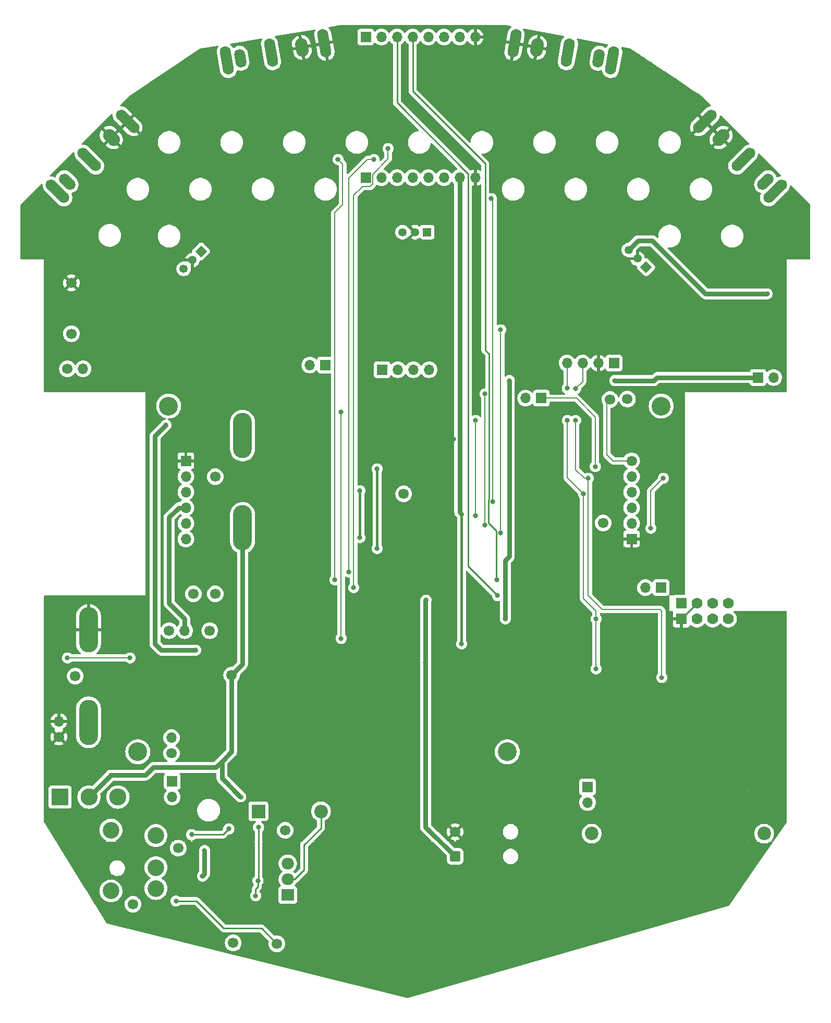
<source format=gbl>
G04 #@! TF.GenerationSoftware,KiCad,Pcbnew,8.0.7*
G04 #@! TF.CreationDate,2025-10-03T10:30:52-04:00*
G04 #@! TF.ProjectId,MotorBoardv3_2,4d6f746f-7242-46f6-9172-6476335f322e,V2.0.2b*
G04 #@! TF.SameCoordinates,Original*
G04 #@! TF.FileFunction,Copper,L2,Bot*
G04 #@! TF.FilePolarity,Positive*
%FSLAX46Y46*%
G04 Gerber Fmt 4.6, Leading zero omitted, Abs format (unit mm)*
G04 Created by KiCad (PCBNEW 8.0.7) date 2025-10-03 10:30:52*
%MOMM*%
%LPD*%
G01*
G04 APERTURE LIST*
G04 Aperture macros list*
%AMRoundRect*
0 Rectangle with rounded corners*
0 $1 Rounding radius*
0 $2 $3 $4 $5 $6 $7 $8 $9 X,Y pos of 4 corners*
0 Add a 4 corners polygon primitive as box body*
4,1,4,$2,$3,$4,$5,$6,$7,$8,$9,$2,$3,0*
0 Add four circle primitives for the rounded corners*
1,1,$1+$1,$2,$3*
1,1,$1+$1,$4,$5*
1,1,$1+$1,$6,$7*
1,1,$1+$1,$8,$9*
0 Add four rect primitives between the rounded corners*
20,1,$1+$1,$2,$3,$4,$5,0*
20,1,$1+$1,$4,$5,$6,$7,0*
20,1,$1+$1,$6,$7,$8,$9,0*
20,1,$1+$1,$8,$9,$2,$3,0*%
%AMHorizOval*
0 Thick line with rounded ends*
0 $1 width*
0 $2 $3 position (X,Y) of the first rounded end (center of the circle)*
0 $4 $5 position (X,Y) of the second rounded end (center of the circle)*
0 Add line between two ends*
20,1,$1,$2,$3,$4,$5,0*
0 Add two circle primitives to create the rounded ends*
1,1,$1,$2,$3*
1,1,$1,$4,$5*%
%AMRotRect*
0 Rectangle, with rotation*
0 The origin of the aperture is its center*
0 $1 length*
0 $2 width*
0 $3 Rotation angle, in degrees counterclockwise*
0 Add horizontal line*
21,1,$1,$2,0,0,$3*%
G04 Aperture macros list end*
G04 #@! TA.AperFunction,ComponentPad*
%ADD10C,1.700000*%
G04 #@! TD*
G04 #@! TA.AperFunction,ComponentPad*
%ADD11R,1.700000X1.700000*%
G04 #@! TD*
G04 #@! TA.AperFunction,ComponentPad*
%ADD12O,1.700000X1.700000*%
G04 #@! TD*
G04 #@! TA.AperFunction,ComponentPad*
%ADD13HorizOval,2.032000X0.088213X-0.500282X-0.088213X0.500282X0*%
G04 #@! TD*
G04 #@! TA.AperFunction,ComponentPad*
%ADD14HorizOval,1.778000X0.110267X-0.625353X-0.110267X0.625353X0*%
G04 #@! TD*
G04 #@! TA.AperFunction,ComponentPad*
%ADD15HorizOval,1.778000X0.253613X-1.438312X-0.253613X1.438312X0*%
G04 #@! TD*
G04 #@! TA.AperFunction,ComponentPad*
%ADD16RoundRect,0.250000X0.600000X-0.600000X0.600000X0.600000X-0.600000X0.600000X-0.600000X-0.600000X0*%
G04 #@! TD*
G04 #@! TA.AperFunction,ComponentPad*
%ADD17R,2.200000X2.200000*%
G04 #@! TD*
G04 #@! TA.AperFunction,ComponentPad*
%ADD18O,2.200000X2.200000*%
G04 #@! TD*
G04 #@! TA.AperFunction,ComponentPad*
%ADD19RotRect,1.350000X1.350000X135.000000*%
G04 #@! TD*
G04 #@! TA.AperFunction,ComponentPad*
%ADD20C,1.350000*%
G04 #@! TD*
G04 #@! TA.AperFunction,ComponentPad*
%ADD21R,2.000000X1.905000*%
G04 #@! TD*
G04 #@! TA.AperFunction,ComponentPad*
%ADD22O,2.000000X1.905000*%
G04 #@! TD*
G04 #@! TA.AperFunction,ComponentPad*
%ADD23R,2.775000X2.775000*%
G04 #@! TD*
G04 #@! TA.AperFunction,ComponentPad*
%ADD24C,2.775000*%
G04 #@! TD*
G04 #@! TA.AperFunction,ComponentPad*
%ADD25RotRect,1.350000X1.350000X225.000000*%
G04 #@! TD*
G04 #@! TA.AperFunction,ComponentPad*
%ADD26HorizOval,2.032000X0.359210X-0.359210X-0.359210X0.359210X0*%
G04 #@! TD*
G04 #@! TA.AperFunction,ComponentPad*
%ADD27HorizOval,1.778000X0.449013X-0.449013X-0.449013X0.449013X0*%
G04 #@! TD*
G04 #@! TA.AperFunction,ComponentPad*
%ADD28HorizOval,1.778000X1.032729X-1.032729X-1.032729X1.032729X0*%
G04 #@! TD*
G04 #@! TA.AperFunction,ComponentPad*
%ADD29C,2.700000*%
G04 #@! TD*
G04 #@! TA.AperFunction,ComponentPad*
%ADD30C,3.048000*%
G04 #@! TD*
G04 #@! TA.AperFunction,ComponentPad*
%ADD31O,3.048000X7.366000*%
G04 #@! TD*
G04 #@! TA.AperFunction,ComponentPad*
%ADD32R,1.350000X1.350000*%
G04 #@! TD*
G04 #@! TA.AperFunction,ComponentPad*
%ADD33R,1.778000X1.778000*%
G04 #@! TD*
G04 #@! TA.AperFunction,ComponentPad*
%ADD34C,1.778000*%
G04 #@! TD*
G04 #@! TA.AperFunction,WasherPad*
%ADD35C,2.200000*%
G04 #@! TD*
G04 #@! TA.AperFunction,ComponentPad*
%ADD36HorizOval,2.032000X-0.359210X-0.359210X0.359210X0.359210X0*%
G04 #@! TD*
G04 #@! TA.AperFunction,ComponentPad*
%ADD37HorizOval,1.778000X-0.449013X-0.449013X0.449013X0.449013X0*%
G04 #@! TD*
G04 #@! TA.AperFunction,ComponentPad*
%ADD38HorizOval,1.778000X-1.032729X-1.032729X1.032729X1.032729X0*%
G04 #@! TD*
G04 #@! TA.AperFunction,ComponentPad*
%ADD39HorizOval,2.032000X-0.088213X-0.500282X0.088213X0.500282X0*%
G04 #@! TD*
G04 #@! TA.AperFunction,ComponentPad*
%ADD40HorizOval,1.778000X-0.110267X-0.625353X0.110267X0.625353X0*%
G04 #@! TD*
G04 #@! TA.AperFunction,ComponentPad*
%ADD41HorizOval,1.778000X-0.253613X-1.438312X0.253613X1.438312X0*%
G04 #@! TD*
G04 #@! TA.AperFunction,ViaPad*
%ADD42C,0.800000*%
G04 #@! TD*
G04 #@! TA.AperFunction,ViaPad*
%ADD43C,1.270000*%
G04 #@! TD*
G04 #@! TA.AperFunction,Conductor*
%ADD44C,0.250000*%
G04 #@! TD*
G04 #@! TA.AperFunction,Conductor*
%ADD45C,0.750000*%
G04 #@! TD*
G04 #@! TA.AperFunction,Conductor*
%ADD46C,0.400000*%
G04 #@! TD*
G04 #@! TA.AperFunction,Conductor*
%ADD47C,0.200000*%
G04 #@! TD*
G04 #@! TA.AperFunction,Conductor*
%ADD48C,0.150000*%
G04 #@! TD*
G04 APERTURE END LIST*
D10*
X72517000Y-116586000D03*
D11*
X69088000Y-147066000D03*
D12*
X69088000Y-149606000D03*
D13*
X90131412Y-27752934D03*
D14*
X80125765Y-29517199D03*
D15*
X85128588Y-28635066D03*
X93794899Y-27106962D03*
X77939492Y-29902698D03*
D10*
X78740000Y-129794000D03*
D16*
X115035000Y-159260000D03*
D10*
X115035000Y-155260000D03*
D11*
X100510000Y-48920000D03*
D12*
X118290000Y-48920000D03*
X105590000Y-48920000D03*
X108130000Y-48920000D03*
X110670000Y-48920000D03*
X113210000Y-48920000D03*
X108130000Y-26060000D03*
X105590000Y-26060000D03*
D11*
X100510000Y-26060000D03*
D12*
X103050000Y-48920000D03*
X103050000Y-26060000D03*
X110670000Y-26060000D03*
X118290000Y-26060000D03*
X115750000Y-48920000D03*
X113210000Y-26060000D03*
X115750000Y-26060000D03*
D17*
X83075000Y-151920000D03*
D18*
X93235000Y-151920000D03*
D19*
X146050000Y-63500000D03*
D20*
X144635786Y-62085786D03*
X143221573Y-60671573D03*
D10*
X68961000Y-142499000D03*
D12*
X68961000Y-139959000D03*
D10*
X106680000Y-100330000D03*
D21*
X87845000Y-165510000D03*
D22*
X87845000Y-162970000D03*
X87845000Y-160430000D03*
D10*
X143006000Y-84914000D03*
D23*
X50863500Y-149606000D03*
D24*
X55563500Y-149606000D03*
X60263500Y-149606000D03*
D10*
X52705000Y-66040000D03*
X140187000Y-84980000D03*
D11*
X93980000Y-79375000D03*
D12*
X91440000Y-79375000D03*
D25*
X73768949Y-60914872D03*
D20*
X72354735Y-62329086D03*
X70940522Y-63743299D03*
D10*
X52705000Y-74295000D03*
D26*
X59200051Y-42399949D03*
D27*
X52015846Y-49584154D03*
D28*
X55607949Y-45992051D03*
X61830488Y-39769512D03*
X50446069Y-51153931D03*
D11*
X140827000Y-79060000D03*
D12*
X138287000Y-79060000D03*
X135747000Y-79060000D03*
X133207000Y-79060000D03*
D29*
X66437000Y-164470000D03*
X66437000Y-155870000D03*
X66437000Y-161070000D03*
X59137000Y-154970000D03*
X59137000Y-164870000D03*
D10*
X139065000Y-105048000D03*
D11*
X103187000Y-80140000D03*
D12*
X105727000Y-80140000D03*
X108267000Y-80140000D03*
X110807000Y-80140000D03*
D11*
X148463000Y-115570000D03*
D12*
X145923000Y-115570000D03*
D10*
X70057000Y-157920000D03*
X68580000Y-122555000D03*
D12*
X71120000Y-122555000D03*
D11*
X136525000Y-147955000D03*
D12*
X136525000Y-150495000D03*
D30*
X63500000Y-142250000D03*
X123500000Y-142250000D03*
X148500000Y-86050000D03*
X68500000Y-86050000D03*
D31*
X55500000Y-137450000D03*
X55500000Y-122450000D03*
X80500000Y-105850000D03*
X80500000Y-90850000D03*
D11*
X71297800Y-94950000D03*
D12*
X71297800Y-97490000D03*
X71297800Y-100030000D03*
X71297800Y-102570000D03*
X71297800Y-105110000D03*
X71297800Y-107650000D03*
D11*
X143687800Y-107650000D03*
D12*
X143687800Y-105110000D03*
X143687800Y-102570000D03*
X143687800Y-100030000D03*
X143687800Y-97490000D03*
D10*
X143687800Y-94950000D03*
X78987000Y-173320000D03*
X86087000Y-173460000D03*
D32*
X110490000Y-57785000D03*
D20*
X108490000Y-57785000D03*
X106490000Y-57785000D03*
D10*
X87427000Y-155030000D03*
D33*
X151765000Y-120650000D03*
D34*
X154305000Y-120650000D03*
X156845000Y-120650000D03*
X159385000Y-120650000D03*
D33*
X151765000Y-118110000D03*
D34*
X154305000Y-118110000D03*
X156845000Y-118110000D03*
X159385000Y-118110000D03*
D10*
X76073000Y-116586000D03*
D11*
X164211000Y-81407000D03*
D12*
X166751000Y-81407000D03*
D10*
X76073000Y-97536000D03*
X53340000Y-129940000D03*
D35*
X137207000Y-155560000D03*
X165207000Y-155560000D03*
D10*
X50673000Y-139827000D03*
D12*
X50673000Y-137287000D03*
D11*
X129032000Y-84770000D03*
D12*
X126492000Y-84770000D03*
D10*
X62707000Y-167030000D03*
X75184000Y-122555000D03*
X52070000Y-80010000D03*
D12*
X54610000Y-80010000D03*
D36*
X158223949Y-42399949D03*
D37*
X165408154Y-49584154D03*
D38*
X161816051Y-45992051D03*
X155593512Y-39769512D03*
X166977931Y-51153931D03*
D39*
X128333988Y-27752934D03*
D40*
X138339635Y-29517199D03*
D41*
X133336812Y-28635066D03*
X124670501Y-27106962D03*
X140525908Y-29902698D03*
D42*
X50165000Y-118745000D03*
X114808000Y-91440000D03*
X116387000Y-40030000D03*
X84582000Y-69850000D03*
X76440000Y-75198000D03*
X140716000Y-69850000D03*
X114257000Y-53050000D03*
X113792000Y-111252000D03*
X113257000Y-60980000D03*
X113357000Y-42430000D03*
X78760000Y-159300000D03*
X125476000Y-118110000D03*
D43*
X111760000Y-104495000D03*
D42*
X111506000Y-66548000D03*
X66294000Y-136144000D03*
X79180000Y-169850000D03*
X118477000Y-60980000D03*
X85120000Y-122398000D03*
X108458000Y-91440000D03*
X116078000Y-103600000D03*
X62230000Y-127000000D03*
X52070000Y-127000000D03*
X116078000Y-124714000D03*
X95504000Y-114300000D03*
X96012000Y-45974000D03*
X121810000Y-114260000D03*
X148844000Y-97790000D03*
X146812000Y-105918000D03*
X122428000Y-73660000D03*
X122428000Y-106680000D03*
X120904000Y-52324000D03*
X121158000Y-101600000D03*
X133247000Y-83150000D03*
X133267000Y-88410000D03*
X135890000Y-100330000D03*
X137922000Y-128778000D03*
X137922000Y-120650000D03*
X136652000Y-97790000D03*
X134617000Y-83200000D03*
X134597000Y-88390000D03*
X148590000Y-130175000D03*
X96520000Y-123825000D03*
X96520000Y-86995000D03*
X118364000Y-88392000D03*
X118364000Y-103886000D03*
X119888000Y-84074000D03*
X119888000Y-105410000D03*
X104140000Y-44196000D03*
X98552000Y-115570000D03*
X101854000Y-45974000D03*
X97790000Y-113030000D03*
X165710000Y-67818000D03*
X73990000Y-162460000D03*
X74340000Y-158310000D03*
X80175000Y-149555000D03*
X68072000Y-89154000D03*
X110310000Y-117602000D03*
X72898000Y-125730000D03*
X110236000Y-127762000D03*
X102362000Y-96266000D03*
X102362000Y-109220000D03*
X99568000Y-99822000D03*
X99568000Y-107442000D03*
X121910000Y-116860000D03*
X140970000Y-81915000D03*
X123825000Y-81915000D03*
X123190000Y-120650000D03*
X137795000Y-95885000D03*
X72230000Y-155720000D03*
X83000000Y-163210000D03*
X82640000Y-165650000D03*
X78270000Y-154790000D03*
X83100000Y-154530000D03*
X69687000Y-166510000D03*
D44*
X151765000Y-120650000D02*
X154305000Y-118110000D01*
X78760000Y-159300000D02*
X78730000Y-159330000D01*
D45*
X68580000Y-118110000D02*
X71120000Y-120650000D01*
X71120000Y-120650000D02*
X71120000Y-122555000D01*
X115750000Y-103272000D02*
X116078000Y-103600000D01*
D46*
X116078000Y-103600000D02*
X116078000Y-124714000D01*
D45*
X71500000Y-102570000D02*
X70150000Y-102570000D01*
D47*
X62230000Y-127000000D02*
X52070000Y-127000000D01*
D45*
X115750000Y-48920000D02*
X115750000Y-103272000D01*
X68580000Y-104140000D02*
X68580000Y-118110000D01*
X70150000Y-102570000D02*
X68580000Y-104140000D01*
D47*
X96774000Y-53340000D02*
X96774000Y-46736000D01*
X95504000Y-54610000D02*
X95504000Y-114300000D01*
X96774000Y-46736000D02*
X96012000Y-45974000D01*
X96774000Y-53340000D02*
X95504000Y-54610000D01*
D44*
X108130000Y-34880000D02*
X119910000Y-46660000D01*
X119910000Y-46660000D02*
X119910000Y-76960000D01*
X121753000Y-114203000D02*
X121810000Y-114260000D01*
X120483000Y-101320405D02*
X120483000Y-105033000D01*
X108130000Y-26060000D02*
X108130000Y-34880000D01*
X120563000Y-77613000D02*
X120563000Y-101240405D01*
X120483000Y-105033000D02*
X121753000Y-106303000D01*
X120563000Y-101240405D02*
X120483000Y-101320405D01*
X121753000Y-106303000D02*
X121753000Y-114203000D01*
X119910000Y-76960000D02*
X120563000Y-77613000D01*
D47*
X146812000Y-99822000D02*
X148844000Y-97790000D01*
X146812000Y-105918000D02*
X146812000Y-99822000D01*
X122428000Y-106680000D02*
X122428000Y-73660000D01*
X120904000Y-52324000D02*
X121158000Y-52578000D01*
X121158000Y-52578000D02*
X121158000Y-101600000D01*
X135890000Y-100330000D02*
X133267000Y-97707000D01*
X137922000Y-128778000D02*
X137922000Y-119380000D01*
X133247000Y-83150000D02*
X133207000Y-83110000D01*
X135890000Y-117348000D02*
X135890000Y-100330000D01*
X133267000Y-97707000D02*
X133267000Y-88410000D01*
X137922000Y-119380000D02*
X135890000Y-117348000D01*
X133207000Y-83110000D02*
X133207000Y-79060000D01*
X136652000Y-97790000D02*
X136652000Y-116840000D01*
X148590000Y-119380000D02*
X148590000Y-130175000D01*
X134617000Y-83200000D02*
X135747000Y-82070000D01*
X134597000Y-88390000D02*
X134577000Y-88370000D01*
X136652000Y-97790000D02*
X136007000Y-97790000D01*
X136652000Y-116840000D02*
X138938000Y-119126000D01*
X138938000Y-119126000D02*
X148336000Y-119126000D01*
X148336000Y-119126000D02*
X148590000Y-119380000D01*
X135747000Y-82070000D02*
X135747000Y-79060000D01*
X134597000Y-96380000D02*
X134597000Y-88390000D01*
X136007000Y-97790000D02*
X134597000Y-96380000D01*
X96520000Y-123825000D02*
X96520000Y-86995000D01*
X118364000Y-103886000D02*
X118364000Y-88392000D01*
X119888000Y-105410000D02*
X119888000Y-84074000D01*
X98552000Y-51818000D02*
X98552000Y-51860000D01*
X101210000Y-50360000D02*
X100010000Y-50360000D01*
X101610000Y-48390000D02*
X101610000Y-49960000D01*
X104140000Y-45860000D02*
X101610000Y-48390000D01*
X98552000Y-51860000D02*
X98552000Y-115570000D01*
X104140000Y-44196000D02*
X104140000Y-45860000D01*
X100010000Y-50360000D02*
X98552000Y-51818000D01*
X101610000Y-49960000D02*
X101210000Y-50360000D01*
X100796000Y-45974000D02*
X97790000Y-48980000D01*
X101854000Y-45974000D02*
X100796000Y-45974000D01*
X97790000Y-48980000D02*
X97790000Y-113030000D01*
D45*
X155702000Y-67818000D02*
X165608000Y-67818000D01*
X143221573Y-60671573D02*
X144711146Y-59182000D01*
X147066000Y-59182000D02*
X155702000Y-67818000D01*
X144711146Y-59182000D02*
X147066000Y-59182000D01*
X78740000Y-129794000D02*
X78740000Y-142240000D01*
X80500000Y-105850000D02*
X80500000Y-128034000D01*
X76200000Y-144780000D02*
X66040000Y-144780000D01*
X80500000Y-128034000D02*
X78740000Y-129794000D01*
X59055000Y-146050000D02*
X59055000Y-146114500D01*
X59055000Y-146114500D02*
X55563500Y-149606000D01*
X77165000Y-143815000D02*
X77165000Y-146545000D01*
X77165000Y-146545000D02*
X80175000Y-149555000D01*
X64770000Y-146050000D02*
X59055000Y-146050000D01*
X80175000Y-149555000D02*
X80210000Y-149590000D01*
X78740000Y-142240000D02*
X77165000Y-143815000D01*
X66040000Y-144780000D02*
X64770000Y-146050000D01*
X74340000Y-162110000D02*
X73990000Y-162460000D01*
X74340000Y-158310000D02*
X74340000Y-162110000D01*
X77165000Y-143815000D02*
X76200000Y-144780000D01*
D47*
X140670000Y-94950000D02*
X139700000Y-93980000D01*
X143687800Y-94950000D02*
X140670000Y-94950000D01*
X139677000Y-93960000D02*
X139677000Y-85490000D01*
X139700000Y-93980000D02*
X139697000Y-93980000D01*
X139677000Y-85490000D02*
X140187000Y-84980000D01*
X139697000Y-93980000D02*
X139677000Y-93960000D01*
D45*
X72898000Y-125730000D02*
X67310000Y-125730000D01*
X110236000Y-127762000D02*
X110236000Y-154461000D01*
X67310000Y-125730000D02*
X66294000Y-124714000D01*
X66294000Y-90932000D02*
X68072000Y-89154000D01*
X66294000Y-124714000D02*
X66294000Y-90932000D01*
X110236000Y-117676000D02*
X110310000Y-117602000D01*
X110236000Y-154461000D02*
X115035000Y-159260000D01*
X110236000Y-127762000D02*
X110236000Y-117676000D01*
D46*
X102362000Y-109220000D02*
X102362000Y-96266000D01*
X99568000Y-99822000D02*
X99568000Y-107442000D01*
D44*
X117110000Y-112060000D02*
X121910000Y-116860000D01*
X117110000Y-48288949D02*
X117110000Y-112060000D01*
X105590000Y-36768949D02*
X117110000Y-48288949D01*
X105590000Y-26060000D02*
X105590000Y-36768949D01*
D45*
X123190000Y-120650000D02*
X123190000Y-111125000D01*
X147320000Y-81915000D02*
X147828000Y-81407000D01*
X123825000Y-110490000D02*
X123825000Y-81915000D01*
X140970000Y-81915000D02*
X147320000Y-81915000D01*
X123190000Y-111125000D02*
X123825000Y-110490000D01*
X147828000Y-81407000D02*
X164211000Y-81407000D01*
D48*
X137795000Y-87848000D02*
X134717000Y-84770000D01*
X137795000Y-95885000D02*
X137795000Y-87848000D01*
X134717000Y-84770000D02*
X129032000Y-84770000D01*
D44*
X82640000Y-165650000D02*
X82640000Y-164550000D01*
X77340000Y-155720000D02*
X78270000Y-154790000D01*
X83100000Y-163110000D02*
X83000000Y-163210000D01*
X82640000Y-164550000D02*
X83000000Y-164190000D01*
X83100000Y-154530000D02*
X83100000Y-163110000D01*
X72230000Y-155720000D02*
X77340000Y-155720000D01*
X83000000Y-164190000D02*
X83000000Y-163210000D01*
X77467000Y-170950000D02*
X83577000Y-170950000D01*
X73027000Y-166510000D02*
X77467000Y-170950000D01*
X83577000Y-170950000D02*
X86087000Y-173460000D01*
X69687000Y-166510000D02*
X73027000Y-166510000D01*
X90510000Y-161450000D02*
X90510000Y-157370000D01*
X87845000Y-162970000D02*
X88990000Y-162970000D01*
X88990000Y-162970000D02*
X90510000Y-161450000D01*
X90510000Y-157370000D02*
X93235000Y-154645000D01*
X93235000Y-154645000D02*
X93235000Y-151920000D01*
G04 #@! TA.AperFunction,Conductor*
G36*
X162406695Y-148599756D02*
G01*
X162473694Y-148619573D01*
X162519345Y-148672467D01*
X162530448Y-148723305D01*
X162559999Y-156850000D01*
X162572336Y-156850059D01*
X164227662Y-156858036D01*
X164291852Y-156876308D01*
X164478140Y-156990466D01*
X164643981Y-157059159D01*
X164710889Y-157086873D01*
X164955852Y-157145683D01*
X165207000Y-157165449D01*
X165458148Y-157145683D01*
X165703111Y-157086873D01*
X165935859Y-156990466D01*
X166106858Y-156885677D01*
X166172238Y-156867407D01*
X166461495Y-156868801D01*
X166528436Y-156888809D01*
X166573936Y-156941833D01*
X166583546Y-157011038D01*
X166562877Y-157063336D01*
X163801432Y-161055684D01*
X159535184Y-167223589D01*
X159480858Y-167267527D01*
X159467448Y-167272227D01*
X107341856Y-182250845D01*
X107277825Y-182252038D01*
X71180578Y-173319999D01*
X77631341Y-173319999D01*
X77631341Y-173320000D01*
X77651936Y-173555403D01*
X77651938Y-173555413D01*
X77713094Y-173783655D01*
X77713096Y-173783659D01*
X77713097Y-173783663D01*
X77778377Y-173923655D01*
X77812965Y-173997830D01*
X77812967Y-173997834D01*
X77910994Y-174137830D01*
X77948505Y-174191401D01*
X78115599Y-174358495D01*
X78212384Y-174426265D01*
X78309165Y-174494032D01*
X78309167Y-174494033D01*
X78309170Y-174494035D01*
X78523337Y-174593903D01*
X78751592Y-174655063D01*
X78939918Y-174671539D01*
X78986999Y-174675659D01*
X78987000Y-174675659D01*
X78987001Y-174675659D01*
X79026234Y-174672226D01*
X79222408Y-174655063D01*
X79450663Y-174593903D01*
X79664830Y-174494035D01*
X79858401Y-174358495D01*
X80025495Y-174191401D01*
X80161035Y-173997830D01*
X80260903Y-173783663D01*
X80322063Y-173555408D01*
X80342659Y-173320000D01*
X80322063Y-173084592D01*
X80260903Y-172856337D01*
X80161035Y-172642171D01*
X80123523Y-172588597D01*
X80025494Y-172448597D01*
X79858402Y-172281506D01*
X79858395Y-172281501D01*
X79664834Y-172145967D01*
X79664830Y-172145965D01*
X79664828Y-172145964D01*
X79450663Y-172046097D01*
X79450659Y-172046096D01*
X79450655Y-172046094D01*
X79222413Y-171984938D01*
X79222403Y-171984936D01*
X78987001Y-171964341D01*
X78986999Y-171964341D01*
X78751596Y-171984936D01*
X78751586Y-171984938D01*
X78523344Y-172046094D01*
X78523335Y-172046098D01*
X78309171Y-172145964D01*
X78309169Y-172145965D01*
X78115597Y-172281505D01*
X77948505Y-172448597D01*
X77812965Y-172642169D01*
X77812964Y-172642171D01*
X77713098Y-172856335D01*
X77713094Y-172856344D01*
X77651938Y-173084586D01*
X77651936Y-173084596D01*
X77631341Y-173319999D01*
X71180578Y-173319999D01*
X58476952Y-170176566D01*
X58416604Y-170141355D01*
X58401351Y-170121540D01*
X56484457Y-167029999D01*
X61351341Y-167029999D01*
X61351341Y-167030000D01*
X61371936Y-167265403D01*
X61371938Y-167265413D01*
X61433094Y-167493655D01*
X61433096Y-167493659D01*
X61433097Y-167493663D01*
X61532965Y-167707830D01*
X61532967Y-167707834D01*
X61641281Y-167862521D01*
X61668505Y-167901401D01*
X61835599Y-168068495D01*
X61932384Y-168136265D01*
X62029165Y-168204032D01*
X62029167Y-168204033D01*
X62029170Y-168204035D01*
X62243337Y-168303903D01*
X62471592Y-168365063D01*
X62659918Y-168381539D01*
X62706999Y-168385659D01*
X62707000Y-168385659D01*
X62707001Y-168385659D01*
X62746234Y-168382226D01*
X62942408Y-168365063D01*
X63170663Y-168303903D01*
X63384830Y-168204035D01*
X63578401Y-168068495D01*
X63745495Y-167901401D01*
X63881035Y-167707830D01*
X63980903Y-167493663D01*
X64042063Y-167265408D01*
X64062659Y-167030000D01*
X64042063Y-166794592D01*
X63980903Y-166566337D01*
X63954632Y-166510000D01*
X68781540Y-166510000D01*
X68801326Y-166698256D01*
X68801327Y-166698259D01*
X68859818Y-166878277D01*
X68859821Y-166878284D01*
X68954467Y-167042216D01*
X69056185Y-167155185D01*
X69081129Y-167182888D01*
X69234265Y-167294148D01*
X69234270Y-167294151D01*
X69407192Y-167371142D01*
X69407197Y-167371144D01*
X69592354Y-167410500D01*
X69592355Y-167410500D01*
X69781644Y-167410500D01*
X69781646Y-167410500D01*
X69966803Y-167371144D01*
X70139730Y-167294151D01*
X70292871Y-167182888D01*
X70295788Y-167179647D01*
X70298600Y-167176526D01*
X70358087Y-167139879D01*
X70390748Y-167135500D01*
X72716548Y-167135500D01*
X72783587Y-167155185D01*
X72804229Y-167171819D01*
X76978016Y-171345606D01*
X76978045Y-171345637D01*
X77068263Y-171435855D01*
X77068267Y-171435858D01*
X77170707Y-171504307D01*
X77170713Y-171504310D01*
X77170714Y-171504311D01*
X77284548Y-171551463D01*
X77344971Y-171563481D01*
X77405393Y-171575500D01*
X77405394Y-171575500D01*
X83266548Y-171575500D01*
X83333587Y-171595185D01*
X83354229Y-171611819D01*
X84746762Y-173004352D01*
X84780247Y-173065675D01*
X84778856Y-173124126D01*
X84751938Y-173224586D01*
X84751936Y-173224596D01*
X84731341Y-173459999D01*
X84731341Y-173460000D01*
X84751936Y-173695403D01*
X84751938Y-173695413D01*
X84813094Y-173923655D01*
X84813096Y-173923659D01*
X84813097Y-173923663D01*
X84847682Y-173997830D01*
X84912965Y-174137830D01*
X84912967Y-174137834D01*
X85021281Y-174292521D01*
X85048505Y-174331401D01*
X85215599Y-174498495D01*
X85312384Y-174566265D01*
X85409165Y-174634032D01*
X85409167Y-174634033D01*
X85409170Y-174634035D01*
X85623337Y-174733903D01*
X85851592Y-174795063D01*
X86039918Y-174811539D01*
X86086999Y-174815659D01*
X86087000Y-174815659D01*
X86087001Y-174815659D01*
X86126234Y-174812226D01*
X86322408Y-174795063D01*
X86550663Y-174733903D01*
X86764830Y-174634035D01*
X86958401Y-174498495D01*
X87125495Y-174331401D01*
X87261035Y-174137830D01*
X87360903Y-173923663D01*
X87422063Y-173695408D01*
X87442659Y-173460000D01*
X87422063Y-173224592D01*
X87360903Y-172996337D01*
X87261035Y-172782171D01*
X87163007Y-172642171D01*
X87125494Y-172588597D01*
X86958402Y-172421506D01*
X86958395Y-172421501D01*
X86764834Y-172285967D01*
X86764830Y-172285965D01*
X86755268Y-172281506D01*
X86550663Y-172186097D01*
X86550659Y-172186096D01*
X86550655Y-172186094D01*
X86322413Y-172124938D01*
X86322403Y-172124936D01*
X86087001Y-172104341D01*
X86086999Y-172104341D01*
X85851596Y-172124936D01*
X85851586Y-172124938D01*
X85751126Y-172151856D01*
X85681276Y-172150193D01*
X85631352Y-172119762D01*
X84067198Y-170555608D01*
X84067178Y-170555586D01*
X83975733Y-170464141D01*
X83924509Y-170429915D01*
X83873287Y-170395689D01*
X83873286Y-170395688D01*
X83873283Y-170395686D01*
X83873280Y-170395685D01*
X83792792Y-170362347D01*
X83759453Y-170348537D01*
X83749427Y-170346543D01*
X83699029Y-170336518D01*
X83638610Y-170324500D01*
X83638607Y-170324500D01*
X83638606Y-170324500D01*
X77777452Y-170324500D01*
X77710413Y-170304815D01*
X77689771Y-170288181D01*
X73517198Y-166115608D01*
X73517178Y-166115586D01*
X73425735Y-166024143D01*
X73402472Y-166008599D01*
X73356572Y-165977930D01*
X73323286Y-165955688D01*
X73323287Y-165955688D01*
X73323285Y-165955687D01*
X73283039Y-165939017D01*
X73242792Y-165922347D01*
X73209453Y-165908537D01*
X73199427Y-165906543D01*
X73149029Y-165896518D01*
X73088610Y-165884500D01*
X73088607Y-165884500D01*
X73088606Y-165884500D01*
X70390748Y-165884500D01*
X70323709Y-165864815D01*
X70298600Y-165843474D01*
X70292873Y-165837114D01*
X70292869Y-165837110D01*
X70139734Y-165725851D01*
X70139729Y-165725848D01*
X69966807Y-165648857D01*
X69966802Y-165648855D01*
X69821001Y-165617865D01*
X69781646Y-165609500D01*
X69592354Y-165609500D01*
X69559897Y-165616398D01*
X69407197Y-165648855D01*
X69407192Y-165648857D01*
X69234270Y-165725848D01*
X69234265Y-165725851D01*
X69081129Y-165837111D01*
X68954466Y-165977785D01*
X68859821Y-166141715D01*
X68859818Y-166141722D01*
X68806330Y-166306342D01*
X68801326Y-166321744D01*
X68781540Y-166510000D01*
X63954632Y-166510000D01*
X63881035Y-166352171D01*
X63848946Y-166306342D01*
X63745494Y-166158597D01*
X63578402Y-165991506D01*
X63578395Y-165991501D01*
X63384834Y-165855967D01*
X63384830Y-165855965D01*
X63344400Y-165837112D01*
X63170663Y-165756097D01*
X63170659Y-165756096D01*
X63170655Y-165756094D01*
X62942413Y-165694938D01*
X62942403Y-165694936D01*
X62707001Y-165674341D01*
X62706999Y-165674341D01*
X62471596Y-165694936D01*
X62471586Y-165694938D01*
X62243344Y-165756094D01*
X62243335Y-165756098D01*
X62029171Y-165855964D01*
X62029169Y-165855965D01*
X61835597Y-165991505D01*
X61668505Y-166158597D01*
X61532965Y-166352169D01*
X61532964Y-166352171D01*
X61433098Y-166566335D01*
X61433094Y-166566344D01*
X61371938Y-166794586D01*
X61371936Y-166794596D01*
X61351341Y-167029999D01*
X56484457Y-167029999D01*
X56390387Y-166878284D01*
X56340472Y-166797782D01*
X55153873Y-164869998D01*
X57281773Y-164869998D01*
X57281773Y-164870001D01*
X57300657Y-165134027D01*
X57300658Y-165134034D01*
X57356921Y-165392673D01*
X57449426Y-165640690D01*
X57449428Y-165640694D01*
X57576280Y-165873005D01*
X57576285Y-165873013D01*
X57734906Y-166084907D01*
X57734922Y-166084925D01*
X57922074Y-166272077D01*
X57922092Y-166272093D01*
X58133986Y-166430714D01*
X58133994Y-166430719D01*
X58366305Y-166557571D01*
X58366309Y-166557573D01*
X58366311Y-166557574D01*
X58614322Y-166650077D01*
X58614325Y-166650077D01*
X58614326Y-166650078D01*
X58809552Y-166692546D01*
X58872974Y-166706343D01*
X59116660Y-166723772D01*
X59136999Y-166725227D01*
X59137000Y-166725227D01*
X59137001Y-166725227D01*
X59155885Y-166723876D01*
X59401026Y-166706343D01*
X59659678Y-166650077D01*
X59907689Y-166557574D01*
X60140011Y-166430716D01*
X60351915Y-166272087D01*
X60539087Y-166084915D01*
X60697716Y-165873011D01*
X60824574Y-165640689D01*
X60917077Y-165392678D01*
X60973343Y-165134026D01*
X60992227Y-164870000D01*
X60973343Y-164605974D01*
X60952382Y-164509616D01*
X60917078Y-164347326D01*
X60905084Y-164315169D01*
X60824574Y-164099311D01*
X60801470Y-164057000D01*
X60697719Y-163866994D01*
X60697714Y-163866986D01*
X60539093Y-163655092D01*
X60539077Y-163655074D01*
X60351925Y-163467922D01*
X60351907Y-163467906D01*
X60140013Y-163309285D01*
X60140005Y-163309280D01*
X59907694Y-163182428D01*
X59907690Y-163182426D01*
X59659673Y-163089921D01*
X59401034Y-163033658D01*
X59401027Y-163033657D01*
X59137001Y-163014773D01*
X59136999Y-163014773D01*
X58872972Y-163033657D01*
X58872965Y-163033658D01*
X58614326Y-163089921D01*
X58366309Y-163182426D01*
X58366305Y-163182428D01*
X58133994Y-163309280D01*
X58133986Y-163309285D01*
X57922092Y-163467906D01*
X57922074Y-163467922D01*
X57734922Y-163655074D01*
X57734906Y-163655092D01*
X57576285Y-163866986D01*
X57576280Y-163866994D01*
X57449428Y-164099305D01*
X57449426Y-164099309D01*
X57356921Y-164347326D01*
X57300658Y-164605965D01*
X57300657Y-164605972D01*
X57281773Y-164869998D01*
X55153873Y-164869998D01*
X54932061Y-164509635D01*
X52876434Y-161170000D01*
X58861636Y-161170000D01*
X58882130Y-161397722D01*
X58882132Y-161397732D01*
X58942954Y-161618119D01*
X58942960Y-161618134D01*
X59042161Y-161824127D01*
X59042165Y-161824135D01*
X59176554Y-162009106D01*
X59176558Y-162009110D01*
X59176559Y-162009112D01*
X59341823Y-162167120D01*
X59443724Y-162234384D01*
X59532646Y-162293081D01*
X59742883Y-162382941D01*
X59742886Y-162382942D01*
X59742891Y-162382944D01*
X59965804Y-162433822D01*
X60158055Y-162442455D01*
X60194215Y-162444080D01*
X60194215Y-162444079D01*
X60194219Y-162444080D01*
X60420795Y-162413388D01*
X60638250Y-162342733D01*
X60839594Y-162234385D01*
X61018357Y-162091827D01*
X61168792Y-161919640D01*
X61286064Y-161723360D01*
X61366404Y-161509294D01*
X61407230Y-161284323D01*
X61409792Y-161170000D01*
X61407551Y-161069998D01*
X64581773Y-161069998D01*
X64581773Y-161070001D01*
X64600657Y-161334027D01*
X64600658Y-161334034D01*
X64656921Y-161592673D01*
X64749426Y-161840690D01*
X64749428Y-161840694D01*
X64876280Y-162073005D01*
X64876285Y-162073013D01*
X65034906Y-162284907D01*
X65034922Y-162284925D01*
X65222074Y-162472077D01*
X65222092Y-162472093D01*
X65432705Y-162629755D01*
X65433989Y-162630716D01*
X65471198Y-162651033D01*
X65489757Y-162661168D01*
X65539162Y-162710574D01*
X65554013Y-162778847D01*
X65529596Y-162844311D01*
X65489757Y-162878832D01*
X65433988Y-162909284D01*
X65433986Y-162909285D01*
X65222092Y-163067906D01*
X65222074Y-163067922D01*
X65034922Y-163255074D01*
X65034906Y-163255092D01*
X64876285Y-163466986D01*
X64876280Y-163466994D01*
X64749428Y-163699305D01*
X64749426Y-163699309D01*
X64656921Y-163947326D01*
X64600658Y-164205965D01*
X64600657Y-164205972D01*
X64581773Y-164469998D01*
X64581773Y-164470001D01*
X64600657Y-164734027D01*
X64600658Y-164734034D01*
X64656921Y-164992673D01*
X64749426Y-165240690D01*
X64749428Y-165240694D01*
X64876280Y-165473005D01*
X64876285Y-165473013D01*
X65034906Y-165684907D01*
X65034922Y-165684925D01*
X65222074Y-165872077D01*
X65222092Y-165872093D01*
X65433986Y-166030714D01*
X65433994Y-166030719D01*
X65666305Y-166157571D01*
X65666309Y-166157573D01*
X65666311Y-166157574D01*
X65914322Y-166250077D01*
X65914325Y-166250077D01*
X65914326Y-166250078D01*
X66015455Y-166272077D01*
X66172974Y-166306343D01*
X66416660Y-166323772D01*
X66436999Y-166325227D01*
X66437000Y-166325227D01*
X66437001Y-166325227D01*
X66455885Y-166323876D01*
X66701026Y-166306343D01*
X66959678Y-166250077D01*
X67207689Y-166157574D01*
X67440011Y-166030716D01*
X67651915Y-165872087D01*
X67839087Y-165684915D01*
X67997716Y-165473011D01*
X68124574Y-165240689D01*
X68217077Y-164992678D01*
X68273343Y-164734026D01*
X68292227Y-164470000D01*
X68273343Y-164205974D01*
X68253271Y-164113702D01*
X68217078Y-163947326D01*
X68210955Y-163930910D01*
X68124574Y-163699311D01*
X68100428Y-163655092D01*
X67997719Y-163466994D01*
X67997714Y-163466986D01*
X67839093Y-163255092D01*
X67839077Y-163255074D01*
X67651925Y-163067922D01*
X67651907Y-163067906D01*
X67440013Y-162909285D01*
X67440005Y-162909280D01*
X67384243Y-162878832D01*
X67334838Y-162829427D01*
X67319986Y-162761154D01*
X67344403Y-162695690D01*
X67384243Y-162661168D01*
X67409358Y-162647453D01*
X67440011Y-162630716D01*
X67651915Y-162472087D01*
X67664002Y-162460000D01*
X73084540Y-162460000D01*
X73104326Y-162648256D01*
X73104327Y-162648259D01*
X73162818Y-162828277D01*
X73162821Y-162828284D01*
X73257467Y-162992216D01*
X73340428Y-163084353D01*
X73384129Y-163132888D01*
X73537265Y-163244148D01*
X73537270Y-163244151D01*
X73710192Y-163321142D01*
X73710197Y-163321144D01*
X73895354Y-163360500D01*
X73895355Y-163360500D01*
X74084644Y-163360500D01*
X74084646Y-163360500D01*
X74269803Y-163321144D01*
X74442730Y-163244151D01*
X74595871Y-163132888D01*
X74722533Y-162992216D01*
X74734643Y-162971239D01*
X74750714Y-162943405D01*
X74770416Y-162917726D01*
X75020045Y-162668099D01*
X75115858Y-162524705D01*
X75181855Y-162365374D01*
X75215500Y-162196229D01*
X75215500Y-162023771D01*
X75215500Y-158549207D01*
X75221570Y-158510887D01*
X75222768Y-158507200D01*
X75225674Y-158498256D01*
X75245460Y-158310000D01*
X75225674Y-158121744D01*
X75167179Y-157941716D01*
X75072533Y-157777784D01*
X74945871Y-157637112D01*
X74913251Y-157613412D01*
X74792734Y-157525851D01*
X74792729Y-157525848D01*
X74619807Y-157448857D01*
X74619802Y-157448855D01*
X74474001Y-157417865D01*
X74434646Y-157409500D01*
X74245354Y-157409500D01*
X74212897Y-157416398D01*
X74060197Y-157448855D01*
X74060192Y-157448857D01*
X73887270Y-157525848D01*
X73887265Y-157525851D01*
X73734129Y-157637111D01*
X73607466Y-157777785D01*
X73512821Y-157941715D01*
X73512818Y-157941722D01*
X73462233Y-158097408D01*
X73454326Y-158121744D01*
X73434540Y-158310000D01*
X73454326Y-158498256D01*
X73454326Y-158498258D01*
X73454327Y-158498260D01*
X73458430Y-158510887D01*
X73464500Y-158549207D01*
X73464500Y-161665538D01*
X73444815Y-161732577D01*
X73413387Y-161765854D01*
X73398440Y-161776714D01*
X73384127Y-161787113D01*
X73257466Y-161927785D01*
X73162821Y-162091715D01*
X73162818Y-162091722D01*
X73104327Y-162271740D01*
X73104326Y-162271744D01*
X73084540Y-162460000D01*
X67664002Y-162460000D01*
X67839087Y-162284915D01*
X67997716Y-162073011D01*
X68124574Y-161840689D01*
X68217077Y-161592678D01*
X68273343Y-161334026D01*
X68292227Y-161070000D01*
X68273343Y-160805974D01*
X68232154Y-160616632D01*
X68217078Y-160547326D01*
X68216141Y-160544814D01*
X68124574Y-160299311D01*
X68096654Y-160248180D01*
X67997719Y-160066994D01*
X67997714Y-160066986D01*
X67839093Y-159855092D01*
X67839077Y-159855074D01*
X67651925Y-159667922D01*
X67651907Y-159667906D01*
X67440013Y-159509285D01*
X67440005Y-159509280D01*
X67207694Y-159382428D01*
X67207690Y-159382426D01*
X66959673Y-159289921D01*
X66701034Y-159233658D01*
X66701027Y-159233657D01*
X66437001Y-159214773D01*
X66436999Y-159214773D01*
X66172972Y-159233657D01*
X66172965Y-159233658D01*
X65914326Y-159289921D01*
X65666309Y-159382426D01*
X65666305Y-159382428D01*
X65433994Y-159509280D01*
X65433986Y-159509285D01*
X65222092Y-159667906D01*
X65222074Y-159667922D01*
X65034922Y-159855074D01*
X65034906Y-159855092D01*
X64876285Y-160066986D01*
X64876280Y-160066994D01*
X64749428Y-160299305D01*
X64749426Y-160299309D01*
X64656921Y-160547326D01*
X64600658Y-160805965D01*
X64600657Y-160805972D01*
X64581773Y-161069998D01*
X61407551Y-161069998D01*
X61407230Y-161055677D01*
X61366404Y-160830706D01*
X61286064Y-160616640D01*
X61286060Y-160616634D01*
X61286060Y-160616632D01*
X61188120Y-160452710D01*
X61168792Y-160420360D01*
X61168786Y-160420353D01*
X61018364Y-160248180D01*
X61018360Y-160248177D01*
X61018357Y-160248173D01*
X60839594Y-160105615D01*
X60839591Y-160105613D01*
X60638251Y-159997267D01*
X60420798Y-159926613D01*
X60420795Y-159926612D01*
X60292915Y-159909289D01*
X60194215Y-159895919D01*
X59981966Y-159905452D01*
X59965804Y-159906178D01*
X59965800Y-159906178D01*
X59742896Y-159957054D01*
X59742883Y-159957058D01*
X59532646Y-160046918D01*
X59341824Y-160172879D01*
X59176560Y-160330886D01*
X59176554Y-160330893D01*
X59042165Y-160515864D01*
X59042161Y-160515872D01*
X58942960Y-160721865D01*
X58942954Y-160721880D01*
X58882132Y-160942267D01*
X58882130Y-160942277D01*
X58861636Y-161170000D01*
X52876434Y-161170000D01*
X50339831Y-157048958D01*
X50321453Y-156981548D01*
X50342438Y-156914904D01*
X50396121Y-156870185D01*
X50445402Y-156859959D01*
X64802317Y-156857147D01*
X64869356Y-156876817D01*
X64901604Y-156906835D01*
X64909246Y-156917043D01*
X65034913Y-157084915D01*
X65034914Y-157084916D01*
X65034922Y-157084925D01*
X65222074Y-157272077D01*
X65222092Y-157272093D01*
X65433986Y-157430714D01*
X65433994Y-157430719D01*
X65666305Y-157557571D01*
X65666309Y-157557573D01*
X65666311Y-157557574D01*
X65914322Y-157650077D01*
X65914325Y-157650077D01*
X65914326Y-157650078D01*
X66053950Y-157680451D01*
X66172974Y-157706343D01*
X66416660Y-157723772D01*
X66436999Y-157725227D01*
X66437000Y-157725227D01*
X66437001Y-157725227D01*
X66455885Y-157723876D01*
X66701026Y-157706343D01*
X66959678Y-157650077D01*
X67207689Y-157557574D01*
X67440011Y-157430716D01*
X67651915Y-157272087D01*
X67839087Y-157084915D01*
X67972876Y-156906192D01*
X68028806Y-156864325D01*
X68072110Y-156856506D01*
X68914901Y-156856341D01*
X68981942Y-156876012D01*
X69027707Y-156928807D01*
X69037664Y-156997964D01*
X69016498Y-157051464D01*
X68882965Y-157242169D01*
X68882964Y-157242171D01*
X68795045Y-157430714D01*
X68786586Y-157448856D01*
X68783098Y-157456335D01*
X68783094Y-157456344D01*
X68721938Y-157684586D01*
X68721936Y-157684596D01*
X68701341Y-157919999D01*
X68701341Y-157920000D01*
X68721936Y-158155403D01*
X68721938Y-158155413D01*
X68783094Y-158383655D01*
X68783096Y-158383659D01*
X68783097Y-158383663D01*
X68840705Y-158507203D01*
X68882965Y-158597830D01*
X68882967Y-158597834D01*
X68991281Y-158752521D01*
X69018505Y-158791401D01*
X69185599Y-158958495D01*
X69196656Y-158966237D01*
X69379165Y-159094032D01*
X69379167Y-159094033D01*
X69379170Y-159094035D01*
X69593337Y-159193903D01*
X69821592Y-159255063D01*
X70009918Y-159271539D01*
X70056999Y-159275659D01*
X70057000Y-159275659D01*
X70057001Y-159275659D01*
X70096234Y-159272226D01*
X70292408Y-159255063D01*
X70520663Y-159193903D01*
X70734830Y-159094035D01*
X70928401Y-158958495D01*
X71095495Y-158791401D01*
X71231035Y-158597830D01*
X71330903Y-158383663D01*
X71392063Y-158155408D01*
X71412659Y-157920000D01*
X71392063Y-157684592D01*
X71330903Y-157456337D01*
X71231035Y-157242171D01*
X71192792Y-157187554D01*
X71097188Y-157051016D01*
X71074861Y-156984810D01*
X71091871Y-156917043D01*
X71142819Y-156869230D01*
X71198732Y-156855894D01*
X82350479Y-156853709D01*
X82417519Y-156873380D01*
X82463284Y-156926175D01*
X82474500Y-156977709D01*
X82474500Y-162415538D01*
X82454815Y-162482577D01*
X82423387Y-162515854D01*
X82408440Y-162526714D01*
X82394127Y-162537113D01*
X82267466Y-162677785D01*
X82172821Y-162841715D01*
X82172818Y-162841722D01*
X82123920Y-162992216D01*
X82114326Y-163021744D01*
X82094540Y-163210000D01*
X82114326Y-163398256D01*
X82114327Y-163398259D01*
X82172818Y-163578277D01*
X82172821Y-163578284D01*
X82267467Y-163742216D01*
X82301211Y-163779692D01*
X82328843Y-163810381D01*
X82359073Y-163873372D01*
X82350448Y-163942708D01*
X82324375Y-163981034D01*
X82292450Y-164012958D01*
X82241270Y-164064139D01*
X82241267Y-164064142D01*
X82208614Y-164096795D01*
X82154142Y-164151266D01*
X82121610Y-164199954D01*
X82121609Y-164199953D01*
X82085692Y-164253707D01*
X82085685Y-164253719D01*
X82060233Y-164315167D01*
X82060233Y-164315169D01*
X82038537Y-164367548D01*
X82038536Y-164367552D01*
X82038536Y-164367553D01*
X82038535Y-164367556D01*
X82014500Y-164488389D01*
X82014500Y-164951312D01*
X81994815Y-165018351D01*
X81982650Y-165034284D01*
X81907466Y-165117784D01*
X81812821Y-165281715D01*
X81812818Y-165281722D01*
X81754327Y-165461740D01*
X81754326Y-165461744D01*
X81734540Y-165650000D01*
X81754326Y-165838256D01*
X81754327Y-165838259D01*
X81812818Y-166018277D01*
X81812821Y-166018284D01*
X81907467Y-166182216D01*
X81988393Y-166272093D01*
X82034129Y-166322888D01*
X82187265Y-166434148D01*
X82187270Y-166434151D01*
X82360192Y-166511142D01*
X82360197Y-166511144D01*
X82545354Y-166550500D01*
X82545355Y-166550500D01*
X82734644Y-166550500D01*
X82734646Y-166550500D01*
X82919803Y-166511144D01*
X83092730Y-166434151D01*
X83245871Y-166322888D01*
X83372533Y-166182216D01*
X83467179Y-166018284D01*
X83525674Y-165838256D01*
X83545460Y-165650000D01*
X83525674Y-165461744D01*
X83467179Y-165281716D01*
X83372533Y-165117784D01*
X83297350Y-165034284D01*
X83267120Y-164971292D01*
X83265500Y-164951312D01*
X83265500Y-164860452D01*
X83285185Y-164793413D01*
X83301814Y-164772774D01*
X83398729Y-164675860D01*
X83398733Y-164675858D01*
X83485858Y-164588733D01*
X83538714Y-164509629D01*
X83540514Y-164506935D01*
X83540515Y-164506932D01*
X83540521Y-164506924D01*
X83554312Y-164486285D01*
X83601463Y-164372451D01*
X83606462Y-164347322D01*
X83625500Y-164251606D01*
X83625500Y-163908687D01*
X83645185Y-163841648D01*
X83657350Y-163825715D01*
X83675891Y-163805122D01*
X83732533Y-163742216D01*
X83827179Y-163578284D01*
X83885674Y-163398256D01*
X83905460Y-163210000D01*
X83885674Y-163021744D01*
X83827179Y-162841716D01*
X83820084Y-162829427D01*
X83742113Y-162694375D01*
X83725500Y-162632376D01*
X83725500Y-156977415D01*
X83745185Y-156910376D01*
X83797989Y-156864621D01*
X83849469Y-156853416D01*
X89871665Y-156852236D01*
X89938706Y-156871907D01*
X89984471Y-156924702D01*
X89994428Y-156993859D01*
X89974790Y-157045126D01*
X89955688Y-157073714D01*
X89955685Y-157073719D01*
X89908540Y-157187538D01*
X89908535Y-157187554D01*
X89889706Y-157282219D01*
X89889706Y-157282220D01*
X89884500Y-157308391D01*
X89884500Y-161139547D01*
X89864815Y-161206586D01*
X89848181Y-161227228D01*
X89114061Y-161961347D01*
X89052738Y-161994832D01*
X88983046Y-161989848D01*
X88938699Y-161961347D01*
X88839068Y-161861716D01*
X88839067Y-161861715D01*
X88839066Y-161861714D01*
X88754559Y-161800316D01*
X88711896Y-161744988D01*
X88705917Y-161675375D01*
X88738523Y-161613580D01*
X88754556Y-161599685D01*
X88839066Y-161538286D01*
X89000786Y-161376566D01*
X89135217Y-161191538D01*
X89239048Y-160987758D01*
X89309722Y-160770245D01*
X89345500Y-160544354D01*
X89345500Y-160315646D01*
X89309722Y-160089755D01*
X89309721Y-160089751D01*
X89309721Y-160089750D01*
X89239049Y-159872244D01*
X89230300Y-159855074D01*
X89135217Y-159668462D01*
X89000786Y-159483434D01*
X88839066Y-159321714D01*
X88654038Y-159187283D01*
X88576242Y-159147644D01*
X88450255Y-159083450D01*
X88232748Y-159012778D01*
X88063326Y-158985944D01*
X88006854Y-158977000D01*
X87683146Y-158977000D01*
X87607849Y-158988926D01*
X87457253Y-159012778D01*
X87457250Y-159012778D01*
X87239744Y-159083450D01*
X87035961Y-159187283D01*
X86972132Y-159233658D01*
X86850934Y-159321714D01*
X86850932Y-159321716D01*
X86850931Y-159321716D01*
X86689216Y-159483431D01*
X86689216Y-159483432D01*
X86689214Y-159483434D01*
X86670436Y-159509280D01*
X86554783Y-159668461D01*
X86450950Y-159872244D01*
X86380278Y-160089750D01*
X86380278Y-160089753D01*
X86355187Y-160248173D01*
X86344500Y-160315646D01*
X86344500Y-160544354D01*
X86354977Y-160610500D01*
X86380278Y-160770246D01*
X86380278Y-160770249D01*
X86450950Y-160987755D01*
X86450952Y-160987758D01*
X86554783Y-161191538D01*
X86689214Y-161376566D01*
X86850934Y-161538286D01*
X86920423Y-161588773D01*
X86935438Y-161599682D01*
X86978103Y-161655013D01*
X86984082Y-161724626D01*
X86951476Y-161786421D01*
X86935438Y-161800318D01*
X86850932Y-161861715D01*
X86689216Y-162023431D01*
X86689216Y-162023432D01*
X86689214Y-162023434D01*
X86631480Y-162102896D01*
X86554783Y-162208461D01*
X86450950Y-162412244D01*
X86380278Y-162629750D01*
X86380278Y-162629753D01*
X86370043Y-162694375D01*
X86344500Y-162855646D01*
X86344500Y-163084354D01*
X86360033Y-163182426D01*
X86380278Y-163310246D01*
X86380278Y-163310249D01*
X86450950Y-163527755D01*
X86554782Y-163731536D01*
X86554783Y-163731538D01*
X86687525Y-163914242D01*
X86711005Y-163980046D01*
X86695180Y-164048100D01*
X86645074Y-164096795D01*
X86630541Y-164103308D01*
X86602670Y-164113703D01*
X86602664Y-164113706D01*
X86487455Y-164199952D01*
X86487454Y-164199954D01*
X86401206Y-164315164D01*
X86401202Y-164315171D01*
X86350908Y-164450017D01*
X86344789Y-164506935D01*
X86344501Y-164509623D01*
X86344500Y-164509635D01*
X86344500Y-166510370D01*
X86344501Y-166510376D01*
X86350908Y-166569983D01*
X86401202Y-166704828D01*
X86401206Y-166704835D01*
X86487452Y-166820044D01*
X86487455Y-166820047D01*
X86602664Y-166906293D01*
X86602671Y-166906297D01*
X86737517Y-166956591D01*
X86737516Y-166956591D01*
X86744444Y-166957335D01*
X86797127Y-166963000D01*
X88892872Y-166962999D01*
X88952483Y-166956591D01*
X89087331Y-166906296D01*
X89202546Y-166820046D01*
X89288796Y-166704831D01*
X89339091Y-166569983D01*
X89345500Y-166510373D01*
X89345499Y-164509628D01*
X89339091Y-164450017D01*
X89310162Y-164372455D01*
X89288797Y-164315171D01*
X89288793Y-164315164D01*
X89202546Y-164199954D01*
X89202544Y-164199952D01*
X89087335Y-164113706D01*
X89087328Y-164113702D01*
X89059459Y-164103308D01*
X89003525Y-164061437D01*
X88979108Y-163995973D01*
X88993960Y-163927700D01*
X89002460Y-163914260D01*
X89135217Y-163731538D01*
X89207868Y-163588950D01*
X89255842Y-163538155D01*
X89270889Y-163530689D01*
X89286286Y-163524312D01*
X89337509Y-163490084D01*
X89388733Y-163455858D01*
X89475858Y-163368733D01*
X89475858Y-163368731D01*
X89486066Y-163358524D01*
X89486067Y-163358521D01*
X90995858Y-161848733D01*
X91064312Y-161746285D01*
X91093487Y-161675849D01*
X91093684Y-161675375D01*
X91102118Y-161655013D01*
X91111463Y-161632452D01*
X91115451Y-161612402D01*
X91135501Y-161511606D01*
X91135501Y-161388393D01*
X91135501Y-161383283D01*
X91135500Y-161383257D01*
X91135500Y-157680451D01*
X91155185Y-157613412D01*
X91171814Y-157592775D01*
X91876448Y-156888140D01*
X91937766Y-156854659D01*
X91964083Y-156851826D01*
X111333504Y-156848032D01*
X111400545Y-156867703D01*
X111421207Y-156884351D01*
X113648181Y-159111325D01*
X113681666Y-159172648D01*
X113684500Y-159199006D01*
X113684500Y-159910001D01*
X113684501Y-159910019D01*
X113695000Y-160012796D01*
X113695001Y-160012799D01*
X113720502Y-160089755D01*
X113750186Y-160179334D01*
X113842288Y-160328656D01*
X113966344Y-160452712D01*
X114115666Y-160544814D01*
X114282203Y-160599999D01*
X114384991Y-160610500D01*
X115685008Y-160610499D01*
X115787797Y-160599999D01*
X115954334Y-160544814D01*
X116103656Y-160452712D01*
X116227712Y-160328656D01*
X116319814Y-160179334D01*
X116374999Y-160012797D01*
X116385500Y-159910009D01*
X116385499Y-159161263D01*
X122780500Y-159161263D01*
X122780500Y-159358736D01*
X122811389Y-159553763D01*
X122872408Y-159741558D01*
X122872409Y-159741561D01*
X122958244Y-159910019D01*
X122962058Y-159917504D01*
X123078115Y-160077246D01*
X123217753Y-160216884D01*
X123353690Y-160315646D01*
X123377499Y-160332944D01*
X123553439Y-160422591D01*
X123678637Y-160463270D01*
X123741236Y-160483610D01*
X123936264Y-160514500D01*
X123936269Y-160514500D01*
X124133736Y-160514500D01*
X124328763Y-160483610D01*
X124516561Y-160422591D01*
X124692501Y-160332944D01*
X124809174Y-160248177D01*
X124852246Y-160216884D01*
X124852248Y-160216881D01*
X124852252Y-160216879D01*
X124991879Y-160077252D01*
X124991881Y-160077248D01*
X124991884Y-160077246D01*
X125079207Y-159957054D01*
X125107944Y-159917501D01*
X125197591Y-159741561D01*
X125258610Y-159553763D01*
X125265655Y-159509284D01*
X125289500Y-159358736D01*
X125289500Y-159161263D01*
X125258610Y-158966236D01*
X125238270Y-158903637D01*
X125197591Y-158778439D01*
X125107944Y-158602499D01*
X125100486Y-158592234D01*
X124991884Y-158442753D01*
X124852246Y-158303115D01*
X124692504Y-158187058D01*
X124692503Y-158187057D01*
X124692501Y-158187056D01*
X124516561Y-158097409D01*
X124516558Y-158097408D01*
X124328763Y-158036389D01*
X124133736Y-158005500D01*
X124133731Y-158005500D01*
X123936269Y-158005500D01*
X123936264Y-158005500D01*
X123741236Y-158036389D01*
X123553441Y-158097408D01*
X123377495Y-158187058D01*
X123217753Y-158303115D01*
X123078115Y-158442753D01*
X122962058Y-158602495D01*
X122872408Y-158778441D01*
X122811389Y-158966236D01*
X122780500Y-159161263D01*
X116385499Y-159161263D01*
X116385499Y-158609992D01*
X116374999Y-158507203D01*
X116319814Y-158340666D01*
X116227712Y-158191344D01*
X116103656Y-158067288D01*
X115954334Y-157975186D01*
X115787797Y-157920001D01*
X115787795Y-157920000D01*
X115685016Y-157909500D01*
X115685009Y-157909500D01*
X114974006Y-157909500D01*
X114906967Y-157889815D01*
X114886325Y-157873181D01*
X114072303Y-157059159D01*
X114038818Y-156997836D01*
X114043802Y-156928144D01*
X114085674Y-156872211D01*
X114151138Y-156847794D01*
X114159933Y-156847478D01*
X126810589Y-156845000D01*
X136247141Y-156845000D01*
X136255133Y-156851826D01*
X136263343Y-156858838D01*
X136263346Y-156858839D01*
X136478140Y-156990466D01*
X136643981Y-157059159D01*
X136710889Y-157086873D01*
X136955852Y-157145683D01*
X137207000Y-157165449D01*
X137458148Y-157145683D01*
X137703111Y-157086873D01*
X137935859Y-156990466D01*
X138150659Y-156858836D01*
X138166858Y-156845000D01*
X152400000Y-156845000D01*
X152400000Y-148590000D01*
X157465142Y-148590000D01*
X162406695Y-148599756D01*
G37*
G04 #@! TD.AperFunction*
G04 #@! TA.AperFunction,Conductor*
G36*
X118540000Y-50250633D02*
G01*
X118753483Y-50193433D01*
X118753492Y-50193429D01*
X118967579Y-50093599D01*
X118967585Y-50093595D01*
X119089376Y-50008316D01*
X119155582Y-49985988D01*
X119223349Y-50002998D01*
X119271162Y-50053945D01*
X119284500Y-50109890D01*
X119284500Y-77021611D01*
X119308535Y-77142444D01*
X119308540Y-77142461D01*
X119355685Y-77256280D01*
X119355690Y-77256289D01*
X119389914Y-77307507D01*
X119389915Y-77307509D01*
X119424140Y-77358731D01*
X119424141Y-77358732D01*
X119424142Y-77358733D01*
X119511267Y-77445858D01*
X119511268Y-77445858D01*
X119518335Y-77452925D01*
X119518334Y-77452925D01*
X119518338Y-77452928D01*
X119901181Y-77835771D01*
X119934666Y-77897094D01*
X119937500Y-77923452D01*
X119937500Y-83049500D01*
X119917815Y-83116539D01*
X119865011Y-83162294D01*
X119813500Y-83173500D01*
X119793354Y-83173500D01*
X119760897Y-83180398D01*
X119608197Y-83212855D01*
X119608192Y-83212857D01*
X119435270Y-83289848D01*
X119435265Y-83289851D01*
X119282129Y-83401111D01*
X119155466Y-83541785D01*
X119060821Y-83705715D01*
X119060818Y-83705722D01*
X119002327Y-83885740D01*
X119002326Y-83885744D01*
X118982540Y-84074000D01*
X119002326Y-84262256D01*
X119002327Y-84262259D01*
X119060818Y-84442277D01*
X119060821Y-84442284D01*
X119155467Y-84606216D01*
X119255650Y-84717480D01*
X119285880Y-84780471D01*
X119287500Y-84800452D01*
X119287500Y-87748843D01*
X119267815Y-87815882D01*
X119215011Y-87861637D01*
X119145853Y-87871581D01*
X119082297Y-87842556D01*
X119071350Y-87831816D01*
X119057003Y-87815882D01*
X118969871Y-87719112D01*
X118969867Y-87719109D01*
X118816734Y-87607851D01*
X118816729Y-87607848D01*
X118643807Y-87530857D01*
X118643802Y-87530855D01*
X118498001Y-87499865D01*
X118458646Y-87491500D01*
X118269354Y-87491500D01*
X118236897Y-87498398D01*
X118084197Y-87530855D01*
X118084192Y-87530857D01*
X117909936Y-87608443D01*
X117840686Y-87617728D01*
X117777410Y-87588100D01*
X117740196Y-87528966D01*
X117735500Y-87495164D01*
X117735500Y-50330645D01*
X117755185Y-50263606D01*
X117807989Y-50217851D01*
X117877147Y-50207907D01*
X117891593Y-50210870D01*
X118040000Y-50250634D01*
X118040000Y-49353012D01*
X118097007Y-49385925D01*
X118224174Y-49420000D01*
X118355826Y-49420000D01*
X118482993Y-49385925D01*
X118540000Y-49353012D01*
X118540000Y-50250633D01*
G37*
G04 #@! TD.AperFunction*
G04 #@! TA.AperFunction,Conductor*
G36*
X106944855Y-26726546D02*
G01*
X106961575Y-26745842D01*
X107091501Y-26931396D01*
X107091506Y-26931402D01*
X107258597Y-27098493D01*
X107258603Y-27098498D01*
X107291036Y-27121208D01*
X107451624Y-27233653D01*
X107495248Y-27288228D01*
X107504500Y-27335226D01*
X107504500Y-34941611D01*
X107528535Y-35062444D01*
X107528540Y-35062461D01*
X107575685Y-35176280D01*
X107575690Y-35176289D01*
X107609914Y-35227507D01*
X107609915Y-35227509D01*
X107644141Y-35278733D01*
X107735586Y-35370178D01*
X107735608Y-35370198D01*
X119248181Y-46882771D01*
X119281666Y-46944094D01*
X119284500Y-46970452D01*
X119284500Y-47730109D01*
X119264815Y-47797148D01*
X119212011Y-47842903D01*
X119142853Y-47852847D01*
X119089376Y-47831684D01*
X118967578Y-47746399D01*
X118753492Y-47646570D01*
X118753486Y-47646567D01*
X118540000Y-47589364D01*
X118540000Y-48486988D01*
X118482993Y-48454075D01*
X118355826Y-48420000D01*
X118224174Y-48420000D01*
X118097007Y-48454075D01*
X118040000Y-48486988D01*
X118040000Y-47589364D01*
X118039999Y-47589364D01*
X117826513Y-47646567D01*
X117826507Y-47646570D01*
X117612423Y-47746399D01*
X117612416Y-47746403D01*
X117603316Y-47752775D01*
X117537108Y-47775099D01*
X117469342Y-47758084D01*
X117444518Y-47738877D01*
X106251819Y-36546178D01*
X106218334Y-36484855D01*
X106215500Y-36458497D01*
X106215500Y-27335226D01*
X106235185Y-27268187D01*
X106268374Y-27233654D01*
X106461401Y-27098495D01*
X106628495Y-26931401D01*
X106758425Y-26745842D01*
X106813002Y-26702217D01*
X106882500Y-26695023D01*
X106944855Y-26726546D01*
G37*
G04 #@! TD.AperFunction*
G04 #@! TA.AperFunction,Conductor*
G36*
X123201328Y-24132124D02*
G01*
X124091179Y-24298971D01*
X124153442Y-24330673D01*
X124188682Y-24391005D01*
X124185710Y-24460811D01*
X124145470Y-24517929D01*
X124139451Y-24522422D01*
X124037867Y-24593552D01*
X123880598Y-24745424D01*
X123880595Y-24745427D01*
X123749021Y-24920031D01*
X123646378Y-25113077D01*
X123646376Y-25113082D01*
X123575202Y-25319787D01*
X123575197Y-25319806D01*
X123346014Y-26619562D01*
X124213630Y-26772546D01*
X124126806Y-27264949D01*
X123259190Y-27111965D01*
X123030007Y-28411731D01*
X123030006Y-28411734D01*
X123026192Y-28630325D01*
X123026193Y-28630341D01*
X123056617Y-28846829D01*
X123056620Y-28846840D01*
X123120542Y-29055917D01*
X123120542Y-29055918D01*
X123216383Y-29252423D01*
X123341789Y-29431520D01*
X123493662Y-29588789D01*
X123493665Y-29588792D01*
X123668268Y-29720365D01*
X123861309Y-29823006D01*
X123933357Y-29847814D01*
X124071835Y-29062462D01*
X124119531Y-29102484D01*
X124240758Y-29159013D01*
X124372486Y-29182240D01*
X124505735Y-29170582D01*
X124564238Y-29149289D01*
X124425760Y-29934639D01*
X124501939Y-29935969D01*
X124501955Y-29935968D01*
X124718443Y-29905544D01*
X124718454Y-29905541D01*
X124927531Y-29841619D01*
X124927532Y-29841619D01*
X125124037Y-29745778D01*
X125303134Y-29620372D01*
X125460403Y-29468499D01*
X125460406Y-29468496D01*
X125591980Y-29293891D01*
X125694618Y-29100858D01*
X125694625Y-29100841D01*
X125765799Y-28894136D01*
X125765804Y-28894117D01*
X125862444Y-28346045D01*
X126727924Y-28346045D01*
X126727925Y-28346061D01*
X126761131Y-28582345D01*
X126761134Y-28582356D01*
X126830900Y-28810548D01*
X126830900Y-28810549D01*
X126935505Y-29025022D01*
X127072379Y-29220498D01*
X127238136Y-29392144D01*
X127238139Y-29392147D01*
X127428707Y-29535750D01*
X127639398Y-29647775D01*
X127739916Y-29682386D01*
X127918438Y-28669935D01*
X127943755Y-28686064D01*
X128083650Y-28740466D01*
X128231470Y-28766531D01*
X128381535Y-28763257D01*
X128410841Y-28756759D01*
X128232319Y-29769210D01*
X128232320Y-29769211D01*
X128338603Y-29771066D01*
X128338619Y-29771065D01*
X128574904Y-29737859D01*
X128574915Y-29737856D01*
X128803107Y-29668090D01*
X128803108Y-29668090D01*
X129017581Y-29563485D01*
X129213057Y-29426611D01*
X129384703Y-29260854D01*
X129384706Y-29260851D01*
X129528309Y-29070283D01*
X129640337Y-28859587D01*
X129640337Y-28859586D01*
X129718022Y-28633974D01*
X129718025Y-28633962D01*
X129783544Y-28262386D01*
X129040999Y-28131455D01*
X129127824Y-27639051D01*
X129870368Y-27769982D01*
X129935887Y-27398404D01*
X129935888Y-27398401D01*
X129940051Y-27159822D01*
X129940050Y-27159806D01*
X129906844Y-26923523D01*
X129906841Y-26923512D01*
X129837075Y-26695319D01*
X129837075Y-26695318D01*
X129732470Y-26480845D01*
X129595596Y-26285369D01*
X129429839Y-26113723D01*
X129429836Y-26113721D01*
X129239265Y-25970116D01*
X129028583Y-25858094D01*
X129028566Y-25858087D01*
X128928058Y-25823479D01*
X128749535Y-26835931D01*
X128724221Y-26819804D01*
X128584326Y-26765402D01*
X128436506Y-26739337D01*
X128286441Y-26742611D01*
X128257132Y-26749108D01*
X128435655Y-25736655D01*
X128329372Y-25734801D01*
X128329355Y-25734802D01*
X128093071Y-25768008D01*
X128093060Y-25768011D01*
X127864859Y-25837779D01*
X127650406Y-25942376D01*
X127650392Y-25942385D01*
X127454928Y-26079248D01*
X127283272Y-26245014D01*
X127283269Y-26245017D01*
X127139666Y-26435585D01*
X127027638Y-26646281D01*
X127027636Y-26646286D01*
X126949954Y-26871893D01*
X126949949Y-26871910D01*
X126884431Y-27243481D01*
X126884430Y-27243481D01*
X127626976Y-27374411D01*
X127540152Y-27866814D01*
X126797606Y-27735884D01*
X126732088Y-28107463D01*
X126732087Y-28107466D01*
X126727924Y-28346045D01*
X125862444Y-28346045D01*
X125994986Y-27594360D01*
X125127371Y-27441376D01*
X125214195Y-26948973D01*
X126081810Y-27101957D01*
X126310994Y-25802192D01*
X126310995Y-25802189D01*
X126314809Y-25583599D01*
X126314808Y-25583583D01*
X126284383Y-25367094D01*
X126284380Y-25367083D01*
X126220459Y-25158007D01*
X126220457Y-25158001D01*
X126124620Y-24961502D01*
X126072282Y-24886757D01*
X126049955Y-24820551D01*
X126066965Y-24752784D01*
X126117913Y-24704970D01*
X126186622Y-24692292D01*
X126196686Y-24693753D01*
X132648203Y-25903413D01*
X132710462Y-25935113D01*
X132745702Y-25995445D01*
X132742730Y-26065251D01*
X132706778Y-26117274D01*
X132707365Y-26117882D01*
X132704337Y-26120805D01*
X132704231Y-26120960D01*
X132703866Y-26121260D01*
X132546533Y-26273196D01*
X132546530Y-26273200D01*
X132414908Y-26447867D01*
X132312233Y-26640970D01*
X132312227Y-26640983D01*
X132241026Y-26847766D01*
X132241023Y-26847778D01*
X131695819Y-29939787D01*
X131695818Y-29939791D01*
X131692002Y-30158459D01*
X131692002Y-30158467D01*
X131692002Y-30158473D01*
X131692003Y-30158475D01*
X131722438Y-30375042D01*
X131722439Y-30375047D01*
X131722440Y-30375051D01*
X131786386Y-30584207D01*
X131786388Y-30584211D01*
X131882259Y-30780780D01*
X131882262Y-30780784D01*
X132007711Y-30959942D01*
X132043435Y-30996935D01*
X132159640Y-31117269D01*
X132159643Y-31117272D01*
X132251439Y-31186445D01*
X132334313Y-31248895D01*
X132527424Y-31351573D01*
X132734220Y-31422779D01*
X132949610Y-31460758D01*
X133168288Y-31464575D01*
X133384872Y-31434137D01*
X133594028Y-31370191D01*
X133790605Y-31274315D01*
X133969763Y-31148866D01*
X134127091Y-30996936D01*
X134258716Y-30822264D01*
X134361394Y-30629153D01*
X134432600Y-30422357D01*
X134977805Y-27330344D01*
X134981622Y-27111665D01*
X134951184Y-26895082D01*
X134887238Y-26685926D01*
X134800658Y-26508412D01*
X134788964Y-26439529D01*
X134816366Y-26375257D01*
X134874167Y-26336003D01*
X134934956Y-26332179D01*
X139767139Y-27238213D01*
X139829399Y-27269914D01*
X139864639Y-27330246D01*
X139861667Y-27400052D01*
X139830423Y-27449285D01*
X139735630Y-27540827D01*
X139735626Y-27540832D01*
X139604004Y-27715499D01*
X139555934Y-27805906D01*
X139507081Y-27855857D01*
X139438977Y-27871466D01*
X139373245Y-27847777D01*
X139371824Y-27846722D01*
X139198789Y-27716330D01*
X139005686Y-27613655D01*
X139005670Y-27613648D01*
X138798891Y-27542449D01*
X138798889Y-27542448D01*
X138798882Y-27542446D01*
X138798874Y-27542444D01*
X138798872Y-27542444D01*
X138583494Y-27504467D01*
X138583490Y-27504466D01*
X138364821Y-27500649D01*
X138364819Y-27500649D01*
X138364814Y-27500649D01*
X138364807Y-27500649D01*
X138364806Y-27500650D01*
X138148238Y-27531085D01*
X138148231Y-27531086D01*
X138148230Y-27531087D01*
X137939074Y-27595033D01*
X137939071Y-27595034D01*
X137939069Y-27595035D01*
X137742505Y-27690904D01*
X137742498Y-27690908D01*
X137742497Y-27690909D01*
X137742496Y-27690910D01*
X137563340Y-27816355D01*
X137563338Y-27816357D01*
X137406013Y-27968285D01*
X137406011Y-27968288D01*
X137274389Y-28142952D01*
X137274385Y-28142957D01*
X137274385Y-28142959D01*
X137263883Y-28162711D01*
X137171706Y-28336072D01*
X137171706Y-28336073D01*
X137100503Y-28542860D01*
X137100502Y-28542866D01*
X137100499Y-28542876D01*
X136841988Y-30008960D01*
X136841987Y-30008964D01*
X136839378Y-30158467D01*
X136838171Y-30227640D01*
X136838171Y-30227646D01*
X136838172Y-30227648D01*
X136868607Y-30444215D01*
X136868608Y-30444220D01*
X136868609Y-30444224D01*
X136932555Y-30653380D01*
X136932557Y-30653384D01*
X137028426Y-30849948D01*
X137028428Y-30849951D01*
X137028431Y-30849957D01*
X137153879Y-31029116D01*
X137305810Y-31186443D01*
X137480481Y-31318068D01*
X137578506Y-31370189D01*
X137673582Y-31420742D01*
X137673586Y-31420744D01*
X137673592Y-31420747D01*
X137880388Y-31491953D01*
X138095778Y-31529932D01*
X138314456Y-31533749D01*
X138531040Y-31503311D01*
X138738243Y-31439961D01*
X138808103Y-31439186D01*
X138867298Y-31476305D01*
X138897027Y-31539534D01*
X138897286Y-31541287D01*
X138911534Y-31642674D01*
X138911535Y-31642679D01*
X138911536Y-31642683D01*
X138975482Y-31851839D01*
X138975484Y-31851843D01*
X139071355Y-32048412D01*
X139071358Y-32048416D01*
X139196807Y-32227574D01*
X139232531Y-32264567D01*
X139348736Y-32384901D01*
X139348739Y-32384904D01*
X139523406Y-32516525D01*
X139523409Y-32516527D01*
X139716520Y-32619205D01*
X139923316Y-32690411D01*
X140138706Y-32728390D01*
X140357384Y-32732207D01*
X140573968Y-32701769D01*
X140783124Y-32637823D01*
X140979701Y-32541947D01*
X141158859Y-32416498D01*
X141316187Y-32264568D01*
X141447812Y-32089896D01*
X141550490Y-31896785D01*
X141621696Y-31689989D01*
X142166901Y-28597976D01*
X142170718Y-28379297D01*
X142140280Y-28162714D01*
X142076334Y-27953558D01*
X142032874Y-27864453D01*
X142021179Y-27795571D01*
X142048581Y-27731298D01*
X142106381Y-27692044D01*
X142167174Y-27688220D01*
X143485126Y-27935336D01*
X143531057Y-27954038D01*
X143532145Y-27954763D01*
X143552428Y-27968285D01*
X143844067Y-28162711D01*
X144119092Y-28346061D01*
X144217597Y-28411731D01*
X144414292Y-28542861D01*
X144414313Y-28542875D01*
X144473518Y-28582345D01*
X144473533Y-28582355D01*
X144889372Y-28859581D01*
X144889381Y-28859587D01*
X145183876Y-29055917D01*
X145205425Y-29070283D01*
X145478632Y-29252421D01*
X145491277Y-29260851D01*
X145491280Y-29260853D01*
X145802749Y-29468499D01*
X145945228Y-29563485D01*
X145945237Y-29563491D01*
X145983184Y-29588789D01*
X146071663Y-29647775D01*
X146180548Y-29720365D01*
X146206789Y-29737859D01*
X146218666Y-29745777D01*
X146253817Y-29769211D01*
X146362426Y-29841617D01*
X146362429Y-29841619D01*
X146458312Y-29905541D01*
X146501959Y-29934639D01*
X146503954Y-29935969D01*
X146837713Y-30158475D01*
X147162580Y-30375053D01*
X147233521Y-30422347D01*
X147233548Y-30422365D01*
X147266323Y-30444215D01*
X147476308Y-30584205D01*
X147476317Y-30584211D01*
X147543742Y-30629161D01*
X147874933Y-30849955D01*
X147874936Y-30849957D01*
X148095397Y-30996931D01*
X148095400Y-30996933D01*
X148143667Y-31029111D01*
X148143670Y-31029113D01*
X148143673Y-31029115D01*
X148323298Y-31148865D01*
X148323301Y-31148867D01*
X148511476Y-31274317D01*
X148577101Y-31318067D01*
X148627360Y-31351573D01*
X148655281Y-31370187D01*
X148731124Y-31420749D01*
X148751203Y-31434135D01*
X148751206Y-31434137D01*
X148759519Y-31439679D01*
X148837930Y-31491953D01*
X148911931Y-31541287D01*
X149064028Y-31642685D01*
X149134969Y-31689979D01*
X149377756Y-31851837D01*
X149377765Y-31851843D01*
X149445190Y-31896793D01*
X149996845Y-32264563D01*
X149996848Y-32264565D01*
X149996851Y-32264567D01*
X150224746Y-32416497D01*
X150224749Y-32416499D01*
X150528808Y-32619205D01*
X150556729Y-32637819D01*
X150556732Y-32637821D01*
X150652651Y-32701767D01*
X153585844Y-34657229D01*
X154012417Y-34941611D01*
X154364434Y-35176289D01*
X154441261Y-35227507D01*
X154929785Y-35553190D01*
X154948683Y-35568683D01*
X156526869Y-37146869D01*
X156560354Y-37208192D01*
X156555370Y-37277884D01*
X156513498Y-37333817D01*
X156458586Y-37357023D01*
X156300981Y-37381985D01*
X156093052Y-37449544D01*
X156093049Y-37449545D01*
X155898245Y-37548804D01*
X155721367Y-37677315D01*
X155721366Y-37677315D01*
X154788117Y-38610562D01*
X154788117Y-38610565D01*
X155411078Y-39233524D01*
X155057525Y-39587077D01*
X154434564Y-38964117D01*
X153501311Y-39897369D01*
X153501307Y-39897374D01*
X153372806Y-40074242D01*
X153273545Y-40269049D01*
X153273544Y-40269052D01*
X153205985Y-40476981D01*
X153171783Y-40692924D01*
X153171783Y-40911557D01*
X153205985Y-41127500D01*
X153273544Y-41335429D01*
X153273545Y-41335432D01*
X153372803Y-41530234D01*
X153372804Y-41530236D01*
X153417589Y-41591879D01*
X153417590Y-41591879D01*
X153981484Y-41027985D01*
X153997599Y-41088125D01*
X154064478Y-41203963D01*
X154159061Y-41298546D01*
X154274899Y-41365425D01*
X154335036Y-41381539D01*
X153771143Y-41945432D01*
X153832791Y-41990221D01*
X154027591Y-42089478D01*
X154027594Y-42089479D01*
X154235523Y-42157038D01*
X154451467Y-42191241D01*
X154670099Y-42191241D01*
X154886042Y-42157038D01*
X155093971Y-42089479D01*
X155093974Y-42089478D01*
X155288781Y-41990217D01*
X155465652Y-41861713D01*
X155465658Y-41861708D01*
X156398906Y-40928459D01*
X156398906Y-40928458D01*
X155775946Y-40305498D01*
X156129499Y-39951945D01*
X156752458Y-40574906D01*
X156752459Y-40574906D01*
X157685708Y-39641657D01*
X157685708Y-39641656D01*
X157814219Y-39464778D01*
X157913478Y-39269974D01*
X157913479Y-39269971D01*
X157981039Y-39062041D01*
X158006000Y-38904438D01*
X158035929Y-38841303D01*
X158095240Y-38804371D01*
X158165102Y-38805369D01*
X158216154Y-38836154D01*
X162748970Y-43368970D01*
X162782455Y-43430293D01*
X162777471Y-43499985D01*
X162735599Y-43555918D01*
X162680687Y-43579124D01*
X162523403Y-43604035D01*
X162315399Y-43671619D01*
X162315396Y-43671620D01*
X162120522Y-43770915D01*
X162042335Y-43827722D01*
X161943582Y-43899471D01*
X161943580Y-43899473D01*
X161943579Y-43899473D01*
X159723473Y-46119578D01*
X159723473Y-46119579D01*
X159723471Y-46119581D01*
X159692466Y-46162256D01*
X159594915Y-46296522D01*
X159495620Y-46491396D01*
X159495619Y-46491399D01*
X159428036Y-46699403D01*
X159393821Y-46915425D01*
X159393821Y-47134134D01*
X159428036Y-47350156D01*
X159495619Y-47558160D01*
X159495620Y-47558163D01*
X159587700Y-47738877D01*
X159594915Y-47753037D01*
X159723471Y-47929979D01*
X159878123Y-48084631D01*
X160055065Y-48213187D01*
X160096223Y-48234158D01*
X160249938Y-48312481D01*
X160249941Y-48312482D01*
X160353943Y-48346273D01*
X160457947Y-48380066D01*
X160673966Y-48414281D01*
X160673967Y-48414281D01*
X160892677Y-48414281D01*
X160892678Y-48414281D01*
X161108697Y-48380066D01*
X161316705Y-48312481D01*
X161511579Y-48213187D01*
X161688521Y-48084631D01*
X163908631Y-45864520D01*
X164037187Y-45687579D01*
X164136481Y-45492705D01*
X164204066Y-45284697D01*
X164228978Y-45127411D01*
X164258906Y-45064280D01*
X164318217Y-45027348D01*
X164388080Y-45028346D01*
X164439131Y-45059131D01*
X167910850Y-48530850D01*
X167944335Y-48592173D01*
X167939351Y-48661865D01*
X167897479Y-48717798D01*
X167842567Y-48741004D01*
X167685283Y-48765915D01*
X167477279Y-48833499D01*
X167477271Y-48833503D01*
X167386045Y-48879985D01*
X167317376Y-48892881D01*
X167252636Y-48866604D01*
X167212379Y-48809498D01*
X167211820Y-48807817D01*
X167144870Y-48601762D01*
X167144863Y-48601746D01*
X167045575Y-48406885D01*
X167045574Y-48406884D01*
X166917024Y-48229947D01*
X166762360Y-48075283D01*
X166585423Y-47946733D01*
X166585422Y-47946732D01*
X166390561Y-47847444D01*
X166390548Y-47847438D01*
X166182544Y-47779855D01*
X166045090Y-47758084D01*
X165966524Y-47745640D01*
X165747811Y-47745640D01*
X165675804Y-47757045D01*
X165531790Y-47779855D01*
X165323786Y-47847438D01*
X165323783Y-47847439D01*
X165128909Y-47946734D01*
X164951966Y-48075291D01*
X163899292Y-49127965D01*
X163899292Y-49127966D01*
X163899290Y-49127968D01*
X163844079Y-49203958D01*
X163770734Y-49304909D01*
X163671439Y-49499783D01*
X163671438Y-49499786D01*
X163603855Y-49707790D01*
X163586419Y-49817876D01*
X163569640Y-49923811D01*
X163569640Y-50142523D01*
X163583584Y-50230558D01*
X163603855Y-50358543D01*
X163671438Y-50566547D01*
X163671439Y-50566550D01*
X163754067Y-50728713D01*
X163770734Y-50761424D01*
X163899290Y-50938366D01*
X164053942Y-51093018D01*
X164230884Y-51221574D01*
X164326463Y-51270274D01*
X164425757Y-51320868D01*
X164425763Y-51320870D01*
X164631817Y-51387820D01*
X164689493Y-51427257D01*
X164716692Y-51491615D01*
X164704778Y-51560462D01*
X164703985Y-51562045D01*
X164657503Y-51653271D01*
X164657499Y-51653279D01*
X164589916Y-51861283D01*
X164589916Y-51861285D01*
X164555701Y-52077304D01*
X164555701Y-52296016D01*
X164561853Y-52334857D01*
X164589916Y-52512036D01*
X164657499Y-52720040D01*
X164657500Y-52720043D01*
X164756792Y-52914912D01*
X164756795Y-52914917D01*
X164885351Y-53091859D01*
X165040003Y-53246511D01*
X165216945Y-53375067D01*
X165248924Y-53391361D01*
X165411818Y-53474361D01*
X165411821Y-53474362D01*
X165515823Y-53508153D01*
X165619827Y-53541946D01*
X165835846Y-53576161D01*
X165835847Y-53576161D01*
X166054557Y-53576161D01*
X166054558Y-53576161D01*
X166270577Y-53541946D01*
X166478585Y-53474361D01*
X166673459Y-53375067D01*
X166850401Y-53246511D01*
X169070511Y-51026400D01*
X169199067Y-50849459D01*
X169298361Y-50654585D01*
X169365946Y-50446577D01*
X169390858Y-50289291D01*
X169420786Y-50226160D01*
X169480097Y-50189228D01*
X169549960Y-50190226D01*
X169601011Y-50221011D01*
X172683681Y-53303681D01*
X172717166Y-53365004D01*
X172720000Y-53391362D01*
X172720000Y-62106000D01*
X172700315Y-62173039D01*
X172647511Y-62218794D01*
X172596000Y-62230000D01*
X168910000Y-62230000D01*
X168910000Y-83696000D01*
X168890315Y-83763039D01*
X168837511Y-83808794D01*
X168786000Y-83820000D01*
X152400000Y-83820000D01*
X152400000Y-116596500D01*
X152380315Y-116663539D01*
X152327511Y-116709294D01*
X152276000Y-116720500D01*
X150828129Y-116720500D01*
X150828123Y-116720501D01*
X150768516Y-116726908D01*
X150633671Y-116777202D01*
X150633668Y-116777204D01*
X150582823Y-116815267D01*
X150517358Y-116839684D01*
X150508512Y-116840000D01*
X149868773Y-116840000D01*
X149847302Y-116833695D01*
X149860000Y-116883442D01*
X149860000Y-119380000D01*
X150305864Y-119380000D01*
X150372903Y-119399685D01*
X150418658Y-119452489D01*
X150428602Y-119521647D01*
X150422046Y-119547333D01*
X150382403Y-119653620D01*
X150382401Y-119653627D01*
X150376000Y-119713155D01*
X150376000Y-120400000D01*
X151322749Y-120400000D01*
X151291619Y-120453919D01*
X151257000Y-120583120D01*
X151257000Y-120716880D01*
X151291619Y-120846081D01*
X151322749Y-120900000D01*
X150376000Y-120900000D01*
X150376000Y-121586844D01*
X150382401Y-121646372D01*
X150382403Y-121646379D01*
X150432645Y-121781086D01*
X150432649Y-121781093D01*
X150518809Y-121896187D01*
X150518812Y-121896190D01*
X150633906Y-121982350D01*
X150633913Y-121982354D01*
X150768620Y-122032596D01*
X150768627Y-122032598D01*
X150828155Y-122038999D01*
X150828172Y-122039000D01*
X151515000Y-122039000D01*
X151515000Y-121092251D01*
X151568919Y-121123381D01*
X151698120Y-121158000D01*
X151831880Y-121158000D01*
X151961081Y-121123381D01*
X152015000Y-121092251D01*
X152015000Y-122039000D01*
X152701828Y-122039000D01*
X152701844Y-122038999D01*
X152761372Y-122032598D01*
X152761379Y-122032596D01*
X152896086Y-121982354D01*
X152896093Y-121982350D01*
X153011187Y-121896190D01*
X153011190Y-121896187D01*
X153097350Y-121781093D01*
X153097355Y-121781084D01*
X153130638Y-121691847D01*
X153172508Y-121635913D01*
X153237972Y-121611495D01*
X153306246Y-121626346D01*
X153338048Y-121651194D01*
X153360692Y-121675792D01*
X153542411Y-121817229D01*
X153744931Y-121926828D01*
X153858025Y-121965653D01*
X153962725Y-122001597D01*
X153962727Y-122001597D01*
X153962729Y-122001598D01*
X154189863Y-122039500D01*
X154189864Y-122039500D01*
X154420136Y-122039500D01*
X154420137Y-122039500D01*
X154647271Y-122001598D01*
X154865069Y-121926828D01*
X155067589Y-121817229D01*
X155249308Y-121675792D01*
X155405269Y-121506373D01*
X155471191Y-121405472D01*
X155524337Y-121360115D01*
X155593569Y-121350691D01*
X155656905Y-121380193D01*
X155678809Y-121405472D01*
X155744728Y-121506370D01*
X155772262Y-121536280D01*
X155900692Y-121675792D01*
X156082411Y-121817229D01*
X156284931Y-121926828D01*
X156398025Y-121965653D01*
X156502725Y-122001597D01*
X156502727Y-122001597D01*
X156502729Y-122001598D01*
X156729863Y-122039500D01*
X156729864Y-122039500D01*
X156960136Y-122039500D01*
X156960137Y-122039500D01*
X157187271Y-122001598D01*
X157405069Y-121926828D01*
X157607589Y-121817229D01*
X157789308Y-121675792D01*
X157945269Y-121506373D01*
X158011191Y-121405472D01*
X158064337Y-121360115D01*
X158133569Y-121350691D01*
X158196905Y-121380193D01*
X158218809Y-121405472D01*
X158284728Y-121506370D01*
X158312262Y-121536280D01*
X158440692Y-121675792D01*
X158622411Y-121817229D01*
X158824931Y-121926828D01*
X158938025Y-121965653D01*
X159042725Y-122001597D01*
X159042727Y-122001597D01*
X159042729Y-122001598D01*
X159269863Y-122039500D01*
X159269864Y-122039500D01*
X159500136Y-122039500D01*
X159500137Y-122039500D01*
X159727271Y-122001598D01*
X159945069Y-121926828D01*
X160147589Y-121817229D01*
X160329308Y-121675792D01*
X160485269Y-121506373D01*
X160611217Y-121313595D01*
X160703717Y-121102716D01*
X160760246Y-120879488D01*
X160779262Y-120650000D01*
X160772116Y-120563766D01*
X160764553Y-120472489D01*
X160760246Y-120420512D01*
X160703717Y-120197284D01*
X160611217Y-119986405D01*
X160586980Y-119949308D01*
X160485271Y-119793629D01*
X160385800Y-119685575D01*
X160329308Y-119624208D01*
X160300584Y-119601851D01*
X160259773Y-119545143D01*
X160256098Y-119475370D01*
X160290729Y-119414687D01*
X160352671Y-119382360D01*
X160376748Y-119380000D01*
X168786000Y-119380000D01*
X168853039Y-119399685D01*
X168898794Y-119452489D01*
X168910000Y-119504000D01*
X168910000Y-153631293D01*
X168890315Y-153698332D01*
X168887982Y-153701832D01*
X166750878Y-156791539D01*
X166696552Y-156835477D01*
X166648896Y-156845000D01*
X166483280Y-156845000D01*
X166416241Y-156825315D01*
X166370486Y-156772511D01*
X166360542Y-156703353D01*
X166388990Y-156640469D01*
X166464592Y-156551949D01*
X166505836Y-156503659D01*
X166637466Y-156288859D01*
X166733873Y-156056111D01*
X166792683Y-155811148D01*
X166812449Y-155560000D01*
X166792683Y-155308852D01*
X166733873Y-155063889D01*
X166715322Y-155019102D01*
X166637466Y-154831140D01*
X166505839Y-154616346D01*
X166505838Y-154616343D01*
X166468875Y-154573066D01*
X166342224Y-154424776D01*
X166215571Y-154316604D01*
X166150656Y-154261161D01*
X166150653Y-154261160D01*
X165935859Y-154129533D01*
X165703110Y-154033126D01*
X165458151Y-153974317D01*
X165207000Y-153954551D01*
X164955848Y-153974317D01*
X164710889Y-154033126D01*
X164478140Y-154129533D01*
X164263346Y-154261160D01*
X164263343Y-154261161D01*
X164071776Y-154424776D01*
X163908161Y-154616343D01*
X163908160Y-154616346D01*
X163776533Y-154831140D01*
X163680126Y-155063889D01*
X163621317Y-155308848D01*
X163601551Y-155560000D01*
X163621317Y-155811151D01*
X163680126Y-156056110D01*
X163776533Y-156288859D01*
X163908160Y-156503653D01*
X163908166Y-156503662D01*
X164025010Y-156640469D01*
X164053581Y-156704230D01*
X164043144Y-156773316D01*
X163997013Y-156825792D01*
X163930720Y-156845000D01*
X162684000Y-156845000D01*
X162616961Y-156825315D01*
X162571206Y-156772511D01*
X162560000Y-156721000D01*
X162560000Y-148590000D01*
X152400000Y-148590000D01*
X152400000Y-156845000D01*
X138166859Y-156845000D01*
X138342224Y-156695224D01*
X138505836Y-156503659D01*
X138637466Y-156288859D01*
X138733873Y-156056111D01*
X138792683Y-155811148D01*
X138812449Y-155560000D01*
X138792683Y-155308852D01*
X138733873Y-155063889D01*
X138715322Y-155019102D01*
X138637466Y-154831140D01*
X138505839Y-154616346D01*
X138505838Y-154616343D01*
X138468875Y-154573066D01*
X138342224Y-154424776D01*
X138215571Y-154316604D01*
X138150656Y-154261161D01*
X138150653Y-154261160D01*
X137935859Y-154129533D01*
X137703110Y-154033126D01*
X137458151Y-153974317D01*
X137207000Y-153954551D01*
X136955848Y-153974317D01*
X136710889Y-154033126D01*
X136478140Y-154129533D01*
X136263346Y-154261160D01*
X136263343Y-154261161D01*
X136071776Y-154424776D01*
X135908161Y-154616343D01*
X135908160Y-154616346D01*
X135776533Y-154831140D01*
X135680126Y-155063889D01*
X135621317Y-155308848D01*
X135601551Y-155560000D01*
X135621317Y-155811151D01*
X135680126Y-156056110D01*
X135776533Y-156288859D01*
X135908160Y-156503653D01*
X135908161Y-156503656D01*
X135908584Y-156504151D01*
X136071776Y-156695224D01*
X136247141Y-156845000D01*
X115247946Y-156845000D01*
X115180907Y-156825315D01*
X115135152Y-156772511D01*
X115125208Y-156703353D01*
X115154233Y-156639797D01*
X115213011Y-156602023D01*
X115237139Y-156597472D01*
X115270315Y-156594569D01*
X115270326Y-156594567D01*
X115498483Y-156533433D01*
X115498492Y-156533429D01*
X115712580Y-156433599D01*
X115796371Y-156374925D01*
X115035000Y-155613554D01*
X114273626Y-156374926D01*
X114357417Y-156433598D01*
X114357421Y-156433600D01*
X114571507Y-156533429D01*
X114571516Y-156533433D01*
X114799673Y-156594567D01*
X114799684Y-156594569D01*
X114832861Y-156597472D01*
X114897930Y-156622924D01*
X114938909Y-156679515D01*
X114942787Y-156749277D01*
X114908333Y-156810061D01*
X114846486Y-156842569D01*
X114822054Y-156845000D01*
X113909506Y-156845000D01*
X113842467Y-156825315D01*
X113821825Y-156808681D01*
X112273142Y-155259998D01*
X113679843Y-155259998D01*
X113679843Y-155260001D01*
X113700430Y-155495315D01*
X113700432Y-155495326D01*
X113761566Y-155723483D01*
X113761570Y-155723492D01*
X113861398Y-155937576D01*
X113920073Y-156021372D01*
X114681446Y-155260000D01*
X114681446Y-155259999D01*
X114635369Y-155213922D01*
X114685000Y-155213922D01*
X114685000Y-155306078D01*
X114708852Y-155395095D01*
X114754930Y-155474905D01*
X114820095Y-155540070D01*
X114899905Y-155586148D01*
X114988922Y-155610000D01*
X115081078Y-155610000D01*
X115170095Y-155586148D01*
X115249905Y-155540070D01*
X115315070Y-155474905D01*
X115361148Y-155395095D01*
X115385000Y-155306078D01*
X115385000Y-155259999D01*
X115388554Y-155259999D01*
X115388554Y-155260000D01*
X116149925Y-156021371D01*
X116208599Y-155937580D01*
X116308429Y-155723492D01*
X116308433Y-155723483D01*
X116369567Y-155495326D01*
X116369569Y-155495315D01*
X116390157Y-155260001D01*
X116390157Y-155259998D01*
X116381519Y-155161263D01*
X122780500Y-155161263D01*
X122780500Y-155358736D01*
X122811389Y-155553763D01*
X122855818Y-155690500D01*
X122872409Y-155741561D01*
X122957347Y-155908259D01*
X122962058Y-155917504D01*
X123078115Y-156077246D01*
X123217753Y-156216884D01*
X123333165Y-156300734D01*
X123377499Y-156332944D01*
X123553439Y-156422591D01*
X123678637Y-156463270D01*
X123741236Y-156483610D01*
X123936264Y-156514500D01*
X123936269Y-156514500D01*
X124133736Y-156514500D01*
X124328763Y-156483610D01*
X124516561Y-156422591D01*
X124692501Y-156332944D01*
X124782192Y-156267779D01*
X124852246Y-156216884D01*
X124852248Y-156216881D01*
X124852252Y-156216879D01*
X124991879Y-156077252D01*
X124991881Y-156077248D01*
X124991884Y-156077246D01*
X125067618Y-155973005D01*
X125107944Y-155917501D01*
X125197591Y-155741561D01*
X125258610Y-155553763D01*
X125260779Y-155540070D01*
X125289500Y-155358736D01*
X125289500Y-155161263D01*
X125258610Y-154966236D01*
X125226364Y-154866994D01*
X125197591Y-154778439D01*
X125107944Y-154602499D01*
X125081670Y-154566335D01*
X124991884Y-154442753D01*
X124852246Y-154303115D01*
X124692504Y-154187058D01*
X124692503Y-154187057D01*
X124692501Y-154187056D01*
X124516561Y-154097409D01*
X124516558Y-154097408D01*
X124328763Y-154036389D01*
X124133736Y-154005500D01*
X124133731Y-154005500D01*
X123936269Y-154005500D01*
X123936264Y-154005500D01*
X123741236Y-154036389D01*
X123553441Y-154097408D01*
X123377495Y-154187058D01*
X123217753Y-154303115D01*
X123078115Y-154442753D01*
X122962058Y-154602495D01*
X122872408Y-154778441D01*
X122811389Y-154966236D01*
X122780500Y-155161263D01*
X116381519Y-155161263D01*
X116369569Y-155024684D01*
X116369567Y-155024673D01*
X116308433Y-154796516D01*
X116308429Y-154796507D01*
X116208601Y-154582424D01*
X116149925Y-154498626D01*
X115388554Y-155259999D01*
X115385000Y-155259999D01*
X115385000Y-155213922D01*
X115361148Y-155124905D01*
X115315070Y-155045095D01*
X115249905Y-154979930D01*
X115170095Y-154933852D01*
X115081078Y-154910000D01*
X114988922Y-154910000D01*
X114899905Y-154933852D01*
X114820095Y-154979930D01*
X114754930Y-155045095D01*
X114708852Y-155124905D01*
X114685000Y-155213922D01*
X114635369Y-155213922D01*
X113920073Y-154498626D01*
X113920073Y-154498627D01*
X113861400Y-154582421D01*
X113861399Y-154582423D01*
X113761570Y-154796507D01*
X113761566Y-154796516D01*
X113700432Y-155024673D01*
X113700430Y-155024684D01*
X113679843Y-155259998D01*
X112273142Y-155259998D01*
X111158217Y-154145073D01*
X114273626Y-154145073D01*
X115035000Y-154906446D01*
X115035001Y-154906446D01*
X115796372Y-154145073D01*
X115712576Y-154086398D01*
X115498492Y-153986570D01*
X115498483Y-153986566D01*
X115270326Y-153925432D01*
X115270315Y-153925430D01*
X115035002Y-153904843D01*
X115034998Y-153904843D01*
X114799684Y-153925430D01*
X114799673Y-153925432D01*
X114571516Y-153986566D01*
X114571507Y-153986570D01*
X114357423Y-154086399D01*
X114357421Y-154086400D01*
X114273627Y-154145073D01*
X114273626Y-154145073D01*
X111158217Y-154145073D01*
X111147819Y-154134675D01*
X111114334Y-154073352D01*
X111111500Y-154046994D01*
X111111500Y-150494999D01*
X135169341Y-150494999D01*
X135169341Y-150495000D01*
X135189936Y-150730403D01*
X135189938Y-150730413D01*
X135251094Y-150958655D01*
X135251096Y-150958659D01*
X135251097Y-150958663D01*
X135289667Y-151041376D01*
X135350965Y-151172830D01*
X135350967Y-151172834D01*
X135459281Y-151327521D01*
X135486505Y-151366401D01*
X135653599Y-151533495D01*
X135750384Y-151601265D01*
X135847165Y-151669032D01*
X135847167Y-151669033D01*
X135847170Y-151669035D01*
X136061337Y-151768903D01*
X136289592Y-151830063D01*
X136477918Y-151846539D01*
X136524999Y-151850659D01*
X136525000Y-151850659D01*
X136525001Y-151850659D01*
X136564234Y-151847226D01*
X136760408Y-151830063D01*
X136988663Y-151768903D01*
X137202830Y-151669035D01*
X137396401Y-151533495D01*
X137563495Y-151366401D01*
X137699035Y-151172830D01*
X137798903Y-150958663D01*
X137860063Y-150730408D01*
X137880659Y-150495000D01*
X137860063Y-150259592D01*
X137798903Y-150031337D01*
X137699035Y-149817171D01*
X137563495Y-149623599D01*
X137441567Y-149501671D01*
X137408084Y-149440351D01*
X137413068Y-149370659D01*
X137454939Y-149314725D01*
X137485915Y-149297810D01*
X137617331Y-149248796D01*
X137732546Y-149162546D01*
X137818796Y-149047331D01*
X137869091Y-148912483D01*
X137875500Y-148852873D01*
X137875499Y-147057128D01*
X137869091Y-146997517D01*
X137854990Y-146959711D01*
X137818797Y-146862671D01*
X137818793Y-146862664D01*
X137732547Y-146747455D01*
X137732544Y-146747452D01*
X137617335Y-146661206D01*
X137617328Y-146661202D01*
X137482482Y-146610908D01*
X137482483Y-146610908D01*
X137422883Y-146604501D01*
X137422881Y-146604500D01*
X137422873Y-146604500D01*
X137422864Y-146604500D01*
X135627129Y-146604500D01*
X135627123Y-146604501D01*
X135567516Y-146610908D01*
X135432671Y-146661202D01*
X135432664Y-146661206D01*
X135317455Y-146747452D01*
X135317452Y-146747455D01*
X135231206Y-146862664D01*
X135231202Y-146862671D01*
X135180908Y-146997517D01*
X135174501Y-147057116D01*
X135174501Y-147057123D01*
X135174500Y-147057135D01*
X135174500Y-148852870D01*
X135174501Y-148852876D01*
X135180908Y-148912483D01*
X135231202Y-149047328D01*
X135231206Y-149047335D01*
X135317452Y-149162544D01*
X135317455Y-149162547D01*
X135432664Y-149248793D01*
X135432671Y-149248797D01*
X135564081Y-149297810D01*
X135620015Y-149339681D01*
X135644432Y-149405145D01*
X135629580Y-149473418D01*
X135608430Y-149501673D01*
X135486503Y-149623600D01*
X135350965Y-149817169D01*
X135350964Y-149817171D01*
X135251098Y-150031335D01*
X135251094Y-150031344D01*
X135189938Y-150259586D01*
X135189936Y-150259596D01*
X135169341Y-150494999D01*
X111111500Y-150494999D01*
X111111500Y-142250000D01*
X121470769Y-142250000D01*
X121489668Y-142526314D01*
X121489669Y-142526316D01*
X121546014Y-142797469D01*
X121546019Y-142797485D01*
X121638760Y-143058435D01*
X121638763Y-143058441D01*
X121638764Y-143058444D01*
X121638766Y-143058448D01*
X121766186Y-143304356D01*
X121925903Y-143530623D01*
X122114942Y-143733035D01*
X122329782Y-143907821D01*
X122329784Y-143907822D01*
X122329785Y-143907823D01*
X122566423Y-144051725D01*
X122677465Y-144099957D01*
X122820452Y-144162065D01*
X123087141Y-144236788D01*
X123328364Y-144269942D01*
X123361519Y-144274500D01*
X123361520Y-144274500D01*
X123638481Y-144274500D01*
X123668061Y-144270434D01*
X123912859Y-144236788D01*
X124179548Y-144162065D01*
X124433578Y-144051724D01*
X124670218Y-143907821D01*
X124885058Y-143733035D01*
X125074097Y-143530623D01*
X125233814Y-143304356D01*
X125361234Y-143058448D01*
X125453982Y-142797480D01*
X125453982Y-142797475D01*
X125453985Y-142797469D01*
X125484973Y-142648343D01*
X125510331Y-142526314D01*
X125529231Y-142250000D01*
X125510331Y-141973686D01*
X125490313Y-141877356D01*
X125453985Y-141702530D01*
X125453980Y-141702514D01*
X125361239Y-141441564D01*
X125361236Y-141441558D01*
X125361234Y-141441552D01*
X125233814Y-141195644D01*
X125074097Y-140969377D01*
X124885058Y-140766965D01*
X124670218Y-140592179D01*
X124670216Y-140592178D01*
X124670214Y-140592176D01*
X124433576Y-140448274D01*
X124179551Y-140337936D01*
X124179549Y-140337935D01*
X124179548Y-140337935D01*
X124018906Y-140292925D01*
X123912864Y-140263213D01*
X123912860Y-140263212D01*
X123912859Y-140263212D01*
X123775669Y-140244356D01*
X123638481Y-140225500D01*
X123638480Y-140225500D01*
X123361520Y-140225500D01*
X123361519Y-140225500D01*
X123087141Y-140263212D01*
X123087135Y-140263213D01*
X122820448Y-140337936D01*
X122566423Y-140448274D01*
X122329785Y-140592176D01*
X122114941Y-140766965D01*
X121925907Y-140969372D01*
X121925904Y-140969374D01*
X121925903Y-140969377D01*
X121862016Y-141059882D01*
X121766186Y-141195643D01*
X121699177Y-141324965D01*
X121645470Y-141428615D01*
X121638763Y-141441558D01*
X121638760Y-141441564D01*
X121546019Y-141702514D01*
X121546014Y-141702530D01*
X121489669Y-141973683D01*
X121489668Y-141973685D01*
X121470769Y-142250000D01*
X111111500Y-142250000D01*
X111111500Y-128001207D01*
X111117570Y-127962887D01*
X111118113Y-127961215D01*
X111121674Y-127950256D01*
X111141460Y-127762000D01*
X111121674Y-127573744D01*
X111117567Y-127561105D01*
X111111500Y-127522792D01*
X111111500Y-118047986D01*
X111128113Y-117985986D01*
X111137179Y-117970284D01*
X111195674Y-117790256D01*
X111215460Y-117602000D01*
X111195674Y-117413744D01*
X111137179Y-117233716D01*
X111042533Y-117069784D01*
X110915871Y-116929112D01*
X110915870Y-116929111D01*
X110762734Y-116817851D01*
X110762729Y-116817848D01*
X110589807Y-116740857D01*
X110589802Y-116740855D01*
X110441314Y-116709294D01*
X110404646Y-116701500D01*
X110215354Y-116701500D01*
X110182897Y-116708398D01*
X110030197Y-116740855D01*
X110030192Y-116740857D01*
X109857270Y-116817848D01*
X109857265Y-116817851D01*
X109704129Y-116929111D01*
X109577465Y-117069785D01*
X109511875Y-117183391D01*
X109507591Y-117190280D01*
X109460141Y-117261294D01*
X109460140Y-117261296D01*
X109394146Y-117420621D01*
X109394143Y-117420633D01*
X109360500Y-117589766D01*
X109360500Y-127522792D01*
X109354432Y-127561108D01*
X109350326Y-127573742D01*
X109350326Y-127573743D01*
X109350326Y-127573744D01*
X109330540Y-127762000D01*
X109350326Y-127950256D01*
X109350326Y-127950258D01*
X109350327Y-127950260D01*
X109354430Y-127962887D01*
X109360500Y-128001207D01*
X109360500Y-154547233D01*
X109394143Y-154716366D01*
X109394146Y-154716378D01*
X109460138Y-154875698D01*
X109460145Y-154875711D01*
X109555954Y-155019098D01*
X109555957Y-155019102D01*
X111170175Y-156633319D01*
X111203660Y-156694642D01*
X111198676Y-156764334D01*
X111156804Y-156820267D01*
X111091340Y-156844684D01*
X111082494Y-156845000D01*
X92218952Y-156845000D01*
X92151913Y-156825315D01*
X92106158Y-156772511D01*
X92096214Y-156703353D01*
X92125239Y-156639797D01*
X92131271Y-156633319D01*
X93232849Y-155531740D01*
X93633729Y-155130860D01*
X93633733Y-155130858D01*
X93720858Y-155043733D01*
X93789311Y-154941286D01*
X93789312Y-154941285D01*
X93836463Y-154827451D01*
X93860500Y-154706607D01*
X93860500Y-154583393D01*
X93860500Y-153476132D01*
X93880185Y-153409093D01*
X93932989Y-153363338D01*
X93937027Y-153361579D01*
X93963859Y-153350466D01*
X94178659Y-153218836D01*
X94370224Y-153055224D01*
X94533836Y-152863659D01*
X94665466Y-152648859D01*
X94761873Y-152416111D01*
X94820683Y-152171148D01*
X94840449Y-151920000D01*
X94820683Y-151668852D01*
X94761873Y-151423889D01*
X94665466Y-151191141D01*
X94665466Y-151191140D01*
X94533839Y-150976346D01*
X94533838Y-150976343D01*
X94496875Y-150933066D01*
X94370224Y-150784776D01*
X94188231Y-150629339D01*
X94178656Y-150621161D01*
X94178653Y-150621160D01*
X93963859Y-150489533D01*
X93731110Y-150393126D01*
X93486151Y-150334317D01*
X93235000Y-150314551D01*
X92983848Y-150334317D01*
X92738889Y-150393126D01*
X92506140Y-150489533D01*
X92291346Y-150621160D01*
X92291343Y-150621161D01*
X92099776Y-150784776D01*
X91936161Y-150976343D01*
X91936160Y-150976346D01*
X91804533Y-151191140D01*
X91708126Y-151423889D01*
X91649317Y-151668848D01*
X91629551Y-151920000D01*
X91649317Y-152171151D01*
X91708126Y-152416110D01*
X91804533Y-152648859D01*
X91936160Y-152863653D01*
X91936161Y-152863656D01*
X91936164Y-152863659D01*
X92099776Y-153055224D01*
X92248066Y-153181875D01*
X92291343Y-153218838D01*
X92291346Y-153218839D01*
X92399070Y-153284853D01*
X92506141Y-153350466D01*
X92532951Y-153361570D01*
X92587355Y-153405410D01*
X92609421Y-153471703D01*
X92609500Y-153476132D01*
X92609500Y-154334547D01*
X92589815Y-154401586D01*
X92573181Y-154422228D01*
X90186728Y-156808681D01*
X90125405Y-156842166D01*
X90099047Y-156845000D01*
X83849500Y-156845000D01*
X83782461Y-156825315D01*
X83736706Y-156772511D01*
X83725500Y-156721000D01*
X83725500Y-155228687D01*
X83745185Y-155161648D01*
X83757350Y-155145715D01*
X83776087Y-155124905D01*
X83832533Y-155062216D01*
X83851133Y-155029999D01*
X86071341Y-155029999D01*
X86071341Y-155030000D01*
X86091936Y-155265403D01*
X86091938Y-155265413D01*
X86153094Y-155493655D01*
X86153096Y-155493659D01*
X86153097Y-155493663D01*
X86205468Y-155605972D01*
X86252965Y-155707830D01*
X86252967Y-155707834D01*
X86325309Y-155811148D01*
X86388505Y-155901401D01*
X86555599Y-156068495D01*
X86612771Y-156108527D01*
X86749165Y-156204032D01*
X86749167Y-156204033D01*
X86749170Y-156204035D01*
X86963337Y-156303903D01*
X87191592Y-156365063D01*
X87379918Y-156381539D01*
X87426999Y-156385659D01*
X87427000Y-156385659D01*
X87427001Y-156385659D01*
X87466234Y-156382226D01*
X87662408Y-156365063D01*
X87890663Y-156303903D01*
X88104830Y-156204035D01*
X88298401Y-156068495D01*
X88465495Y-155901401D01*
X88601035Y-155707830D01*
X88700903Y-155493663D01*
X88762063Y-155265408D01*
X88782659Y-155030000D01*
X88762063Y-154794592D01*
X88714301Y-154616341D01*
X88700905Y-154566344D01*
X88700904Y-154566343D01*
X88700903Y-154566337D01*
X88601035Y-154352171D01*
X88593732Y-154341740D01*
X88465494Y-154158597D01*
X88298402Y-153991506D01*
X88298395Y-153991501D01*
X88104834Y-153855967D01*
X88104830Y-153855965D01*
X88104828Y-153855964D01*
X87890663Y-153756097D01*
X87890659Y-153756096D01*
X87890655Y-153756094D01*
X87662413Y-153694938D01*
X87662403Y-153694936D01*
X87427001Y-153674341D01*
X87426999Y-153674341D01*
X87191596Y-153694936D01*
X87191586Y-153694938D01*
X86963344Y-153756094D01*
X86963335Y-153756098D01*
X86749171Y-153855964D01*
X86749169Y-153855965D01*
X86555597Y-153991505D01*
X86388505Y-154158597D01*
X86252965Y-154352169D01*
X86252964Y-154352171D01*
X86153098Y-154566335D01*
X86153094Y-154566344D01*
X86091938Y-154794586D01*
X86091936Y-154794596D01*
X86071341Y-155029999D01*
X83851133Y-155029999D01*
X83927179Y-154898284D01*
X83985674Y-154718256D01*
X84005460Y-154530000D01*
X83985674Y-154341744D01*
X83927179Y-154161716D01*
X83832533Y-153997784D01*
X83705871Y-153857112D01*
X83704295Y-153855967D01*
X83551310Y-153744817D01*
X83508644Y-153689487D01*
X83502665Y-153619874D01*
X83535271Y-153558079D01*
X83596109Y-153523722D01*
X83624192Y-153520499D01*
X84222872Y-153520499D01*
X84282483Y-153514091D01*
X84417331Y-153463796D01*
X84532546Y-153377546D01*
X84618796Y-153262331D01*
X84669091Y-153127483D01*
X84675500Y-153067873D01*
X84675499Y-150772128D01*
X84669091Y-150712517D01*
X84643720Y-150644495D01*
X84618797Y-150577671D01*
X84618793Y-150577664D01*
X84532547Y-150462455D01*
X84532544Y-150462452D01*
X84417335Y-150376206D01*
X84417328Y-150376202D01*
X84282482Y-150325908D01*
X84282483Y-150325908D01*
X84222883Y-150319501D01*
X84222881Y-150319500D01*
X84222873Y-150319500D01*
X84222864Y-150319500D01*
X81927129Y-150319500D01*
X81927123Y-150319501D01*
X81867516Y-150325908D01*
X81732671Y-150376202D01*
X81732664Y-150376206D01*
X81617455Y-150462452D01*
X81617452Y-150462455D01*
X81531206Y-150577664D01*
X81531202Y-150577671D01*
X81480908Y-150712517D01*
X81474501Y-150772116D01*
X81474501Y-150772123D01*
X81474500Y-150772135D01*
X81474500Y-153067870D01*
X81474501Y-153067876D01*
X81480908Y-153127483D01*
X81531202Y-153262328D01*
X81531206Y-153262335D01*
X81617452Y-153377544D01*
X81617455Y-153377547D01*
X81732664Y-153463793D01*
X81732671Y-153463797D01*
X81867517Y-153514091D01*
X81867516Y-153514091D01*
X81874444Y-153514835D01*
X81927127Y-153520500D01*
X82575805Y-153520499D01*
X82642842Y-153540183D01*
X82688597Y-153592987D01*
X82698541Y-153662146D01*
X82669516Y-153725702D01*
X82648689Y-153744817D01*
X82494127Y-153857113D01*
X82367466Y-153997785D01*
X82272821Y-154161715D01*
X82272818Y-154161722D01*
X82216664Y-154334547D01*
X82214326Y-154341744D01*
X82194540Y-154530000D01*
X82214326Y-154718256D01*
X82214327Y-154718259D01*
X82272818Y-154898277D01*
X82272821Y-154898284D01*
X82367467Y-155062216D01*
X82400866Y-155099309D01*
X82442650Y-155145715D01*
X82472880Y-155208706D01*
X82474500Y-155228687D01*
X82474500Y-156721000D01*
X82454815Y-156788039D01*
X82402011Y-156833794D01*
X82350500Y-156845000D01*
X72448237Y-156845000D01*
X72381198Y-156825315D01*
X72335443Y-156772511D01*
X72325499Y-156703353D01*
X72354524Y-156639797D01*
X72413302Y-156602023D01*
X72422456Y-156599710D01*
X72432985Y-156597472D01*
X72509803Y-156581144D01*
X72682730Y-156504151D01*
X72835871Y-156392888D01*
X72838788Y-156389647D01*
X72841600Y-156386526D01*
X72901087Y-156349879D01*
X72933748Y-156345500D01*
X77401608Y-156345500D01*
X77401608Y-156345499D01*
X77464731Y-156332944D01*
X77464732Y-156332944D01*
X77479259Y-156330054D01*
X77522452Y-156321463D01*
X77572496Y-156300734D01*
X77636286Y-156274312D01*
X77697998Y-156233076D01*
X77738733Y-156205858D01*
X77825858Y-156118733D01*
X77825859Y-156118730D01*
X78217773Y-155726817D01*
X78279095Y-155693334D01*
X78305453Y-155690500D01*
X78364644Y-155690500D01*
X78364646Y-155690500D01*
X78549803Y-155651144D01*
X78722730Y-155574151D01*
X78875871Y-155462888D01*
X79002533Y-155322216D01*
X79097179Y-155158284D01*
X79155674Y-154978256D01*
X79175460Y-154790000D01*
X79155674Y-154601744D01*
X79097179Y-154421716D01*
X79002533Y-154257784D01*
X78875871Y-154117112D01*
X78875870Y-154117111D01*
X78722734Y-154005851D01*
X78722729Y-154005848D01*
X78549807Y-153928857D01*
X78549802Y-153928855D01*
X78404001Y-153897865D01*
X78364646Y-153889500D01*
X78175354Y-153889500D01*
X78142897Y-153896398D01*
X77990197Y-153928855D01*
X77990192Y-153928857D01*
X77817270Y-154005848D01*
X77817265Y-154005851D01*
X77664129Y-154117111D01*
X77537466Y-154257785D01*
X77442821Y-154421715D01*
X77442818Y-154421722D01*
X77384327Y-154601740D01*
X77384326Y-154601744D01*
X77372080Y-154718259D01*
X77366679Y-154769649D01*
X77340094Y-154834263D01*
X77331040Y-154844368D01*
X77156308Y-155019102D01*
X77117229Y-155058181D01*
X77055906Y-155091666D01*
X77029547Y-155094500D01*
X72933748Y-155094500D01*
X72866709Y-155074815D01*
X72841600Y-155053474D01*
X72835873Y-155047114D01*
X72835869Y-155047110D01*
X72682734Y-154935851D01*
X72682729Y-154935848D01*
X72509807Y-154858857D01*
X72509802Y-154858855D01*
X72362010Y-154827442D01*
X72324646Y-154819500D01*
X72135354Y-154819500D01*
X72102897Y-154826398D01*
X71950197Y-154858855D01*
X71950192Y-154858857D01*
X71777270Y-154935848D01*
X71777265Y-154935851D01*
X71624129Y-155047111D01*
X71497466Y-155187785D01*
X71402821Y-155351715D01*
X71402818Y-155351722D01*
X71356159Y-155495326D01*
X71344326Y-155531744D01*
X71324540Y-155720000D01*
X71344326Y-155908256D01*
X71344327Y-155908259D01*
X71402818Y-156088277D01*
X71402821Y-156088284D01*
X71497467Y-156252216D01*
X71599075Y-156365063D01*
X71624129Y-156392888D01*
X71777265Y-156504148D01*
X71777270Y-156504151D01*
X71950192Y-156581142D01*
X71950197Y-156581144D01*
X72037544Y-156599710D01*
X72099026Y-156632902D01*
X72132802Y-156694065D01*
X72128150Y-156763780D01*
X72086546Y-156819912D01*
X72021198Y-156844641D01*
X72011763Y-156845000D01*
X70915364Y-156845000D01*
X70848325Y-156825315D01*
X70844241Y-156822575D01*
X70734834Y-156745967D01*
X70734830Y-156745965D01*
X70700263Y-156729846D01*
X70520663Y-156646097D01*
X70520659Y-156646096D01*
X70520655Y-156646094D01*
X70292413Y-156584938D01*
X70292403Y-156584936D01*
X70057001Y-156564341D01*
X70056999Y-156564341D01*
X69821596Y-156584936D01*
X69821586Y-156584938D01*
X69593344Y-156646094D01*
X69593335Y-156646098D01*
X69379171Y-156745964D01*
X69379169Y-156745965D01*
X69269760Y-156822575D01*
X69203554Y-156844902D01*
X69198637Y-156845000D01*
X68222003Y-156845000D01*
X68154964Y-156825315D01*
X68109209Y-156772511D01*
X68099265Y-156703353D01*
X68113171Y-156661573D01*
X68124571Y-156640694D01*
X68124573Y-156640690D01*
X68124574Y-156640689D01*
X68217077Y-156392678D01*
X68273343Y-156134026D01*
X68292227Y-155870000D01*
X68273343Y-155605974D01*
X68217077Y-155347322D01*
X68124574Y-155099311D01*
X68120399Y-155091666D01*
X67997719Y-154866994D01*
X67997714Y-154866986D01*
X67839093Y-154655092D01*
X67839077Y-154655074D01*
X67651925Y-154467922D01*
X67651907Y-154467906D01*
X67440013Y-154309285D01*
X67440005Y-154309280D01*
X67207694Y-154182428D01*
X67207690Y-154182426D01*
X66959673Y-154089921D01*
X66701034Y-154033658D01*
X66701027Y-154033657D01*
X66437001Y-154014773D01*
X66436999Y-154014773D01*
X66172972Y-154033657D01*
X66172965Y-154033658D01*
X65914326Y-154089921D01*
X65666309Y-154182426D01*
X65666305Y-154182428D01*
X65433994Y-154309280D01*
X65433986Y-154309285D01*
X65222092Y-154467906D01*
X65222074Y-154467922D01*
X65034922Y-154655074D01*
X65034906Y-154655092D01*
X64876285Y-154866986D01*
X64876280Y-154866994D01*
X64749428Y-155099305D01*
X64749426Y-155099309D01*
X64656921Y-155347326D01*
X64600658Y-155605965D01*
X64600657Y-155605972D01*
X64581773Y-155869998D01*
X64581773Y-155870001D01*
X64600657Y-156134027D01*
X64600658Y-156134034D01*
X64656921Y-156392673D01*
X64749426Y-156640690D01*
X64749428Y-156640694D01*
X64760829Y-156661573D01*
X64775681Y-156729846D01*
X64751264Y-156795310D01*
X64695331Y-156837182D01*
X64651997Y-156845000D01*
X60050271Y-156845000D01*
X59983232Y-156825315D01*
X59937477Y-156772511D01*
X59927533Y-156703353D01*
X59956558Y-156639797D01*
X59990844Y-156612168D01*
X60135035Y-156533433D01*
X60140011Y-156530716D01*
X60351915Y-156372087D01*
X60539087Y-156184915D01*
X60697716Y-155973011D01*
X60824574Y-155740689D01*
X60917077Y-155492678D01*
X60973343Y-155234026D01*
X60992227Y-154970000D01*
X60973343Y-154705974D01*
X60946677Y-154583393D01*
X60917078Y-154447326D01*
X60915372Y-154442753D01*
X60824574Y-154199311D01*
X60817883Y-154187058D01*
X60697719Y-153966994D01*
X60697714Y-153966986D01*
X60539093Y-153755092D01*
X60539077Y-153755074D01*
X60351925Y-153567922D01*
X60351907Y-153567906D01*
X60140013Y-153409285D01*
X60140005Y-153409280D01*
X59907694Y-153282428D01*
X59907690Y-153282426D01*
X59659673Y-153189921D01*
X59401034Y-153133658D01*
X59401027Y-153133657D01*
X59137001Y-153114773D01*
X59136999Y-153114773D01*
X58872972Y-153133657D01*
X58872965Y-153133658D01*
X58614326Y-153189921D01*
X58366309Y-153282426D01*
X58366305Y-153282428D01*
X58133994Y-153409280D01*
X58133986Y-153409285D01*
X57922092Y-153567906D01*
X57922074Y-153567922D01*
X57734922Y-153755074D01*
X57734906Y-153755092D01*
X57576285Y-153966986D01*
X57576280Y-153966994D01*
X57449428Y-154199305D01*
X57449426Y-154199309D01*
X57356921Y-154447326D01*
X57300658Y-154705965D01*
X57300657Y-154705972D01*
X57281773Y-154969998D01*
X57281773Y-154970001D01*
X57300657Y-155234027D01*
X57300658Y-155234034D01*
X57356921Y-155492673D01*
X57449426Y-155740690D01*
X57449428Y-155740694D01*
X57576280Y-155973005D01*
X57576285Y-155973013D01*
X57734906Y-156184907D01*
X57734922Y-156184925D01*
X57922074Y-156372077D01*
X57922092Y-156372093D01*
X58133986Y-156530714D01*
X58133994Y-156530719D01*
X58283156Y-156612168D01*
X58332561Y-156661573D01*
X58347413Y-156729846D01*
X58322996Y-156795311D01*
X58267062Y-156837182D01*
X58223729Y-156845000D01*
X50283572Y-156845000D01*
X50216533Y-156825315D01*
X50177973Y-156785999D01*
X50170166Y-156773316D01*
X49242016Y-155265413D01*
X48278401Y-153699894D01*
X48260000Y-153634895D01*
X48260000Y-151629275D01*
X73148000Y-151629275D01*
X73148000Y-151870724D01*
X73148001Y-151870740D01*
X73179515Y-152110116D01*
X73179516Y-152110121D01*
X73179517Y-152110127D01*
X73210764Y-152226744D01*
X73242011Y-152343360D01*
X73334414Y-152566440D01*
X73334419Y-152566451D01*
X73455142Y-152775548D01*
X73455153Y-152775564D01*
X73602138Y-152967119D01*
X73602144Y-152967126D01*
X73772873Y-153137855D01*
X73772879Y-153137860D01*
X73964444Y-153284853D01*
X73964451Y-153284857D01*
X74173548Y-153405580D01*
X74173553Y-153405582D01*
X74173556Y-153405584D01*
X74396638Y-153497988D01*
X74629873Y-153560483D01*
X74869269Y-153592000D01*
X74869276Y-153592000D01*
X75110724Y-153592000D01*
X75110731Y-153592000D01*
X75350127Y-153560483D01*
X75583362Y-153497988D01*
X75806444Y-153405584D01*
X76015556Y-153284853D01*
X76207121Y-153137860D01*
X76377860Y-152967121D01*
X76524853Y-152775556D01*
X76645584Y-152566444D01*
X76737988Y-152343362D01*
X76800483Y-152110127D01*
X76832000Y-151870731D01*
X76832000Y-151629269D01*
X76800483Y-151389873D01*
X76737988Y-151156638D01*
X76645584Y-150933556D01*
X76645582Y-150933553D01*
X76645580Y-150933548D01*
X76524857Y-150724451D01*
X76524853Y-150724444D01*
X76451870Y-150629331D01*
X76377861Y-150532880D01*
X76377855Y-150532873D01*
X76207126Y-150362144D01*
X76207119Y-150362138D01*
X76015564Y-150215153D01*
X76015562Y-150215151D01*
X76015556Y-150215147D01*
X76015551Y-150215144D01*
X76015548Y-150215142D01*
X75806451Y-150094419D01*
X75806440Y-150094414D01*
X75583360Y-150002011D01*
X75466744Y-149970764D01*
X75350127Y-149939517D01*
X75350121Y-149939516D01*
X75350116Y-149939515D01*
X75110740Y-149908001D01*
X75110737Y-149908000D01*
X75110731Y-149908000D01*
X74869269Y-149908000D01*
X74869263Y-149908000D01*
X74869259Y-149908001D01*
X74629883Y-149939515D01*
X74629876Y-149939516D01*
X74629873Y-149939517D01*
X74580582Y-149952724D01*
X74396639Y-150002011D01*
X74173559Y-150094414D01*
X74173548Y-150094419D01*
X73964451Y-150215142D01*
X73964435Y-150215153D01*
X73772880Y-150362138D01*
X73772873Y-150362144D01*
X73602144Y-150532873D01*
X73602138Y-150532880D01*
X73455153Y-150724435D01*
X73455142Y-150724451D01*
X73334419Y-150933548D01*
X73334414Y-150933559D01*
X73242011Y-151156639D01*
X73179518Y-151389870D01*
X73179515Y-151389883D01*
X73148001Y-151629259D01*
X73148000Y-151629275D01*
X48260000Y-151629275D01*
X48260000Y-148170635D01*
X48975500Y-148170635D01*
X48975500Y-151041370D01*
X48975501Y-151041376D01*
X48981908Y-151100983D01*
X49032202Y-151235828D01*
X49032206Y-151235835D01*
X49118452Y-151351044D01*
X49118455Y-151351047D01*
X49233664Y-151437293D01*
X49233671Y-151437297D01*
X49368517Y-151487591D01*
X49368516Y-151487591D01*
X49375444Y-151488335D01*
X49428127Y-151494000D01*
X52298872Y-151493999D01*
X52358483Y-151487591D01*
X52493331Y-151437296D01*
X52608546Y-151351046D01*
X52694796Y-151235831D01*
X52745091Y-151100983D01*
X52751500Y-151041373D01*
X52751499Y-149605998D01*
X53670677Y-149605998D01*
X53670677Y-149606001D01*
X53689943Y-149875382D01*
X53737593Y-150094419D01*
X53747350Y-150139270D01*
X53796127Y-150270045D01*
X53841728Y-150392308D01*
X53841730Y-150392312D01*
X53971152Y-150629331D01*
X53971157Y-150629339D01*
X54132993Y-150845527D01*
X54133009Y-150845545D01*
X54323954Y-151036490D01*
X54323972Y-151036506D01*
X54540160Y-151198342D01*
X54540168Y-151198347D01*
X54777187Y-151327769D01*
X54777191Y-151327771D01*
X54777193Y-151327772D01*
X55030230Y-151422150D01*
X55162176Y-151450853D01*
X55294117Y-151479556D01*
X55294119Y-151479556D01*
X55294123Y-151479557D01*
X55533507Y-151496677D01*
X55563499Y-151498823D01*
X55563500Y-151498823D01*
X55563501Y-151498823D01*
X55590487Y-151496892D01*
X55832877Y-151479557D01*
X56096770Y-151422150D01*
X56349807Y-151327772D01*
X56586837Y-151198344D01*
X56803035Y-151036500D01*
X56994000Y-150845535D01*
X57155844Y-150629337D01*
X57285272Y-150392307D01*
X57379650Y-150139270D01*
X57437057Y-149875377D01*
X57456323Y-149606000D01*
X57456323Y-149605998D01*
X58370677Y-149605998D01*
X58370677Y-149606001D01*
X58389943Y-149875382D01*
X58437593Y-150094419D01*
X58447350Y-150139270D01*
X58496127Y-150270045D01*
X58541728Y-150392308D01*
X58541730Y-150392312D01*
X58671152Y-150629331D01*
X58671157Y-150629339D01*
X58832993Y-150845527D01*
X58833009Y-150845545D01*
X59023954Y-151036490D01*
X59023972Y-151036506D01*
X59240160Y-151198342D01*
X59240168Y-151198347D01*
X59477187Y-151327769D01*
X59477191Y-151327771D01*
X59477193Y-151327772D01*
X59730230Y-151422150D01*
X59862176Y-151450853D01*
X59994117Y-151479556D01*
X59994119Y-151479556D01*
X59994123Y-151479557D01*
X60233507Y-151496677D01*
X60263499Y-151498823D01*
X60263500Y-151498823D01*
X60263501Y-151498823D01*
X60290487Y-151496892D01*
X60532877Y-151479557D01*
X60796770Y-151422150D01*
X61049807Y-151327772D01*
X61286837Y-151198344D01*
X61503035Y-151036500D01*
X61694000Y-150845535D01*
X61855844Y-150629337D01*
X61985272Y-150392307D01*
X62079650Y-150139270D01*
X62137057Y-149875377D01*
X62156323Y-149606000D01*
X62137057Y-149336623D01*
X62132683Y-149316518D01*
X62094792Y-149142335D01*
X62079650Y-149072730D01*
X61985272Y-148819693D01*
X61963565Y-148779940D01*
X61855847Y-148582668D01*
X61855842Y-148582660D01*
X61694006Y-148366472D01*
X61693990Y-148366454D01*
X61503045Y-148175509D01*
X61503027Y-148175493D01*
X61286839Y-148013657D01*
X61286831Y-148013652D01*
X61049812Y-147884230D01*
X61049808Y-147884228D01*
X60953877Y-147848448D01*
X60796770Y-147789850D01*
X60796766Y-147789849D01*
X60796763Y-147789848D01*
X60532882Y-147732443D01*
X60263501Y-147713177D01*
X60263499Y-147713177D01*
X59994117Y-147732443D01*
X59730236Y-147789848D01*
X59730231Y-147789849D01*
X59730230Y-147789850D01*
X59669051Y-147812668D01*
X59477191Y-147884228D01*
X59477187Y-147884230D01*
X59240168Y-148013652D01*
X59240160Y-148013657D01*
X59023972Y-148175493D01*
X59023954Y-148175509D01*
X58833009Y-148366454D01*
X58832993Y-148366472D01*
X58671157Y-148582660D01*
X58671152Y-148582668D01*
X58541730Y-148819687D01*
X58541728Y-148819691D01*
X58478912Y-148988108D01*
X58456825Y-149047328D01*
X58447348Y-149072736D01*
X58389943Y-149336617D01*
X58370677Y-149605998D01*
X57456323Y-149605998D01*
X57437057Y-149336623D01*
X57386049Y-149102146D01*
X57391033Y-149032456D01*
X57419532Y-148988110D01*
X59445825Y-146961819D01*
X59507148Y-146928334D01*
X59533506Y-146925500D01*
X64856231Y-146925500D01*
X64856232Y-146925499D01*
X65025374Y-146891855D01*
X65184705Y-146825858D01*
X65328099Y-146730045D01*
X66366325Y-145691819D01*
X66427648Y-145658334D01*
X66454006Y-145655500D01*
X67784663Y-145655500D01*
X67851702Y-145675185D01*
X67897457Y-145727989D01*
X67907401Y-145797147D01*
X67883930Y-145853811D01*
X67794203Y-145973669D01*
X67794202Y-145973671D01*
X67743908Y-146108517D01*
X67741492Y-146130994D01*
X67737501Y-146168123D01*
X67737500Y-146168135D01*
X67737500Y-147963870D01*
X67737501Y-147963876D01*
X67743908Y-148023483D01*
X67794202Y-148158328D01*
X67794206Y-148158335D01*
X67880452Y-148273544D01*
X67880455Y-148273547D01*
X67995664Y-148359793D01*
X67995671Y-148359797D01*
X68127081Y-148408810D01*
X68183015Y-148450681D01*
X68207432Y-148516145D01*
X68192580Y-148584418D01*
X68171430Y-148612673D01*
X68049503Y-148734600D01*
X67913965Y-148928169D01*
X67913964Y-148928171D01*
X67814098Y-149142335D01*
X67814094Y-149142344D01*
X67752938Y-149370586D01*
X67752936Y-149370596D01*
X67732341Y-149605999D01*
X67732341Y-149606000D01*
X67752936Y-149841403D01*
X67752938Y-149841413D01*
X67814094Y-150069655D01*
X67814096Y-150069659D01*
X67814097Y-150069663D01*
X67907536Y-150270042D01*
X67913965Y-150283830D01*
X67913967Y-150283834D01*
X68016240Y-150429894D01*
X68049505Y-150477401D01*
X68216599Y-150644495D01*
X68313384Y-150712265D01*
X68410165Y-150780032D01*
X68410167Y-150780033D01*
X68410170Y-150780035D01*
X68624337Y-150879903D01*
X68852592Y-150941063D01*
X69040918Y-150957539D01*
X69087999Y-150961659D01*
X69088000Y-150961659D01*
X69088001Y-150961659D01*
X69127234Y-150958226D01*
X69323408Y-150941063D01*
X69551663Y-150879903D01*
X69765830Y-150780035D01*
X69959401Y-150644495D01*
X70126495Y-150477401D01*
X70262035Y-150283830D01*
X70361903Y-150069663D01*
X70423063Y-149841408D01*
X70443659Y-149606000D01*
X70423063Y-149370592D01*
X70361903Y-149142337D01*
X70262035Y-148928171D01*
X70251050Y-148912483D01*
X70126496Y-148734600D01*
X70126495Y-148734599D01*
X70004567Y-148612671D01*
X69971084Y-148551351D01*
X69976068Y-148481659D01*
X70017939Y-148425725D01*
X70048915Y-148408810D01*
X70180331Y-148359796D01*
X70295546Y-148273546D01*
X70381796Y-148158331D01*
X70432091Y-148023483D01*
X70438500Y-147963873D01*
X70438499Y-146168128D01*
X70432091Y-146108517D01*
X70381796Y-145973669D01*
X70295546Y-145858454D01*
X70295545Y-145858453D01*
X70292070Y-145853811D01*
X70267653Y-145788347D01*
X70282504Y-145720074D01*
X70331909Y-145670668D01*
X70391337Y-145655500D01*
X76165500Y-145655500D01*
X76232539Y-145675185D01*
X76278294Y-145727989D01*
X76289500Y-145779500D01*
X76289500Y-146631233D01*
X76323143Y-146800366D01*
X76323146Y-146800378D01*
X76389138Y-146959698D01*
X76389145Y-146959711D01*
X76484954Y-147103098D01*
X76484957Y-147103102D01*
X79394579Y-150012723D01*
X79414285Y-150038404D01*
X79442465Y-150087214D01*
X79569129Y-150227888D01*
X79722265Y-150339148D01*
X79722270Y-150339151D01*
X79843500Y-150393127D01*
X79895197Y-150416144D01*
X79928217Y-150423162D01*
X79949892Y-150429894D01*
X79954626Y-150431855D01*
X80108448Y-150462452D01*
X80123766Y-150465499D01*
X80123769Y-150465500D01*
X80123771Y-150465500D01*
X80296231Y-150465500D01*
X80296232Y-150465499D01*
X80465373Y-150431855D01*
X80599727Y-150376204D01*
X80624702Y-150365859D01*
X80624706Y-150365857D01*
X80747468Y-150283830D01*
X80768099Y-150270045D01*
X80890045Y-150148099D01*
X80942459Y-150069655D01*
X80985857Y-150004706D01*
X80985859Y-150004702D01*
X81051853Y-149845377D01*
X81051855Y-149845373D01*
X81085500Y-149676229D01*
X81085500Y-149503771D01*
X81064501Y-149398209D01*
X81062804Y-149387017D01*
X81060674Y-149366744D01*
X81060673Y-149366741D01*
X81060673Y-149366739D01*
X81056666Y-149354407D01*
X81052981Y-149340288D01*
X81051855Y-149334626D01*
X81046216Y-149321014D01*
X81042848Y-149311883D01*
X81002179Y-149186717D01*
X81002179Y-149186716D01*
X80907533Y-149022784D01*
X80780871Y-148882112D01*
X80740625Y-148852872D01*
X80640243Y-148779940D01*
X80625447Y-148767303D01*
X78076819Y-146218675D01*
X78043334Y-146157352D01*
X78040500Y-146130994D01*
X78040500Y-144229006D01*
X78060185Y-144161967D01*
X78076819Y-144141325D01*
X79420042Y-142798102D01*
X79420045Y-142798099D01*
X79515858Y-142654705D01*
X79581855Y-142495374D01*
X79615500Y-142326229D01*
X79615500Y-142153771D01*
X79615500Y-130879758D01*
X79635185Y-130812719D01*
X79651819Y-130792077D01*
X79778495Y-130665401D01*
X79914035Y-130471830D01*
X80013903Y-130257663D01*
X80075063Y-130029408D01*
X80095659Y-129794000D01*
X80091244Y-129743541D01*
X80105010Y-129675041D01*
X80127091Y-129645052D01*
X81180042Y-128592102D01*
X81180042Y-128592101D01*
X81180045Y-128592099D01*
X81275858Y-128448705D01*
X81341855Y-128289374D01*
X81375500Y-128120229D01*
X81375500Y-127947771D01*
X81375500Y-109912812D01*
X81395185Y-109845773D01*
X81437498Y-109805426D01*
X81627165Y-109695922D01*
X81837710Y-109534366D01*
X82025366Y-109346710D01*
X82186922Y-109136165D01*
X82319615Y-108906335D01*
X82421174Y-108661151D01*
X82489860Y-108404808D01*
X82524500Y-108141693D01*
X82524500Y-103558307D01*
X82489860Y-103295192D01*
X82421174Y-103038849D01*
X82319615Y-102793665D01*
X82319613Y-102793662D01*
X82319611Y-102793657D01*
X82186926Y-102563842D01*
X82186922Y-102563835D01*
X82070534Y-102412154D01*
X82025367Y-102353291D01*
X82025361Y-102353284D01*
X81837715Y-102165638D01*
X81837708Y-102165632D01*
X81627173Y-102004084D01*
X81627171Y-102004082D01*
X81627165Y-102004078D01*
X81627160Y-102004075D01*
X81627157Y-102004073D01*
X81397342Y-101871388D01*
X81397331Y-101871383D01*
X81210845Y-101794138D01*
X81152151Y-101769826D01*
X81152149Y-101769825D01*
X81152148Y-101769825D01*
X81075991Y-101749419D01*
X80895808Y-101701140D01*
X80845373Y-101694500D01*
X80632700Y-101666500D01*
X80632693Y-101666500D01*
X80367307Y-101666500D01*
X80367299Y-101666500D01*
X80116856Y-101699472D01*
X80104192Y-101701140D01*
X80028032Y-101721546D01*
X79847851Y-101769825D01*
X79602668Y-101871383D01*
X79602657Y-101871388D01*
X79372842Y-102004073D01*
X79372826Y-102004084D01*
X79162291Y-102165632D01*
X79162284Y-102165638D01*
X78974638Y-102353284D01*
X78974632Y-102353291D01*
X78813084Y-102563826D01*
X78813073Y-102563842D01*
X78680388Y-102793657D01*
X78680383Y-102793668D01*
X78580977Y-103033655D01*
X78578826Y-103038849D01*
X78522831Y-103247830D01*
X78510141Y-103295189D01*
X78510139Y-103295200D01*
X78475500Y-103558299D01*
X78475500Y-108141700D01*
X78500006Y-108327834D01*
X78510140Y-108404808D01*
X78510141Y-108404810D01*
X78563675Y-108604608D01*
X78578826Y-108661151D01*
X78590152Y-108688495D01*
X78680383Y-108906331D01*
X78680388Y-108906342D01*
X78813073Y-109136157D01*
X78813084Y-109136173D01*
X78974632Y-109346708D01*
X78974638Y-109346715D01*
X79162284Y-109534361D01*
X79162291Y-109534367D01*
X79232558Y-109588284D01*
X79372835Y-109695922D01*
X79562501Y-109805426D01*
X79610716Y-109855992D01*
X79624500Y-109912812D01*
X79624500Y-127619993D01*
X79604815Y-127687032D01*
X79588181Y-127707674D01*
X78888946Y-128406908D01*
X78827623Y-128440393D01*
X78790458Y-128442755D01*
X78740002Y-128438341D01*
X78739999Y-128438341D01*
X78504596Y-128458936D01*
X78504586Y-128458938D01*
X78276344Y-128520094D01*
X78276335Y-128520098D01*
X78062171Y-128619964D01*
X78062169Y-128619965D01*
X77868597Y-128755505D01*
X77701505Y-128922597D01*
X77565965Y-129116169D01*
X77565964Y-129116171D01*
X77466098Y-129330335D01*
X77466094Y-129330344D01*
X77404938Y-129558586D01*
X77404936Y-129558596D01*
X77384341Y-129793999D01*
X77384341Y-129794000D01*
X77404936Y-130029403D01*
X77404938Y-130029413D01*
X77466094Y-130257655D01*
X77466096Y-130257659D01*
X77466097Y-130257663D01*
X77534178Y-130403663D01*
X77565965Y-130471830D01*
X77565967Y-130471834D01*
X77701501Y-130665395D01*
X77701506Y-130665402D01*
X77828181Y-130792077D01*
X77861666Y-130853400D01*
X77864500Y-130879758D01*
X77864500Y-141825994D01*
X77844815Y-141893033D01*
X77828181Y-141913675D01*
X75873675Y-143868181D01*
X75812352Y-143901666D01*
X75785994Y-143904500D01*
X69700695Y-143904500D01*
X69633656Y-143884815D01*
X69587901Y-143832011D01*
X69577957Y-143762853D01*
X69606982Y-143699297D01*
X69634628Y-143676471D01*
X69634396Y-143676140D01*
X69638566Y-143673220D01*
X69638697Y-143673112D01*
X69638821Y-143673038D01*
X69638830Y-143673035D01*
X69832401Y-143537495D01*
X69999495Y-143370401D01*
X70135035Y-143176830D01*
X70234903Y-142962663D01*
X70296063Y-142734408D01*
X70316659Y-142499000D01*
X70296063Y-142263592D01*
X70234903Y-142035337D01*
X70135035Y-141821171D01*
X70003627Y-141633499D01*
X69999494Y-141627597D01*
X69832402Y-141460506D01*
X69832396Y-141460501D01*
X69646842Y-141330575D01*
X69603217Y-141275998D01*
X69596023Y-141206500D01*
X69627546Y-141144145D01*
X69646842Y-141127425D01*
X69685396Y-141100429D01*
X69832401Y-140997495D01*
X69999495Y-140830401D01*
X70135035Y-140636830D01*
X70234903Y-140422663D01*
X70296063Y-140194408D01*
X70316659Y-139959000D01*
X70296063Y-139723592D01*
X70249626Y-139550285D01*
X70234905Y-139495344D01*
X70234904Y-139495343D01*
X70234903Y-139495337D01*
X70135035Y-139281171D01*
X70042786Y-139149424D01*
X69999494Y-139087597D01*
X69832402Y-138920506D01*
X69832395Y-138920501D01*
X69638834Y-138784967D01*
X69638830Y-138784965D01*
X69638828Y-138784964D01*
X69424663Y-138685097D01*
X69424659Y-138685096D01*
X69424655Y-138685094D01*
X69196413Y-138623938D01*
X69196403Y-138623936D01*
X68961001Y-138603341D01*
X68960999Y-138603341D01*
X68725596Y-138623936D01*
X68725586Y-138623938D01*
X68497344Y-138685094D01*
X68497335Y-138685098D01*
X68283171Y-138784964D01*
X68283169Y-138784965D01*
X68089597Y-138920505D01*
X67922505Y-139087597D01*
X67786965Y-139281169D01*
X67786964Y-139281171D01*
X67687098Y-139495335D01*
X67687094Y-139495344D01*
X67625938Y-139723586D01*
X67625936Y-139723596D01*
X67605341Y-139958999D01*
X67605341Y-139959000D01*
X67625936Y-140194403D01*
X67625938Y-140194413D01*
X67687094Y-140422655D01*
X67687096Y-140422659D01*
X67687097Y-140422663D01*
X67766144Y-140592179D01*
X67786965Y-140636830D01*
X67786967Y-140636834D01*
X67922501Y-140830395D01*
X67922506Y-140830402D01*
X68089597Y-140997493D01*
X68089603Y-140997498D01*
X68275158Y-141127425D01*
X68318783Y-141182002D01*
X68325977Y-141251500D01*
X68294454Y-141313855D01*
X68275158Y-141330575D01*
X68089597Y-141460505D01*
X67922505Y-141627597D01*
X67786965Y-141821169D01*
X67786964Y-141821171D01*
X67687098Y-142035335D01*
X67687094Y-142035344D01*
X67625938Y-142263586D01*
X67625936Y-142263596D01*
X67605341Y-142498999D01*
X67605341Y-142499000D01*
X67625936Y-142734403D01*
X67625938Y-142734413D01*
X67687094Y-142962655D01*
X67687096Y-142962659D01*
X67687097Y-142962663D01*
X67767438Y-143134955D01*
X67786965Y-143176830D01*
X67786967Y-143176834D01*
X67876260Y-143304356D01*
X67922505Y-143370401D01*
X68089599Y-143537495D01*
X68283170Y-143673035D01*
X68283173Y-143673036D01*
X68283303Y-143673112D01*
X68283350Y-143673161D01*
X68287604Y-143676140D01*
X68287005Y-143676994D01*
X68331519Y-143723678D01*
X68344744Y-143792284D01*
X68318777Y-143857150D01*
X68261864Y-143897679D01*
X68221305Y-143904500D01*
X65953768Y-143904500D01*
X65784633Y-143938143D01*
X65784621Y-143938146D01*
X65625301Y-144004138D01*
X65625288Y-144004145D01*
X65481901Y-144099954D01*
X65481897Y-144099957D01*
X64443675Y-145138181D01*
X64382352Y-145171666D01*
X64355994Y-145174500D01*
X58968768Y-145174500D01*
X58799633Y-145208143D01*
X58799621Y-145208146D01*
X58640301Y-145274138D01*
X58640288Y-145274145D01*
X58496901Y-145369954D01*
X58496897Y-145369957D01*
X58374957Y-145491897D01*
X58374951Y-145491905D01*
X58279143Y-145635292D01*
X58279141Y-145635295D01*
X58276613Y-145641399D01*
X58249737Y-145681617D01*
X56181390Y-147749964D01*
X56120067Y-147783449D01*
X56067351Y-147783449D01*
X55832882Y-147732443D01*
X55563501Y-147713177D01*
X55563499Y-147713177D01*
X55294117Y-147732443D01*
X55030236Y-147789848D01*
X55030231Y-147789849D01*
X55030230Y-147789850D01*
X54969051Y-147812668D01*
X54777191Y-147884228D01*
X54777187Y-147884230D01*
X54540168Y-148013652D01*
X54540160Y-148013657D01*
X54323972Y-148175493D01*
X54323954Y-148175509D01*
X54133009Y-148366454D01*
X54132993Y-148366472D01*
X53971157Y-148582660D01*
X53971152Y-148582668D01*
X53841730Y-148819687D01*
X53841728Y-148819691D01*
X53778912Y-148988108D01*
X53756825Y-149047328D01*
X53747348Y-149072736D01*
X53689943Y-149336617D01*
X53670677Y-149605998D01*
X52751499Y-149605998D01*
X52751499Y-148170628D01*
X52745091Y-148111017D01*
X52708776Y-148013652D01*
X52694797Y-147976171D01*
X52694793Y-147976164D01*
X52608547Y-147860955D01*
X52608544Y-147860952D01*
X52493335Y-147774706D01*
X52493328Y-147774702D01*
X52358482Y-147724408D01*
X52358483Y-147724408D01*
X52298883Y-147718001D01*
X52298881Y-147718000D01*
X52298873Y-147718000D01*
X52298864Y-147718000D01*
X49428129Y-147718000D01*
X49428123Y-147718001D01*
X49368516Y-147724408D01*
X49233671Y-147774702D01*
X49233664Y-147774706D01*
X49118455Y-147860952D01*
X49118452Y-147860955D01*
X49032206Y-147976164D01*
X49032202Y-147976171D01*
X48981908Y-148111017D01*
X48975501Y-148170616D01*
X48975501Y-148170623D01*
X48975500Y-148170635D01*
X48260000Y-148170635D01*
X48260000Y-142250000D01*
X61470769Y-142250000D01*
X61489668Y-142526314D01*
X61489669Y-142526316D01*
X61546014Y-142797469D01*
X61546019Y-142797485D01*
X61638760Y-143058435D01*
X61638763Y-143058441D01*
X61638764Y-143058444D01*
X61638766Y-143058448D01*
X61766186Y-143304356D01*
X61925903Y-143530623D01*
X62114942Y-143733035D01*
X62329782Y-143907821D01*
X62329784Y-143907822D01*
X62329785Y-143907823D01*
X62566423Y-144051725D01*
X62677465Y-144099957D01*
X62820452Y-144162065D01*
X63087141Y-144236788D01*
X63328364Y-144269942D01*
X63361519Y-144274500D01*
X63361520Y-144274500D01*
X63638481Y-144274500D01*
X63668061Y-144270434D01*
X63912859Y-144236788D01*
X64179548Y-144162065D01*
X64433578Y-144051724D01*
X64670218Y-143907821D01*
X64885058Y-143733035D01*
X65074097Y-143530623D01*
X65233814Y-143304356D01*
X65361234Y-143058448D01*
X65453982Y-142797480D01*
X65453982Y-142797475D01*
X65453985Y-142797469D01*
X65484973Y-142648343D01*
X65510331Y-142526314D01*
X65529231Y-142250000D01*
X65510331Y-141973686D01*
X65490313Y-141877356D01*
X65453985Y-141702530D01*
X65453980Y-141702514D01*
X65361239Y-141441564D01*
X65361236Y-141441558D01*
X65361234Y-141441552D01*
X65233814Y-141195644D01*
X65074097Y-140969377D01*
X64885058Y-140766965D01*
X64670218Y-140592179D01*
X64670216Y-140592178D01*
X64670214Y-140592176D01*
X64433576Y-140448274D01*
X64179551Y-140337936D01*
X64179549Y-140337935D01*
X64179548Y-140337935D01*
X64018906Y-140292925D01*
X63912864Y-140263213D01*
X63912860Y-140263212D01*
X63912859Y-140263212D01*
X63775669Y-140244356D01*
X63638481Y-140225500D01*
X63638480Y-140225500D01*
X63361520Y-140225500D01*
X63361519Y-140225500D01*
X63087141Y-140263212D01*
X63087135Y-140263213D01*
X62820448Y-140337936D01*
X62566423Y-140448274D01*
X62329785Y-140592176D01*
X62114941Y-140766965D01*
X61925907Y-140969372D01*
X61925904Y-140969374D01*
X61925903Y-140969377D01*
X61862016Y-141059882D01*
X61766186Y-141195643D01*
X61699177Y-141324965D01*
X61645470Y-141428615D01*
X61638763Y-141441558D01*
X61638760Y-141441564D01*
X61546019Y-141702514D01*
X61546014Y-141702530D01*
X61489669Y-141973683D01*
X61489668Y-141973685D01*
X61470769Y-142250000D01*
X48260000Y-142250000D01*
X48260000Y-139826998D01*
X49317843Y-139826998D01*
X49317843Y-139827001D01*
X49338430Y-140062315D01*
X49338432Y-140062326D01*
X49399566Y-140290483D01*
X49399570Y-140290492D01*
X49499398Y-140504576D01*
X49558073Y-140588372D01*
X50190037Y-139956408D01*
X50207075Y-140019993D01*
X50272901Y-140134007D01*
X50365993Y-140227099D01*
X50480007Y-140292925D01*
X50543591Y-140309962D01*
X49911626Y-140941926D01*
X49995417Y-141000598D01*
X49995421Y-141000600D01*
X50209507Y-141100429D01*
X50209516Y-141100433D01*
X50437673Y-141161567D01*
X50437684Y-141161569D01*
X50672998Y-141182157D01*
X50673002Y-141182157D01*
X50908315Y-141161569D01*
X50908326Y-141161567D01*
X51136483Y-141100433D01*
X51136492Y-141100429D01*
X51350580Y-141000599D01*
X51434371Y-140941925D01*
X50802408Y-140309962D01*
X50865993Y-140292925D01*
X50980007Y-140227099D01*
X51073099Y-140134007D01*
X51138925Y-140019993D01*
X51155962Y-139956408D01*
X51787925Y-140588371D01*
X51846599Y-140504580D01*
X51946429Y-140290492D01*
X51946433Y-140290483D01*
X52007567Y-140062326D01*
X52007569Y-140062315D01*
X52028157Y-139827001D01*
X52028157Y-139826998D01*
X52007569Y-139591684D01*
X52007567Y-139591673D01*
X51946433Y-139363516D01*
X51946429Y-139363507D01*
X51846601Y-139149424D01*
X51787925Y-139065626D01*
X51155962Y-139697590D01*
X51138925Y-139634007D01*
X51073099Y-139519993D01*
X50980007Y-139426901D01*
X50865993Y-139361075D01*
X50802409Y-139344037D01*
X51434372Y-138712073D01*
X51434372Y-138712072D01*
X51357968Y-138658573D01*
X51314343Y-138603996D01*
X51307151Y-138534498D01*
X51338673Y-138472143D01*
X51357969Y-138455424D01*
X51544079Y-138325108D01*
X51711105Y-138158082D01*
X51846600Y-137964578D01*
X51946429Y-137750492D01*
X51946432Y-137750486D01*
X52003636Y-137537000D01*
X51106012Y-137537000D01*
X51138925Y-137479993D01*
X51173000Y-137352826D01*
X51173000Y-137221174D01*
X51138925Y-137094007D01*
X51106012Y-137037000D01*
X52003636Y-137037000D01*
X52003635Y-137036999D01*
X51946432Y-136823513D01*
X51946429Y-136823507D01*
X51846600Y-136609422D01*
X51846599Y-136609420D01*
X51711113Y-136415926D01*
X51711108Y-136415920D01*
X51544082Y-136248894D01*
X51350578Y-136113399D01*
X51136492Y-136013570D01*
X51136486Y-136013567D01*
X50923000Y-135956364D01*
X50923000Y-136853988D01*
X50865993Y-136821075D01*
X50738826Y-136787000D01*
X50607174Y-136787000D01*
X50480007Y-136821075D01*
X50423000Y-136853988D01*
X50423000Y-135956364D01*
X50422999Y-135956364D01*
X50209513Y-136013567D01*
X50209507Y-136013570D01*
X49995422Y-136113399D01*
X49995420Y-136113400D01*
X49801926Y-136248886D01*
X49801920Y-136248891D01*
X49634891Y-136415920D01*
X49634886Y-136415926D01*
X49499400Y-136609420D01*
X49499399Y-136609422D01*
X49399570Y-136823507D01*
X49399567Y-136823513D01*
X49342364Y-137036999D01*
X49342364Y-137037000D01*
X50239988Y-137037000D01*
X50207075Y-137094007D01*
X50173000Y-137221174D01*
X50173000Y-137352826D01*
X50207075Y-137479993D01*
X50239988Y-137537000D01*
X49342364Y-137537000D01*
X49399567Y-137750486D01*
X49399570Y-137750492D01*
X49499399Y-137964578D01*
X49634894Y-138158082D01*
X49801917Y-138325105D01*
X49988031Y-138455425D01*
X50031656Y-138510003D01*
X50038848Y-138579501D01*
X50007326Y-138641856D01*
X49988030Y-138658575D01*
X49911627Y-138712072D01*
X49911626Y-138712073D01*
X50543591Y-139344037D01*
X50480007Y-139361075D01*
X50365993Y-139426901D01*
X50272901Y-139519993D01*
X50207075Y-139634007D01*
X50190037Y-139697590D01*
X49558073Y-139065626D01*
X49558073Y-139065627D01*
X49499400Y-139149421D01*
X49499399Y-139149423D01*
X49399570Y-139363507D01*
X49399566Y-139363516D01*
X49338432Y-139591673D01*
X49338430Y-139591684D01*
X49317843Y-139826998D01*
X48260000Y-139826998D01*
X48260000Y-135158299D01*
X53475500Y-135158299D01*
X53475500Y-139741700D01*
X53486731Y-139827001D01*
X53510140Y-140004808D01*
X53510141Y-140004810D01*
X53560942Y-140194408D01*
X53578826Y-140261151D01*
X53591987Y-140292925D01*
X53680383Y-140506331D01*
X53680388Y-140506342D01*
X53813073Y-140736157D01*
X53813084Y-140736173D01*
X53974632Y-140946708D01*
X53974638Y-140946715D01*
X54162284Y-141134361D01*
X54162290Y-141134366D01*
X54372835Y-141295922D01*
X54372842Y-141295926D01*
X54602657Y-141428611D01*
X54602662Y-141428613D01*
X54602665Y-141428615D01*
X54847849Y-141530174D01*
X55104192Y-141598860D01*
X55367307Y-141633500D01*
X55367314Y-141633500D01*
X55632686Y-141633500D01*
X55632693Y-141633500D01*
X55895808Y-141598860D01*
X56152151Y-141530174D01*
X56397335Y-141428615D01*
X56627165Y-141295922D01*
X56837710Y-141134366D01*
X57025366Y-140946710D01*
X57186922Y-140736165D01*
X57319615Y-140506335D01*
X57421174Y-140261151D01*
X57489860Y-140004808D01*
X57524500Y-139741693D01*
X57524500Y-135158307D01*
X57489860Y-134895192D01*
X57421174Y-134638849D01*
X57319615Y-134393665D01*
X57319613Y-134393662D01*
X57319611Y-134393657D01*
X57186926Y-134163842D01*
X57186922Y-134163835D01*
X57025366Y-133953290D01*
X57025361Y-133953284D01*
X56837715Y-133765638D01*
X56837708Y-133765632D01*
X56627173Y-133604084D01*
X56627171Y-133604082D01*
X56627165Y-133604078D01*
X56627160Y-133604075D01*
X56627157Y-133604073D01*
X56397342Y-133471388D01*
X56397331Y-133471383D01*
X56253708Y-133411892D01*
X56152151Y-133369826D01*
X56152149Y-133369825D01*
X56152148Y-133369825D01*
X56075991Y-133349419D01*
X55895808Y-133301140D01*
X55851836Y-133295351D01*
X55632700Y-133266500D01*
X55632693Y-133266500D01*
X55367307Y-133266500D01*
X55367299Y-133266500D01*
X55116856Y-133299472D01*
X55104192Y-133301140D01*
X55028032Y-133321546D01*
X54847851Y-133369825D01*
X54602668Y-133471383D01*
X54602657Y-133471388D01*
X54372842Y-133604073D01*
X54372826Y-133604084D01*
X54162291Y-133765632D01*
X54162284Y-133765638D01*
X53974638Y-133953284D01*
X53974632Y-133953291D01*
X53813084Y-134163826D01*
X53813073Y-134163842D01*
X53680388Y-134393657D01*
X53680383Y-134393668D01*
X53578825Y-134638851D01*
X53510141Y-134895189D01*
X53510139Y-134895200D01*
X53475500Y-135158299D01*
X48260000Y-135158299D01*
X48260000Y-129939999D01*
X51984341Y-129939999D01*
X51984341Y-129940000D01*
X52004936Y-130175403D01*
X52004938Y-130175413D01*
X52066094Y-130403655D01*
X52066096Y-130403659D01*
X52066097Y-130403663D01*
X52097884Y-130471830D01*
X52165965Y-130617830D01*
X52165967Y-130617834D01*
X52274281Y-130772521D01*
X52301505Y-130811401D01*
X52468599Y-130978495D01*
X52550927Y-131036142D01*
X52662165Y-131114032D01*
X52662167Y-131114033D01*
X52662170Y-131114035D01*
X52876337Y-131213903D01*
X53104592Y-131275063D01*
X53292918Y-131291539D01*
X53339999Y-131295659D01*
X53340000Y-131295659D01*
X53340001Y-131295659D01*
X53379234Y-131292226D01*
X53575408Y-131275063D01*
X53803663Y-131213903D01*
X54017830Y-131114035D01*
X54211401Y-130978495D01*
X54378495Y-130811401D01*
X54514035Y-130617830D01*
X54613903Y-130403663D01*
X54675063Y-130175408D01*
X54695659Y-129940000D01*
X54675063Y-129704592D01*
X54613903Y-129476337D01*
X54514035Y-129262171D01*
X54432891Y-129146284D01*
X54378494Y-129068597D01*
X54211402Y-128901506D01*
X54211395Y-128901501D01*
X54017834Y-128765967D01*
X54017830Y-128765965D01*
X54017828Y-128765964D01*
X53803663Y-128666097D01*
X53803659Y-128666096D01*
X53803655Y-128666094D01*
X53575413Y-128604938D01*
X53575403Y-128604936D01*
X53340001Y-128584341D01*
X53339999Y-128584341D01*
X53104596Y-128604936D01*
X53104586Y-128604938D01*
X52876344Y-128666094D01*
X52876335Y-128666098D01*
X52662171Y-128765964D01*
X52662169Y-128765965D01*
X52468597Y-128901505D01*
X52301505Y-129068597D01*
X52165965Y-129262169D01*
X52165964Y-129262171D01*
X52066098Y-129476335D01*
X52066094Y-129476344D01*
X52004938Y-129704586D01*
X52004936Y-129704596D01*
X51984341Y-129939999D01*
X48260000Y-129939999D01*
X48260000Y-127000000D01*
X51164540Y-127000000D01*
X51184326Y-127188256D01*
X51184327Y-127188259D01*
X51242818Y-127368277D01*
X51242821Y-127368284D01*
X51337467Y-127532216D01*
X51462750Y-127671356D01*
X51464129Y-127672888D01*
X51617265Y-127784148D01*
X51617270Y-127784151D01*
X51790192Y-127861142D01*
X51790197Y-127861144D01*
X51975354Y-127900500D01*
X51975355Y-127900500D01*
X52164644Y-127900500D01*
X52164646Y-127900500D01*
X52349803Y-127861144D01*
X52522730Y-127784151D01*
X52675871Y-127672888D01*
X52704109Y-127641527D01*
X52763595Y-127604879D01*
X52796258Y-127600500D01*
X61503742Y-127600500D01*
X61570781Y-127620185D01*
X61595891Y-127641527D01*
X61624128Y-127672887D01*
X61624135Y-127672893D01*
X61777265Y-127784148D01*
X61777270Y-127784151D01*
X61950192Y-127861142D01*
X61950197Y-127861144D01*
X62135354Y-127900500D01*
X62135355Y-127900500D01*
X62324644Y-127900500D01*
X62324646Y-127900500D01*
X62509803Y-127861144D01*
X62682730Y-127784151D01*
X62835871Y-127672888D01*
X62962533Y-127532216D01*
X63057179Y-127368284D01*
X63115674Y-127188256D01*
X63135460Y-127000000D01*
X63115674Y-126811744D01*
X63057179Y-126631716D01*
X62962533Y-126467784D01*
X62835871Y-126327112D01*
X62803094Y-126303298D01*
X62682734Y-126215851D01*
X62682729Y-126215848D01*
X62509807Y-126138857D01*
X62509802Y-126138855D01*
X62364001Y-126107865D01*
X62324646Y-126099500D01*
X62135354Y-126099500D01*
X62102897Y-126106398D01*
X61950197Y-126138855D01*
X61950192Y-126138857D01*
X61777270Y-126215848D01*
X61777265Y-126215851D01*
X61624135Y-126327106D01*
X61624128Y-126327112D01*
X61595891Y-126358473D01*
X61536405Y-126395121D01*
X61503742Y-126399500D01*
X56856651Y-126399500D01*
X56789612Y-126379815D01*
X56743857Y-126327011D01*
X56733913Y-126257853D01*
X56762938Y-126194297D01*
X56781165Y-126177124D01*
X56837377Y-126133990D01*
X56837384Y-126133984D01*
X57024984Y-125946384D01*
X57186504Y-125735887D01*
X57186509Y-125735880D01*
X57319164Y-125506115D01*
X57319171Y-125506101D01*
X57420696Y-125260996D01*
X57489369Y-125004706D01*
X57523998Y-124741670D01*
X57524000Y-124741653D01*
X57524000Y-122700000D01*
X56389000Y-122700000D01*
X56389000Y-122200000D01*
X57524000Y-122200000D01*
X57524000Y-120158346D01*
X57523998Y-120158329D01*
X57489369Y-119895293D01*
X57420696Y-119639003D01*
X57319171Y-119393898D01*
X57319164Y-119393884D01*
X57186509Y-119164119D01*
X57186504Y-119164112D01*
X57024984Y-118953615D01*
X56837384Y-118766015D01*
X56626887Y-118604495D01*
X56626880Y-118604490D01*
X56397115Y-118471835D01*
X56397101Y-118471828D01*
X56151996Y-118370303D01*
X55895706Y-118301630D01*
X55750000Y-118282447D01*
X55750000Y-119434311D01*
X55587559Y-119402000D01*
X55412441Y-119402000D01*
X55250000Y-119434311D01*
X55250000Y-118282447D01*
X55104293Y-118301630D01*
X54848003Y-118370303D01*
X54602898Y-118471828D01*
X54602884Y-118471835D01*
X54373119Y-118604490D01*
X54373112Y-118604495D01*
X54162615Y-118766015D01*
X53975015Y-118953615D01*
X53813495Y-119164112D01*
X53813490Y-119164119D01*
X53680835Y-119393884D01*
X53680828Y-119393898D01*
X53579303Y-119639003D01*
X53510630Y-119895293D01*
X53476001Y-120158329D01*
X53476000Y-120158346D01*
X53476000Y-122200000D01*
X54611000Y-122200000D01*
X54611000Y-122700000D01*
X53476000Y-122700000D01*
X53476000Y-124741653D01*
X53476001Y-124741670D01*
X53510630Y-125004706D01*
X53579303Y-125260996D01*
X53680828Y-125506101D01*
X53680835Y-125506115D01*
X53813490Y-125735880D01*
X53813495Y-125735887D01*
X53975015Y-125946384D01*
X54162615Y-126133984D01*
X54162622Y-126133990D01*
X54218835Y-126177124D01*
X54260038Y-126233552D01*
X54264193Y-126303298D01*
X54229981Y-126364218D01*
X54168263Y-126396971D01*
X54143349Y-126399500D01*
X52796258Y-126399500D01*
X52729219Y-126379815D01*
X52704109Y-126358473D01*
X52675871Y-126327112D01*
X52675864Y-126327106D01*
X52522734Y-126215851D01*
X52522729Y-126215848D01*
X52349807Y-126138857D01*
X52349802Y-126138855D01*
X52204001Y-126107865D01*
X52164646Y-126099500D01*
X51975354Y-126099500D01*
X51942897Y-126106398D01*
X51790197Y-126138855D01*
X51790192Y-126138857D01*
X51617270Y-126215848D01*
X51617265Y-126215851D01*
X51464129Y-126327111D01*
X51337466Y-126467785D01*
X51242821Y-126631715D01*
X51242818Y-126631722D01*
X51184327Y-126811740D01*
X51184326Y-126811744D01*
X51164540Y-127000000D01*
X48260000Y-127000000D01*
X48260000Y-116964000D01*
X48279685Y-116896961D01*
X48332489Y-116851206D01*
X48384000Y-116840000D01*
X64770000Y-116840000D01*
X64770000Y-90845766D01*
X65418500Y-90845766D01*
X65418500Y-124800233D01*
X65452143Y-124969366D01*
X65452146Y-124969378D01*
X65518138Y-125128698D01*
X65518145Y-125128711D01*
X65613954Y-125272098D01*
X65613957Y-125272102D01*
X66751897Y-126410042D01*
X66751901Y-126410045D01*
X66895288Y-126505854D01*
X66895301Y-126505861D01*
X67054621Y-126571853D01*
X67054626Y-126571855D01*
X67223766Y-126605499D01*
X67223769Y-126605500D01*
X67223771Y-126605500D01*
X67396229Y-126605500D01*
X72672706Y-126605500D01*
X72698486Y-126608209D01*
X72803354Y-126630500D01*
X72803355Y-126630500D01*
X72992644Y-126630500D01*
X72992646Y-126630500D01*
X73177803Y-126591144D01*
X73350730Y-126514151D01*
X73503871Y-126402888D01*
X73630533Y-126262216D01*
X73725179Y-126098284D01*
X73783674Y-125918256D01*
X73803460Y-125730000D01*
X73783674Y-125541744D01*
X73725179Y-125361716D01*
X73630533Y-125197784D01*
X73503871Y-125057112D01*
X73466691Y-125030099D01*
X73350734Y-124945851D01*
X73350729Y-124945848D01*
X73177807Y-124868857D01*
X73177802Y-124868855D01*
X73017651Y-124834815D01*
X72992646Y-124829500D01*
X72803354Y-124829500D01*
X72778349Y-124834815D01*
X72698487Y-124851790D01*
X72672706Y-124854500D01*
X67724006Y-124854500D01*
X67656967Y-124834815D01*
X67636325Y-124818181D01*
X67205819Y-124387675D01*
X67172334Y-124326352D01*
X67169500Y-124299994D01*
X67169500Y-123285056D01*
X67189185Y-123218017D01*
X67241989Y-123172262D01*
X67311147Y-123162318D01*
X67374703Y-123191343D01*
X67402716Y-123228457D01*
X67403260Y-123228144D01*
X67405799Y-123232543D01*
X67405882Y-123232652D01*
X67405965Y-123232830D01*
X67405966Y-123232832D01*
X67405967Y-123232834D01*
X67514281Y-123387521D01*
X67541505Y-123426401D01*
X67708599Y-123593495D01*
X67770359Y-123636740D01*
X67902165Y-123729032D01*
X67902167Y-123729033D01*
X67902170Y-123729035D01*
X68116337Y-123828903D01*
X68344592Y-123890063D01*
X68532918Y-123906539D01*
X68579999Y-123910659D01*
X68580000Y-123910659D01*
X68580001Y-123910659D01*
X68619234Y-123907226D01*
X68815408Y-123890063D01*
X69043663Y-123828903D01*
X69257830Y-123729035D01*
X69451401Y-123593495D01*
X69618495Y-123426401D01*
X69748425Y-123240842D01*
X69803002Y-123197217D01*
X69872500Y-123190023D01*
X69934855Y-123221546D01*
X69951575Y-123240842D01*
X70081500Y-123426395D01*
X70081505Y-123426401D01*
X70248599Y-123593495D01*
X70310359Y-123636740D01*
X70442165Y-123729032D01*
X70442167Y-123729033D01*
X70442170Y-123729035D01*
X70656337Y-123828903D01*
X70884592Y-123890063D01*
X71072918Y-123906539D01*
X71119999Y-123910659D01*
X71120000Y-123910659D01*
X71120001Y-123910659D01*
X71159234Y-123907226D01*
X71355408Y-123890063D01*
X71583663Y-123828903D01*
X71797830Y-123729035D01*
X71991401Y-123593495D01*
X72158495Y-123426401D01*
X72294035Y-123232830D01*
X72393903Y-123018663D01*
X72455063Y-122790408D01*
X72475659Y-122555000D01*
X72475659Y-122554999D01*
X73828341Y-122554999D01*
X73828341Y-122555000D01*
X73848936Y-122790403D01*
X73848938Y-122790413D01*
X73910094Y-123018655D01*
X73910096Y-123018659D01*
X73910097Y-123018663D01*
X73977085Y-123162318D01*
X74009965Y-123232830D01*
X74009967Y-123232834D01*
X74118281Y-123387521D01*
X74145505Y-123426401D01*
X74312599Y-123593495D01*
X74374359Y-123636740D01*
X74506165Y-123729032D01*
X74506167Y-123729033D01*
X74506170Y-123729035D01*
X74720337Y-123828903D01*
X74948592Y-123890063D01*
X75136918Y-123906539D01*
X75183999Y-123910659D01*
X75184000Y-123910659D01*
X75184001Y-123910659D01*
X75223234Y-123907226D01*
X75419408Y-123890063D01*
X75647663Y-123828903D01*
X75861830Y-123729035D01*
X76055401Y-123593495D01*
X76222495Y-123426401D01*
X76358035Y-123232830D01*
X76457903Y-123018663D01*
X76519063Y-122790408D01*
X76539659Y-122555000D01*
X76519063Y-122319592D01*
X76457903Y-122091337D01*
X76358035Y-121877171D01*
X76358034Y-121877169D01*
X76222494Y-121683597D01*
X76055402Y-121516506D01*
X76055395Y-121516501D01*
X76047744Y-121511144D01*
X75987901Y-121469241D01*
X75861834Y-121380967D01*
X75861830Y-121380965D01*
X75817117Y-121360115D01*
X75647663Y-121281097D01*
X75647659Y-121281096D01*
X75647655Y-121281094D01*
X75419413Y-121219938D01*
X75419403Y-121219936D01*
X75184001Y-121199341D01*
X75183999Y-121199341D01*
X74948596Y-121219936D01*
X74948586Y-121219938D01*
X74720344Y-121281094D01*
X74720335Y-121281098D01*
X74506171Y-121380964D01*
X74506169Y-121380965D01*
X74312597Y-121516505D01*
X74145505Y-121683597D01*
X74009965Y-121877169D01*
X74009964Y-121877171D01*
X73910098Y-122091335D01*
X73910094Y-122091344D01*
X73848938Y-122319586D01*
X73848936Y-122319596D01*
X73828341Y-122554999D01*
X72475659Y-122554999D01*
X72455063Y-122319592D01*
X72393903Y-122091337D01*
X72294035Y-121877171D01*
X72294034Y-121877169D01*
X72158494Y-121683597D01*
X72031819Y-121556922D01*
X71998334Y-121495599D01*
X71995500Y-121469241D01*
X71995500Y-120563768D01*
X71995499Y-120563766D01*
X71977343Y-120472489D01*
X71961855Y-120394626D01*
X71915089Y-120281722D01*
X71895861Y-120235301D01*
X71895854Y-120235288D01*
X71800046Y-120091902D01*
X71739832Y-120031688D01*
X71678099Y-119969955D01*
X69491819Y-117783675D01*
X69458334Y-117722352D01*
X69455500Y-117695994D01*
X69455500Y-116585999D01*
X71161341Y-116585999D01*
X71161341Y-116586000D01*
X71181936Y-116821403D01*
X71181938Y-116821413D01*
X71243094Y-117049655D01*
X71243096Y-117049659D01*
X71243097Y-117049663D01*
X71300670Y-117173128D01*
X71342965Y-117263830D01*
X71342967Y-117263834D01*
X71432862Y-117392216D01*
X71478505Y-117457401D01*
X71645599Y-117624495D01*
X71742384Y-117692265D01*
X71839165Y-117760032D01*
X71839167Y-117760033D01*
X71839170Y-117760035D01*
X72053337Y-117859903D01*
X72281592Y-117921063D01*
X72469918Y-117937539D01*
X72516999Y-117941659D01*
X72517000Y-117941659D01*
X72517001Y-117941659D01*
X72556234Y-117938226D01*
X72752408Y-117921063D01*
X72980663Y-117859903D01*
X73194830Y-117760035D01*
X73388401Y-117624495D01*
X73555495Y-117457401D01*
X73691035Y-117263830D01*
X73790903Y-117049663D01*
X73852063Y-116821408D01*
X73872659Y-116586000D01*
X73872659Y-116585999D01*
X74717341Y-116585999D01*
X74717341Y-116586000D01*
X74737936Y-116821403D01*
X74737938Y-116821413D01*
X74799094Y-117049655D01*
X74799096Y-117049659D01*
X74799097Y-117049663D01*
X74856670Y-117173128D01*
X74898965Y-117263830D01*
X74898967Y-117263834D01*
X74988862Y-117392216D01*
X75034505Y-117457401D01*
X75201599Y-117624495D01*
X75298384Y-117692265D01*
X75395165Y-117760032D01*
X75395167Y-117760033D01*
X75395170Y-117760035D01*
X75609337Y-117859903D01*
X75837592Y-117921063D01*
X76025918Y-117937539D01*
X76072999Y-117941659D01*
X76073000Y-117941659D01*
X76073001Y-117941659D01*
X76112234Y-117938226D01*
X76308408Y-117921063D01*
X76536663Y-117859903D01*
X76750830Y-117760035D01*
X76944401Y-117624495D01*
X77111495Y-117457401D01*
X77247035Y-117263830D01*
X77346903Y-117049663D01*
X77408063Y-116821408D01*
X77428659Y-116586000D01*
X77408063Y-116350592D01*
X77346903Y-116122337D01*
X77247035Y-115908171D01*
X77175084Y-115805413D01*
X77111494Y-115714597D01*
X76944402Y-115547506D01*
X76944395Y-115547501D01*
X76750834Y-115411967D01*
X76750830Y-115411965D01*
X76686012Y-115381740D01*
X76536663Y-115312097D01*
X76536659Y-115312096D01*
X76536655Y-115312094D01*
X76308413Y-115250938D01*
X76308403Y-115250936D01*
X76073001Y-115230341D01*
X76072999Y-115230341D01*
X75837596Y-115250936D01*
X75837586Y-115250938D01*
X75609344Y-115312094D01*
X75609335Y-115312098D01*
X75395171Y-115411964D01*
X75395169Y-115411965D01*
X75201597Y-115547505D01*
X75034505Y-115714597D01*
X74898965Y-115908169D01*
X74898964Y-115908171D01*
X74799098Y-116122335D01*
X74799094Y-116122344D01*
X74737938Y-116350586D01*
X74737936Y-116350596D01*
X74717341Y-116585999D01*
X73872659Y-116585999D01*
X73852063Y-116350592D01*
X73790903Y-116122337D01*
X73691035Y-115908171D01*
X73619084Y-115805413D01*
X73555494Y-115714597D01*
X73388402Y-115547506D01*
X73388395Y-115547501D01*
X73194834Y-115411967D01*
X73194830Y-115411965D01*
X73130012Y-115381740D01*
X72980663Y-115312097D01*
X72980659Y-115312096D01*
X72980655Y-115312094D01*
X72752413Y-115250938D01*
X72752403Y-115250936D01*
X72517001Y-115230341D01*
X72516999Y-115230341D01*
X72281596Y-115250936D01*
X72281586Y-115250938D01*
X72053344Y-115312094D01*
X72053335Y-115312098D01*
X71839171Y-115411964D01*
X71839169Y-115411965D01*
X71645597Y-115547505D01*
X71478505Y-115714597D01*
X71342965Y-115908169D01*
X71342964Y-115908171D01*
X71243098Y-116122335D01*
X71243094Y-116122344D01*
X71181938Y-116350586D01*
X71181936Y-116350596D01*
X71161341Y-116585999D01*
X69455500Y-116585999D01*
X69455500Y-104554006D01*
X69475185Y-104486967D01*
X69491819Y-104466325D01*
X69888876Y-104069268D01*
X70307685Y-103650458D01*
X70369006Y-103616975D01*
X70438697Y-103621959D01*
X70466487Y-103636566D01*
X70611958Y-103738425D01*
X70655583Y-103793002D01*
X70662777Y-103862500D01*
X70631254Y-103924855D01*
X70611958Y-103941575D01*
X70426397Y-104071505D01*
X70259305Y-104238597D01*
X70123765Y-104432169D01*
X70123764Y-104432171D01*
X70023898Y-104646335D01*
X70023894Y-104646344D01*
X69962738Y-104874586D01*
X69962736Y-104874596D01*
X69942141Y-105109999D01*
X69942141Y-105110000D01*
X69962736Y-105345403D01*
X69962738Y-105345413D01*
X70023894Y-105573655D01*
X70023896Y-105573659D01*
X70023897Y-105573663D01*
X70094854Y-105725830D01*
X70123765Y-105787830D01*
X70123767Y-105787834D01*
X70214911Y-105918000D01*
X70259301Y-105981396D01*
X70259306Y-105981402D01*
X70426397Y-106148493D01*
X70426403Y-106148498D01*
X70611958Y-106278425D01*
X70655583Y-106333002D01*
X70662777Y-106402500D01*
X70631254Y-106464855D01*
X70611958Y-106481575D01*
X70426397Y-106611505D01*
X70259305Y-106778597D01*
X70123765Y-106972169D01*
X70123764Y-106972171D01*
X70023898Y-107186335D01*
X70023894Y-107186344D01*
X69962738Y-107414586D01*
X69962736Y-107414596D01*
X69942141Y-107649999D01*
X69942141Y-107650000D01*
X69962736Y-107885403D01*
X69962738Y-107885413D01*
X70023894Y-108113655D01*
X70023896Y-108113659D01*
X70023897Y-108113663D01*
X70076350Y-108226148D01*
X70123765Y-108327830D01*
X70123767Y-108327834D01*
X70232081Y-108482521D01*
X70259305Y-108521401D01*
X70426399Y-108688495D01*
X70502935Y-108742086D01*
X70619965Y-108824032D01*
X70619967Y-108824033D01*
X70619970Y-108824035D01*
X70834137Y-108923903D01*
X71062392Y-108985063D01*
X71233119Y-109000000D01*
X71297799Y-109005659D01*
X71297800Y-109005659D01*
X71297801Y-109005659D01*
X71362481Y-109000000D01*
X71533208Y-108985063D01*
X71761463Y-108923903D01*
X71975630Y-108824035D01*
X72169201Y-108688495D01*
X72336295Y-108521401D01*
X72471835Y-108327830D01*
X72571703Y-108113663D01*
X72632863Y-107885408D01*
X72653459Y-107650000D01*
X72632863Y-107414592D01*
X72571703Y-107186337D01*
X72471835Y-106972171D01*
X72428154Y-106909787D01*
X72336294Y-106778597D01*
X72169202Y-106611506D01*
X72169196Y-106611501D01*
X71983642Y-106481575D01*
X71940017Y-106426998D01*
X71932823Y-106357500D01*
X71964346Y-106295145D01*
X71983642Y-106278425D01*
X72064175Y-106222035D01*
X72169201Y-106148495D01*
X72336295Y-105981401D01*
X72471835Y-105787830D01*
X72571703Y-105573663D01*
X72632863Y-105345408D01*
X72653459Y-105110000D01*
X72632863Y-104874592D01*
X72578054Y-104670041D01*
X72571705Y-104646344D01*
X72571704Y-104646343D01*
X72571703Y-104646337D01*
X72471835Y-104432171D01*
X72456918Y-104410866D01*
X72336294Y-104238597D01*
X72169202Y-104071506D01*
X72169196Y-104071501D01*
X71983642Y-103941575D01*
X71940017Y-103886998D01*
X71932823Y-103817500D01*
X71964346Y-103755145D01*
X71983642Y-103738425D01*
X72020041Y-103712938D01*
X72169201Y-103608495D01*
X72336295Y-103441401D01*
X72471835Y-103247830D01*
X72571703Y-103033663D01*
X72632863Y-102805408D01*
X72653459Y-102570000D01*
X72632863Y-102334592D01*
X72571703Y-102106337D01*
X72471835Y-101892171D01*
X72470284Y-101889955D01*
X72336294Y-101698597D01*
X72169202Y-101531506D01*
X72169196Y-101531501D01*
X71983642Y-101401575D01*
X71940017Y-101346998D01*
X71932823Y-101277500D01*
X71964346Y-101215145D01*
X71983642Y-101198425D01*
X72005826Y-101182891D01*
X72169201Y-101068495D01*
X72336295Y-100901401D01*
X72471835Y-100707830D01*
X72571703Y-100493663D01*
X72632863Y-100265408D01*
X72653459Y-100030000D01*
X72632863Y-99794592D01*
X72571703Y-99566337D01*
X72471835Y-99352171D01*
X72464350Y-99341480D01*
X72336294Y-99158597D01*
X72169202Y-98991506D01*
X72169196Y-98991501D01*
X71983642Y-98861575D01*
X71940017Y-98806998D01*
X71932823Y-98737500D01*
X71964346Y-98675145D01*
X71983642Y-98658425D01*
X72103509Y-98574493D01*
X72169201Y-98528495D01*
X72336295Y-98361401D01*
X72471835Y-98167830D01*
X72571703Y-97953663D01*
X72632863Y-97725408D01*
X72649435Y-97535999D01*
X74717341Y-97535999D01*
X74717341Y-97536000D01*
X74737936Y-97771403D01*
X74737938Y-97771413D01*
X74799094Y-97999655D01*
X74799096Y-97999659D01*
X74799097Y-97999663D01*
X74873265Y-98158716D01*
X74898965Y-98213830D01*
X74898967Y-98213834D01*
X74974856Y-98322214D01*
X75034505Y-98407401D01*
X75201599Y-98574495D01*
X75298384Y-98642265D01*
X75395165Y-98710032D01*
X75395167Y-98710033D01*
X75395170Y-98710035D01*
X75609337Y-98809903D01*
X75837592Y-98871063D01*
X76025918Y-98887539D01*
X76072999Y-98891659D01*
X76073000Y-98891659D01*
X76073001Y-98891659D01*
X76112234Y-98888226D01*
X76308408Y-98871063D01*
X76536663Y-98809903D01*
X76750830Y-98710035D01*
X76944401Y-98574495D01*
X77111495Y-98407401D01*
X77247035Y-98213830D01*
X77346903Y-97999663D01*
X77408063Y-97771408D01*
X77428659Y-97536000D01*
X77408063Y-97300592D01*
X77346903Y-97072337D01*
X77247035Y-96858171D01*
X77214825Y-96812169D01*
X77111494Y-96664597D01*
X76944402Y-96497506D01*
X76944395Y-96497501D01*
X76750834Y-96361967D01*
X76750830Y-96361965D01*
X76691485Y-96334292D01*
X76536663Y-96262097D01*
X76536659Y-96262096D01*
X76536655Y-96262094D01*
X76308413Y-96200938D01*
X76308403Y-96200936D01*
X76073001Y-96180341D01*
X76072999Y-96180341D01*
X75837596Y-96200936D01*
X75837586Y-96200938D01*
X75609344Y-96262094D01*
X75609335Y-96262098D01*
X75395171Y-96361964D01*
X75395169Y-96361965D01*
X75201597Y-96497505D01*
X75034505Y-96664597D01*
X74898965Y-96858169D01*
X74898964Y-96858171D01*
X74799098Y-97072335D01*
X74799094Y-97072344D01*
X74737938Y-97300586D01*
X74737936Y-97300596D01*
X74717341Y-97535999D01*
X72649435Y-97535999D01*
X72653459Y-97490000D01*
X72650682Y-97458265D01*
X72636888Y-97300596D01*
X72632863Y-97254592D01*
X72571703Y-97026337D01*
X72471835Y-96812171D01*
X72465743Y-96803471D01*
X72336296Y-96618600D01*
X72275584Y-96557888D01*
X72213979Y-96496283D01*
X72180496Y-96434963D01*
X72185480Y-96365271D01*
X72227351Y-96309337D01*
X72258329Y-96292422D01*
X72389886Y-96243354D01*
X72389893Y-96243350D01*
X72504987Y-96157190D01*
X72504990Y-96157187D01*
X72591150Y-96042093D01*
X72591154Y-96042086D01*
X72641396Y-95907379D01*
X72641398Y-95907372D01*
X72647799Y-95847844D01*
X72647800Y-95847827D01*
X72647800Y-95200000D01*
X71730812Y-95200000D01*
X71763725Y-95142993D01*
X71797800Y-95015826D01*
X71797800Y-94884174D01*
X71763725Y-94757007D01*
X71730812Y-94700000D01*
X72647800Y-94700000D01*
X72647800Y-94052172D01*
X72647799Y-94052155D01*
X72641398Y-93992627D01*
X72641396Y-93992620D01*
X72591154Y-93857913D01*
X72591150Y-93857906D01*
X72504990Y-93742812D01*
X72504987Y-93742809D01*
X72389893Y-93656649D01*
X72389886Y-93656645D01*
X72255179Y-93606403D01*
X72255172Y-93606401D01*
X72195644Y-93600000D01*
X71547800Y-93600000D01*
X71547800Y-94516988D01*
X71490793Y-94484075D01*
X71363626Y-94450000D01*
X71231974Y-94450000D01*
X71104807Y-94484075D01*
X71047800Y-94516988D01*
X71047800Y-93600000D01*
X70399955Y-93600000D01*
X70340427Y-93606401D01*
X70340420Y-93606403D01*
X70205713Y-93656645D01*
X70205706Y-93656649D01*
X70090612Y-93742809D01*
X70090609Y-93742812D01*
X70004449Y-93857906D01*
X70004445Y-93857913D01*
X69954203Y-93992620D01*
X69954201Y-93992627D01*
X69947800Y-94052155D01*
X69947800Y-94700000D01*
X70864788Y-94700000D01*
X70831875Y-94757007D01*
X70797800Y-94884174D01*
X70797800Y-95015826D01*
X70831875Y-95142993D01*
X70864788Y-95200000D01*
X69947800Y-95200000D01*
X69947800Y-95847844D01*
X69954201Y-95907372D01*
X69954203Y-95907379D01*
X70004445Y-96042086D01*
X70004449Y-96042093D01*
X70090609Y-96157187D01*
X70090612Y-96157190D01*
X70205706Y-96243350D01*
X70205713Y-96243354D01*
X70337270Y-96292421D01*
X70393203Y-96334292D01*
X70417621Y-96399756D01*
X70402770Y-96468029D01*
X70381619Y-96496284D01*
X70259303Y-96618600D01*
X70123765Y-96812169D01*
X70123764Y-96812171D01*
X70023898Y-97026335D01*
X70023894Y-97026344D01*
X69962738Y-97254586D01*
X69962736Y-97254596D01*
X69942141Y-97489999D01*
X69942141Y-97490000D01*
X69962736Y-97725403D01*
X69962738Y-97725413D01*
X70023894Y-97953655D01*
X70023896Y-97953659D01*
X70023897Y-97953663D01*
X70119310Y-98158277D01*
X70123765Y-98167830D01*
X70123767Y-98167834D01*
X70259301Y-98361395D01*
X70259306Y-98361402D01*
X70426397Y-98528493D01*
X70426403Y-98528498D01*
X70611958Y-98658425D01*
X70655583Y-98713002D01*
X70662777Y-98782500D01*
X70631254Y-98844855D01*
X70611958Y-98861575D01*
X70426397Y-98991505D01*
X70259305Y-99158597D01*
X70123765Y-99352169D01*
X70123764Y-99352171D01*
X70023898Y-99566335D01*
X70023894Y-99566344D01*
X69962738Y-99794586D01*
X69962736Y-99794596D01*
X69942141Y-100029999D01*
X69942141Y-100030000D01*
X69962736Y-100265403D01*
X69962738Y-100265413D01*
X70023894Y-100493655D01*
X70023896Y-100493659D01*
X70023897Y-100493663D01*
X70057355Y-100565413D01*
X70123765Y-100707830D01*
X70123767Y-100707834D01*
X70259301Y-100901395D01*
X70259306Y-100901402D01*
X70426397Y-101068493D01*
X70426403Y-101068498D01*
X70611958Y-101198425D01*
X70655583Y-101253002D01*
X70662777Y-101322500D01*
X70631254Y-101384855D01*
X70611958Y-101401575D01*
X70426400Y-101531503D01*
X70363062Y-101594842D01*
X70299721Y-101658182D01*
X70238401Y-101691666D01*
X70212042Y-101694500D01*
X70063768Y-101694500D01*
X69894633Y-101728143D01*
X69894621Y-101728146D01*
X69735301Y-101794138D01*
X69735288Y-101794145D01*
X69591901Y-101889954D01*
X69591897Y-101889957D01*
X68322309Y-103159547D01*
X68021901Y-103459955D01*
X67964140Y-103517716D01*
X67899953Y-103581902D01*
X67804145Y-103725288D01*
X67804138Y-103725301D01*
X67738146Y-103884621D01*
X67738143Y-103884633D01*
X67704500Y-104053766D01*
X67704500Y-118196233D01*
X67738143Y-118365366D01*
X67738146Y-118365378D01*
X67804138Y-118524698D01*
X67804145Y-118524711D01*
X67899954Y-118668098D01*
X67899957Y-118668102D01*
X70208181Y-120976325D01*
X70241666Y-121037648D01*
X70244500Y-121064006D01*
X70244500Y-121469241D01*
X70224815Y-121536280D01*
X70208181Y-121556922D01*
X70081505Y-121683597D01*
X69951575Y-121869158D01*
X69896998Y-121912783D01*
X69827500Y-121919977D01*
X69765145Y-121888454D01*
X69748425Y-121869158D01*
X69618494Y-121683597D01*
X69451402Y-121516506D01*
X69451395Y-121516501D01*
X69443744Y-121511144D01*
X69383901Y-121469241D01*
X69257834Y-121380967D01*
X69257830Y-121380965D01*
X69213117Y-121360115D01*
X69043663Y-121281097D01*
X69043659Y-121281096D01*
X69043655Y-121281094D01*
X68815413Y-121219938D01*
X68815403Y-121219936D01*
X68580001Y-121199341D01*
X68579999Y-121199341D01*
X68344596Y-121219936D01*
X68344586Y-121219938D01*
X68116344Y-121281094D01*
X68116335Y-121281098D01*
X67902171Y-121380964D01*
X67902169Y-121380965D01*
X67708597Y-121516505D01*
X67541505Y-121683597D01*
X67405965Y-121877169D01*
X67405964Y-121877170D01*
X67405880Y-121877353D01*
X67405821Y-121877419D01*
X67403257Y-121881861D01*
X67402364Y-121881345D01*
X67359705Y-121929790D01*
X67292510Y-121948939D01*
X67225630Y-121928720D01*
X67180298Y-121875553D01*
X67169500Y-121824943D01*
X67169500Y-91346005D01*
X67189185Y-91278966D01*
X67205814Y-91258329D01*
X68522449Y-89941693D01*
X68537231Y-89929067D01*
X68677871Y-89826888D01*
X68804533Y-89686216D01*
X68899179Y-89522284D01*
X68957674Y-89342256D01*
X68977460Y-89154000D01*
X68957674Y-88965744D01*
X68899179Y-88785716D01*
X68804533Y-88621784D01*
X68747371Y-88558299D01*
X78475500Y-88558299D01*
X78475500Y-93141700D01*
X78504351Y-93360836D01*
X78510140Y-93404808D01*
X78510141Y-93404810D01*
X78578825Y-93661148D01*
X78680383Y-93906331D01*
X78680388Y-93906342D01*
X78813073Y-94136157D01*
X78813084Y-94136173D01*
X78974632Y-94346708D01*
X78974638Y-94346715D01*
X79162284Y-94534361D01*
X79162291Y-94534367D01*
X79303856Y-94642993D01*
X79372835Y-94695922D01*
X79372842Y-94695926D01*
X79602657Y-94828611D01*
X79602662Y-94828613D01*
X79602665Y-94828615D01*
X79847849Y-94930174D01*
X80104192Y-94998860D01*
X80367307Y-95033500D01*
X80367314Y-95033500D01*
X80632686Y-95033500D01*
X80632693Y-95033500D01*
X80895808Y-94998860D01*
X81152151Y-94930174D01*
X81397335Y-94828615D01*
X81627165Y-94695922D01*
X81837710Y-94534366D01*
X82025366Y-94346710D01*
X82186922Y-94136165D01*
X82319615Y-93906335D01*
X82421174Y-93661151D01*
X82489860Y-93404808D01*
X82524500Y-93141693D01*
X82524500Y-88558307D01*
X82489860Y-88295192D01*
X82421174Y-88038849D01*
X82319615Y-87793665D01*
X82319613Y-87793662D01*
X82319611Y-87793657D01*
X82186926Y-87563842D01*
X82186922Y-87563835D01*
X82025366Y-87353290D01*
X82025361Y-87353284D01*
X81837715Y-87165638D01*
X81837708Y-87165632D01*
X81627173Y-87004084D01*
X81627171Y-87004082D01*
X81627165Y-87004078D01*
X81627160Y-87004075D01*
X81627157Y-87004073D01*
X81397342Y-86871388D01*
X81397331Y-86871383D01*
X81253708Y-86811892D01*
X81152151Y-86769826D01*
X81152149Y-86769825D01*
X81152148Y-86769825D01*
X81075991Y-86749419D01*
X80895808Y-86701140D01*
X80851836Y-86695351D01*
X80632700Y-86666500D01*
X80632693Y-86666500D01*
X80367307Y-86666500D01*
X80367299Y-86666500D01*
X80116856Y-86699472D01*
X80104192Y-86701140D01*
X80028032Y-86721546D01*
X79847851Y-86769825D01*
X79602668Y-86871383D01*
X79602657Y-86871388D01*
X79372842Y-87004073D01*
X79372826Y-87004084D01*
X79162291Y-87165632D01*
X79162284Y-87165638D01*
X78974638Y-87353284D01*
X78974632Y-87353291D01*
X78813084Y-87563826D01*
X78813073Y-87563842D01*
X78680388Y-87793657D01*
X78680383Y-87793668D01*
X78578825Y-88038851D01*
X78510141Y-88295189D01*
X78510139Y-88295200D01*
X78475500Y-88558299D01*
X68747371Y-88558299D01*
X68677871Y-88481112D01*
X68677870Y-88481111D01*
X68524734Y-88369851D01*
X68524729Y-88369848D01*
X68394305Y-88311779D01*
X68341068Y-88266529D01*
X68320747Y-88199680D01*
X68339793Y-88132456D01*
X68392159Y-88086201D01*
X68444741Y-88074500D01*
X68638481Y-88074500D01*
X68668061Y-88070434D01*
X68912859Y-88036788D01*
X69179548Y-87962065D01*
X69433578Y-87851724D01*
X69670218Y-87707821D01*
X69885058Y-87533035D01*
X70074097Y-87330623D01*
X70233814Y-87104356D01*
X70361234Y-86858448D01*
X70453982Y-86597480D01*
X70453982Y-86597475D01*
X70453985Y-86597469D01*
X70486423Y-86441365D01*
X70510331Y-86326314D01*
X70529231Y-86050000D01*
X70510331Y-85773686D01*
X70472541Y-85591830D01*
X70453985Y-85502530D01*
X70453980Y-85502514D01*
X70361239Y-85241564D01*
X70361236Y-85241558D01*
X70361234Y-85241552D01*
X70233814Y-84995644D01*
X70074097Y-84769377D01*
X69885058Y-84566965D01*
X69670218Y-84392179D01*
X69670216Y-84392178D01*
X69670214Y-84392176D01*
X69433576Y-84248274D01*
X69179551Y-84137936D01*
X69179549Y-84137935D01*
X69179548Y-84137935D01*
X69074840Y-84108597D01*
X68912864Y-84063213D01*
X68912860Y-84063212D01*
X68912859Y-84063212D01*
X68762872Y-84042597D01*
X68638481Y-84025500D01*
X68638480Y-84025500D01*
X68361520Y-84025500D01*
X68361519Y-84025500D01*
X68087141Y-84063212D01*
X68087135Y-84063213D01*
X67820448Y-84137936D01*
X67566423Y-84248274D01*
X67329785Y-84392176D01*
X67114941Y-84566965D01*
X66925907Y-84769372D01*
X66925904Y-84769374D01*
X66925903Y-84769377D01*
X66918072Y-84780471D01*
X66766186Y-84995643D01*
X66638763Y-85241558D01*
X66638760Y-85241564D01*
X66546019Y-85502514D01*
X66546014Y-85502530D01*
X66489669Y-85773683D01*
X66489668Y-85773685D01*
X66470769Y-86050000D01*
X66489668Y-86326314D01*
X66489669Y-86326316D01*
X66546014Y-86597469D01*
X66546019Y-86597485D01*
X66638760Y-86858435D01*
X66638763Y-86858441D01*
X66638764Y-86858444D01*
X66638766Y-86858448D01*
X66766186Y-87104356D01*
X66925903Y-87330623D01*
X67114942Y-87533035D01*
X67329782Y-87707821D01*
X67329784Y-87707822D01*
X67329785Y-87707823D01*
X67566423Y-87851725D01*
X67739917Y-87927083D01*
X67820452Y-87962065D01*
X67993079Y-88010433D01*
X67995274Y-88011048D01*
X68054517Y-88048090D01*
X68084328Y-88111280D01*
X68075244Y-88180557D01*
X68030148Y-88233925D01*
X67983399Y-88250683D01*
X67983711Y-88252149D01*
X67977355Y-88253500D01*
X67977354Y-88253500D01*
X67950400Y-88259228D01*
X67792197Y-88292855D01*
X67792192Y-88292857D01*
X67619270Y-88369848D01*
X67619265Y-88369851D01*
X67466129Y-88481111D01*
X67339466Y-88621785D01*
X67311284Y-88670596D01*
X67291579Y-88696275D01*
X66058795Y-89929061D01*
X65735901Y-90251955D01*
X65674927Y-90312929D01*
X65613953Y-90373902D01*
X65518145Y-90517288D01*
X65518138Y-90517301D01*
X65452146Y-90676621D01*
X65452143Y-90676633D01*
X65418500Y-90845766D01*
X64770000Y-90845766D01*
X64770000Y-83820000D01*
X48384000Y-83820000D01*
X48316961Y-83800315D01*
X48271206Y-83747511D01*
X48260000Y-83696000D01*
X48260000Y-80009999D01*
X50714341Y-80009999D01*
X50714341Y-80010000D01*
X50734936Y-80245403D01*
X50734938Y-80245413D01*
X50796094Y-80473655D01*
X50796096Y-80473659D01*
X50796097Y-80473663D01*
X50856717Y-80603663D01*
X50895965Y-80687830D01*
X50895967Y-80687834D01*
X50963769Y-80784664D01*
X51031505Y-80881401D01*
X51198599Y-81048495D01*
X51206257Y-81053857D01*
X51392165Y-81184032D01*
X51392167Y-81184033D01*
X51392170Y-81184035D01*
X51606337Y-81283903D01*
X51834592Y-81345063D01*
X52022918Y-81361539D01*
X52069999Y-81365659D01*
X52070000Y-81365659D01*
X52070001Y-81365659D01*
X52109234Y-81362226D01*
X52305408Y-81345063D01*
X52533663Y-81283903D01*
X52747830Y-81184035D01*
X52941401Y-81048495D01*
X53108495Y-80881401D01*
X53238425Y-80695842D01*
X53293002Y-80652217D01*
X53362500Y-80645023D01*
X53424855Y-80676546D01*
X53441575Y-80695842D01*
X53571500Y-80881395D01*
X53571505Y-80881401D01*
X53738599Y-81048495D01*
X53746257Y-81053857D01*
X53932165Y-81184032D01*
X53932167Y-81184033D01*
X53932170Y-81184035D01*
X54146337Y-81283903D01*
X54374592Y-81345063D01*
X54562918Y-81361539D01*
X54609999Y-81365659D01*
X54610000Y-81365659D01*
X54610001Y-81365659D01*
X54649234Y-81362226D01*
X54845408Y-81345063D01*
X55073663Y-81283903D01*
X55287830Y-81184035D01*
X55481401Y-81048495D01*
X55648495Y-80881401D01*
X55784035Y-80687830D01*
X55883903Y-80473663D01*
X55945063Y-80245408D01*
X55965659Y-80010000D01*
X55945063Y-79774592D01*
X55883903Y-79546337D01*
X55804006Y-79374999D01*
X90084341Y-79374999D01*
X90084341Y-79375000D01*
X90104936Y-79610403D01*
X90104938Y-79610413D01*
X90166094Y-79838655D01*
X90166096Y-79838659D01*
X90166097Y-79838663D01*
X90230163Y-79976053D01*
X90265965Y-80052830D01*
X90265967Y-80052834D01*
X90322169Y-80133098D01*
X90401505Y-80246401D01*
X90568599Y-80413495D01*
X90654516Y-80473655D01*
X90762165Y-80549032D01*
X90762167Y-80549033D01*
X90762170Y-80549035D01*
X90976337Y-80648903D01*
X91204592Y-80710063D01*
X91381034Y-80725500D01*
X91439999Y-80730659D01*
X91440000Y-80730659D01*
X91440001Y-80730659D01*
X91498966Y-80725500D01*
X91675408Y-80710063D01*
X91903663Y-80648903D01*
X92117830Y-80549035D01*
X92311401Y-80413495D01*
X92433329Y-80291566D01*
X92494648Y-80258084D01*
X92564340Y-80263068D01*
X92620274Y-80304939D01*
X92637189Y-80335917D01*
X92686202Y-80467328D01*
X92686206Y-80467335D01*
X92772452Y-80582544D01*
X92772455Y-80582547D01*
X92887664Y-80668793D01*
X92887671Y-80668797D01*
X93022517Y-80719091D01*
X93022516Y-80719091D01*
X93029444Y-80719835D01*
X93082127Y-80725500D01*
X94779500Y-80725499D01*
X94846539Y-80745184D01*
X94892294Y-80797987D01*
X94903500Y-80849499D01*
X94903500Y-113573547D01*
X94883815Y-113640586D01*
X94871650Y-113656519D01*
X94771466Y-113767785D01*
X94676821Y-113931715D01*
X94676818Y-113931722D01*
X94618327Y-114111740D01*
X94618326Y-114111744D01*
X94598540Y-114300000D01*
X94618326Y-114488256D01*
X94618327Y-114488259D01*
X94676818Y-114668277D01*
X94676821Y-114668284D01*
X94771467Y-114832216D01*
X94825451Y-114892171D01*
X94898129Y-114972888D01*
X95051265Y-115084148D01*
X95051270Y-115084151D01*
X95224192Y-115161142D01*
X95224197Y-115161144D01*
X95409354Y-115200500D01*
X95409355Y-115200500D01*
X95598644Y-115200500D01*
X95598646Y-115200500D01*
X95769721Y-115164137D01*
X95839386Y-115169453D01*
X95895120Y-115211590D01*
X95919225Y-115277170D01*
X95919500Y-115285427D01*
X95919500Y-123098547D01*
X95899815Y-123165586D01*
X95887650Y-123181519D01*
X95787466Y-123292785D01*
X95692821Y-123456715D01*
X95692818Y-123456722D01*
X95634327Y-123636740D01*
X95634326Y-123636744D01*
X95614540Y-123825000D01*
X95634326Y-124013256D01*
X95634327Y-124013259D01*
X95692818Y-124193277D01*
X95692821Y-124193284D01*
X95787467Y-124357216D01*
X95914129Y-124497888D01*
X96067265Y-124609148D01*
X96067270Y-124609151D01*
X96240192Y-124686142D01*
X96240197Y-124686144D01*
X96425354Y-124725500D01*
X96425355Y-124725500D01*
X96614644Y-124725500D01*
X96614646Y-124725500D01*
X96799803Y-124686144D01*
X96972730Y-124609151D01*
X97125871Y-124497888D01*
X97252533Y-124357216D01*
X97347179Y-124193284D01*
X97405674Y-124013256D01*
X97425460Y-123825000D01*
X97405674Y-123636744D01*
X97347179Y-123456716D01*
X97252533Y-123292784D01*
X97188390Y-123221546D01*
X97152350Y-123181519D01*
X97122120Y-123118527D01*
X97120500Y-123098547D01*
X97120500Y-113900022D01*
X97140185Y-113832983D01*
X97192989Y-113787228D01*
X97262147Y-113777284D01*
X97317384Y-113799703D01*
X97337270Y-113814151D01*
X97510192Y-113891142D01*
X97510197Y-113891144D01*
X97695354Y-113930500D01*
X97695355Y-113930500D01*
X97827500Y-113930500D01*
X97894539Y-113950185D01*
X97940294Y-114002989D01*
X97951500Y-114054500D01*
X97951500Y-114843547D01*
X97931815Y-114910586D01*
X97919650Y-114926519D01*
X97819466Y-115037785D01*
X97724821Y-115201715D01*
X97724818Y-115201722D01*
X97681645Y-115334596D01*
X97666326Y-115381744D01*
X97646540Y-115570000D01*
X97666326Y-115758256D01*
X97666327Y-115758259D01*
X97724818Y-115938277D01*
X97724821Y-115938284D01*
X97819467Y-116102216D01*
X97920715Y-116214663D01*
X97946129Y-116242888D01*
X98099265Y-116354148D01*
X98099270Y-116354151D01*
X98272192Y-116431142D01*
X98272197Y-116431144D01*
X98457354Y-116470500D01*
X98457355Y-116470500D01*
X98646644Y-116470500D01*
X98646646Y-116470500D01*
X98831803Y-116431144D01*
X99004730Y-116354151D01*
X99157871Y-116242888D01*
X99284533Y-116102216D01*
X99379179Y-115938284D01*
X99437674Y-115758256D01*
X99457460Y-115570000D01*
X99437674Y-115381744D01*
X99379179Y-115201716D01*
X99284533Y-115037784D01*
X99218679Y-114964646D01*
X99184350Y-114926519D01*
X99154120Y-114863527D01*
X99152500Y-114843547D01*
X99152500Y-108427427D01*
X99172185Y-108360388D01*
X99224989Y-108314633D01*
X99294147Y-108304689D01*
X99302263Y-108306133D01*
X99473354Y-108342500D01*
X99473355Y-108342500D01*
X99662644Y-108342500D01*
X99662646Y-108342500D01*
X99847803Y-108303144D01*
X100020730Y-108226151D01*
X100173871Y-108114888D01*
X100300533Y-107974216D01*
X100395179Y-107810284D01*
X100453674Y-107630256D01*
X100473460Y-107442000D01*
X100453674Y-107253744D01*
X100395179Y-107073716D01*
X100300533Y-106909784D01*
X100300344Y-106909574D01*
X100300273Y-106909427D01*
X100296714Y-106904528D01*
X100297610Y-106903876D01*
X100270119Y-106846580D01*
X100268500Y-106826608D01*
X100268500Y-100437391D01*
X100288185Y-100370352D01*
X100300352Y-100354417D01*
X100300533Y-100354216D01*
X100395179Y-100190284D01*
X100453674Y-100010256D01*
X100473460Y-99822000D01*
X100453674Y-99633744D01*
X100395179Y-99453716D01*
X100300533Y-99289784D01*
X100173871Y-99149112D01*
X100173870Y-99149111D01*
X100020734Y-99037851D01*
X100020729Y-99037848D01*
X99847807Y-98960857D01*
X99847802Y-98960855D01*
X99702001Y-98929865D01*
X99662646Y-98921500D01*
X99473354Y-98921500D01*
X99473353Y-98921500D01*
X99302280Y-98957862D01*
X99232613Y-98952546D01*
X99176880Y-98910409D01*
X99152775Y-98844829D01*
X99152500Y-98836572D01*
X99152500Y-96266000D01*
X101456540Y-96266000D01*
X101476326Y-96454256D01*
X101476327Y-96454259D01*
X101534818Y-96634277D01*
X101534821Y-96634284D01*
X101629466Y-96798215D01*
X101629648Y-96798417D01*
X101629716Y-96798559D01*
X101633285Y-96803471D01*
X101632386Y-96804123D01*
X101659879Y-96861408D01*
X101661500Y-96881391D01*
X101661500Y-108604608D01*
X101641815Y-108671647D01*
X101629656Y-108687574D01*
X101629468Y-108687782D01*
X101629464Y-108687787D01*
X101534821Y-108851715D01*
X101534818Y-108851722D01*
X101476327Y-109031740D01*
X101476326Y-109031744D01*
X101456540Y-109220000D01*
X101476326Y-109408256D01*
X101476327Y-109408259D01*
X101534818Y-109588277D01*
X101534821Y-109588284D01*
X101629467Y-109752216D01*
X101722908Y-109855992D01*
X101756129Y-109892888D01*
X101909265Y-110004148D01*
X101909270Y-110004151D01*
X102082192Y-110081142D01*
X102082197Y-110081144D01*
X102267354Y-110120500D01*
X102267355Y-110120500D01*
X102456644Y-110120500D01*
X102456646Y-110120500D01*
X102641803Y-110081144D01*
X102814730Y-110004151D01*
X102967871Y-109892888D01*
X103094533Y-109752216D01*
X103189179Y-109588284D01*
X103247674Y-109408256D01*
X103267460Y-109220000D01*
X103247674Y-109031744D01*
X103189179Y-108851716D01*
X103094945Y-108688498D01*
X103094535Y-108687787D01*
X103094531Y-108687782D01*
X103094344Y-108687574D01*
X103094273Y-108687427D01*
X103090714Y-108682528D01*
X103091610Y-108681876D01*
X103064119Y-108624580D01*
X103062500Y-108604608D01*
X103062500Y-100329999D01*
X105324341Y-100329999D01*
X105324341Y-100330000D01*
X105344936Y-100565403D01*
X105344938Y-100565413D01*
X105406094Y-100793655D01*
X105406096Y-100793659D01*
X105406097Y-100793663D01*
X105489947Y-100973480D01*
X105505965Y-101007830D01*
X105505967Y-101007834D01*
X105548443Y-101068495D01*
X105641505Y-101201401D01*
X105808599Y-101368495D01*
X105855842Y-101401575D01*
X106002165Y-101504032D01*
X106002167Y-101504033D01*
X106002170Y-101504035D01*
X106216337Y-101603903D01*
X106444592Y-101665063D01*
X106632918Y-101681539D01*
X106679999Y-101685659D01*
X106680000Y-101685659D01*
X106680001Y-101685659D01*
X106719234Y-101682226D01*
X106915408Y-101665063D01*
X107143663Y-101603903D01*
X107357830Y-101504035D01*
X107551401Y-101368495D01*
X107718495Y-101201401D01*
X107854035Y-101007830D01*
X107953903Y-100793663D01*
X108015063Y-100565408D01*
X108035659Y-100330000D01*
X108015063Y-100094592D01*
X107953903Y-99866337D01*
X107854035Y-99652171D01*
X107841133Y-99633744D01*
X107718494Y-99458597D01*
X107551402Y-99291506D01*
X107551395Y-99291501D01*
X107548944Y-99289785D01*
X107512521Y-99264281D01*
X107357834Y-99155967D01*
X107357830Y-99155965D01*
X107343132Y-99149111D01*
X107143663Y-99056097D01*
X107143659Y-99056096D01*
X107143655Y-99056094D01*
X106915413Y-98994938D01*
X106915403Y-98994936D01*
X106680001Y-98974341D01*
X106679999Y-98974341D01*
X106444596Y-98994936D01*
X106444586Y-98994938D01*
X106216344Y-99056094D01*
X106216335Y-99056098D01*
X106002171Y-99155964D01*
X106002169Y-99155965D01*
X105808597Y-99291505D01*
X105641505Y-99458597D01*
X105505965Y-99652169D01*
X105505964Y-99652171D01*
X105406098Y-99866335D01*
X105406094Y-99866344D01*
X105344938Y-100094586D01*
X105344936Y-100094596D01*
X105324341Y-100329999D01*
X103062500Y-100329999D01*
X103062500Y-96881391D01*
X103082185Y-96814352D01*
X103094352Y-96798417D01*
X103094533Y-96798216D01*
X103189179Y-96634284D01*
X103247674Y-96454256D01*
X103267460Y-96266000D01*
X103247674Y-96077744D01*
X103189179Y-95897716D01*
X103094533Y-95733784D01*
X102967871Y-95593112D01*
X102936315Y-95570185D01*
X102814734Y-95481851D01*
X102814729Y-95481848D01*
X102641807Y-95404857D01*
X102641802Y-95404855D01*
X102496001Y-95373865D01*
X102456646Y-95365500D01*
X102267354Y-95365500D01*
X102234897Y-95372398D01*
X102082197Y-95404855D01*
X102082192Y-95404857D01*
X101909270Y-95481848D01*
X101909265Y-95481851D01*
X101756129Y-95593111D01*
X101629466Y-95733785D01*
X101534821Y-95897715D01*
X101534818Y-95897722D01*
X101477784Y-96073256D01*
X101476326Y-96077744D01*
X101456540Y-96266000D01*
X99152500Y-96266000D01*
X99152500Y-79242135D01*
X101836500Y-79242135D01*
X101836500Y-81037870D01*
X101836501Y-81037876D01*
X101842908Y-81097483D01*
X101893202Y-81232328D01*
X101893206Y-81232335D01*
X101979452Y-81347544D01*
X101979455Y-81347547D01*
X102094664Y-81433793D01*
X102094671Y-81433797D01*
X102229517Y-81484091D01*
X102229516Y-81484091D01*
X102236444Y-81484835D01*
X102289127Y-81490500D01*
X104084872Y-81490499D01*
X104144483Y-81484091D01*
X104279331Y-81433796D01*
X104394546Y-81347546D01*
X104480796Y-81232331D01*
X104529810Y-81100916D01*
X104571681Y-81044984D01*
X104637145Y-81020566D01*
X104705418Y-81035417D01*
X104733673Y-81056569D01*
X104855599Y-81178495D01*
X104939961Y-81237566D01*
X105049165Y-81314032D01*
X105049167Y-81314033D01*
X105049170Y-81314035D01*
X105263337Y-81413903D01*
X105491592Y-81475063D01*
X105668034Y-81490500D01*
X105726999Y-81495659D01*
X105727000Y-81495659D01*
X105727001Y-81495659D01*
X105785966Y-81490500D01*
X105962408Y-81475063D01*
X106190663Y-81413903D01*
X106404830Y-81314035D01*
X106598401Y-81178495D01*
X106765495Y-81011401D01*
X106895425Y-80825842D01*
X106950002Y-80782217D01*
X107019500Y-80775023D01*
X107081855Y-80806546D01*
X107098575Y-80825842D01*
X107228500Y-81011395D01*
X107228505Y-81011401D01*
X107395599Y-81178495D01*
X107479961Y-81237566D01*
X107589165Y-81314032D01*
X107589167Y-81314033D01*
X107589170Y-81314035D01*
X107803337Y-81413903D01*
X108031592Y-81475063D01*
X108208034Y-81490500D01*
X108266999Y-81495659D01*
X108267000Y-81495659D01*
X108267001Y-81495659D01*
X108325966Y-81490500D01*
X108502408Y-81475063D01*
X108730663Y-81413903D01*
X108944830Y-81314035D01*
X109138401Y-81178495D01*
X109305495Y-81011401D01*
X109435425Y-80825842D01*
X109490002Y-80782217D01*
X109559500Y-80775023D01*
X109621855Y-80806546D01*
X109638575Y-80825842D01*
X109768500Y-81011395D01*
X109768505Y-81011401D01*
X109935599Y-81178495D01*
X110019961Y-81237566D01*
X110129165Y-81314032D01*
X110129167Y-81314033D01*
X110129170Y-81314035D01*
X110343337Y-81413903D01*
X110571592Y-81475063D01*
X110748034Y-81490500D01*
X110806999Y-81495659D01*
X110807000Y-81495659D01*
X110807001Y-81495659D01*
X110865966Y-81490500D01*
X111042408Y-81475063D01*
X111270663Y-81413903D01*
X111484830Y-81314035D01*
X111678401Y-81178495D01*
X111845495Y-81011401D01*
X111981035Y-80817830D01*
X112080903Y-80603663D01*
X112142063Y-80375408D01*
X112162659Y-80140000D01*
X112142063Y-79904592D01*
X112094239Y-79726110D01*
X112080905Y-79676344D01*
X112080904Y-79676343D01*
X112080903Y-79676337D01*
X111981035Y-79462171D01*
X111979585Y-79460099D01*
X111845494Y-79268597D01*
X111678402Y-79101506D01*
X111678395Y-79101501D01*
X111484834Y-78965967D01*
X111484830Y-78965965D01*
X111484828Y-78965964D01*
X111270663Y-78866097D01*
X111270659Y-78866096D01*
X111270655Y-78866094D01*
X111042413Y-78804938D01*
X111042403Y-78804936D01*
X110807001Y-78784341D01*
X110806999Y-78784341D01*
X110571596Y-78804936D01*
X110571586Y-78804938D01*
X110343344Y-78866094D01*
X110343335Y-78866098D01*
X110129171Y-78965964D01*
X110129169Y-78965965D01*
X109935597Y-79101505D01*
X109768505Y-79268597D01*
X109638575Y-79454158D01*
X109583998Y-79497783D01*
X109514500Y-79504977D01*
X109452145Y-79473454D01*
X109435425Y-79454158D01*
X109305494Y-79268597D01*
X109138402Y-79101506D01*
X109138395Y-79101501D01*
X108944834Y-78965967D01*
X108944830Y-78965965D01*
X108944828Y-78965964D01*
X108730663Y-78866097D01*
X108730659Y-78866096D01*
X108730655Y-78866094D01*
X108502413Y-78804938D01*
X108502403Y-78804936D01*
X108267001Y-78784341D01*
X108266999Y-78784341D01*
X108031596Y-78804936D01*
X108031586Y-78804938D01*
X107803344Y-78866094D01*
X107803335Y-78866098D01*
X107589171Y-78965964D01*
X107589169Y-78965965D01*
X107395597Y-79101505D01*
X107228505Y-79268597D01*
X107098575Y-79454158D01*
X107043998Y-79497783D01*
X106974500Y-79504977D01*
X106912145Y-79473454D01*
X106895425Y-79454158D01*
X106765494Y-79268597D01*
X106598402Y-79101506D01*
X106598395Y-79101501D01*
X106404834Y-78965967D01*
X106404830Y-78965965D01*
X106404828Y-78965964D01*
X106190663Y-78866097D01*
X106190659Y-78866096D01*
X106190655Y-78866094D01*
X105962413Y-78804938D01*
X105962403Y-78804936D01*
X105727001Y-78784341D01*
X105726999Y-78784341D01*
X105491596Y-78804936D01*
X105491586Y-78804938D01*
X105263344Y-78866094D01*
X105263335Y-78866098D01*
X105049171Y-78965964D01*
X105049169Y-78965965D01*
X104855600Y-79101503D01*
X104733673Y-79223430D01*
X104672350Y-79256914D01*
X104602658Y-79251930D01*
X104546725Y-79210058D01*
X104529810Y-79179081D01*
X104480797Y-79047671D01*
X104480793Y-79047664D01*
X104394547Y-78932455D01*
X104394544Y-78932452D01*
X104279335Y-78846206D01*
X104279328Y-78846202D01*
X104144482Y-78795908D01*
X104144483Y-78795908D01*
X104084883Y-78789501D01*
X104084881Y-78789500D01*
X104084873Y-78789500D01*
X104084864Y-78789500D01*
X102289129Y-78789500D01*
X102289123Y-78789501D01*
X102229516Y-78795908D01*
X102094671Y-78846202D01*
X102094664Y-78846206D01*
X101979455Y-78932452D01*
X101979452Y-78932455D01*
X101893206Y-79047664D01*
X101893202Y-79047671D01*
X101842908Y-79182517D01*
X101836501Y-79242116D01*
X101836500Y-79242135D01*
X99152500Y-79242135D01*
X99152500Y-57784999D01*
X105309464Y-57784999D01*
X105309464Y-57785000D01*
X105329564Y-58001918D01*
X105329564Y-58001920D01*
X105329565Y-58001923D01*
X105389183Y-58211459D01*
X105389184Y-58211462D01*
X105486122Y-58406138D01*
X105486288Y-58406472D01*
X105617573Y-58580322D01*
X105778568Y-58727088D01*
X105778575Y-58727092D01*
X105778576Y-58727093D01*
X105963786Y-58841770D01*
X105963792Y-58841773D01*
X105986664Y-58850633D01*
X106166931Y-58920470D01*
X106381074Y-58960500D01*
X106381076Y-58960500D01*
X106598924Y-58960500D01*
X106598926Y-58960500D01*
X106813069Y-58920470D01*
X107016210Y-58841772D01*
X107201432Y-58727088D01*
X107362427Y-58580322D01*
X107442006Y-58474942D01*
X107459447Y-58461999D01*
X108047861Y-57873584D01*
X108070667Y-57958694D01*
X108129910Y-58061306D01*
X108213694Y-58145090D01*
X108316306Y-58204333D01*
X108401413Y-58227137D01*
X107854831Y-58773719D01*
X107964013Y-58841322D01*
X107964014Y-58841323D01*
X108167069Y-58919986D01*
X108381122Y-58960000D01*
X108598878Y-58960000D01*
X108812929Y-58919986D01*
X108812930Y-58919986D01*
X109015985Y-58841323D01*
X109015987Y-58841322D01*
X109201127Y-58726687D01*
X109212106Y-58716679D01*
X109274909Y-58686060D01*
X109344297Y-58694256D01*
X109394913Y-58734003D01*
X109457452Y-58817544D01*
X109457455Y-58817547D01*
X109572664Y-58903793D01*
X109572671Y-58903797D01*
X109707517Y-58954091D01*
X109707516Y-58954091D01*
X109714444Y-58954835D01*
X109767127Y-58960500D01*
X111212872Y-58960499D01*
X111272483Y-58954091D01*
X111407331Y-58903796D01*
X111522546Y-58817546D01*
X111608796Y-58702331D01*
X111659091Y-58567483D01*
X111665500Y-58507873D01*
X111665499Y-57062128D01*
X111659091Y-57002517D01*
X111654302Y-56989678D01*
X111608797Y-56867671D01*
X111608793Y-56867664D01*
X111522547Y-56752455D01*
X111522544Y-56752452D01*
X111407335Y-56666206D01*
X111407328Y-56666202D01*
X111272482Y-56615908D01*
X111272483Y-56615908D01*
X111212883Y-56609501D01*
X111212881Y-56609500D01*
X111212873Y-56609500D01*
X111212864Y-56609500D01*
X109767129Y-56609500D01*
X109767123Y-56609501D01*
X109707516Y-56615908D01*
X109572671Y-56666202D01*
X109572664Y-56666206D01*
X109457455Y-56752452D01*
X109457452Y-56752455D01*
X109394913Y-56835997D01*
X109338980Y-56877868D01*
X109269288Y-56882852D01*
X109212109Y-56853323D01*
X109201130Y-56843314D01*
X109201125Y-56843310D01*
X109015987Y-56728677D01*
X109015985Y-56728676D01*
X108812930Y-56650013D01*
X108598878Y-56610000D01*
X108381122Y-56610000D01*
X108167070Y-56650013D01*
X108167069Y-56650013D01*
X107964016Y-56728676D01*
X107964010Y-56728678D01*
X107854831Y-56796279D01*
X108401414Y-57342862D01*
X108316306Y-57365667D01*
X108213694Y-57424910D01*
X108129910Y-57508694D01*
X108070667Y-57611306D01*
X108047861Y-57696414D01*
X107475253Y-57123805D01*
X107442003Y-57095054D01*
X107417139Y-57062129D01*
X107362427Y-56989678D01*
X107201432Y-56842912D01*
X107201428Y-56842909D01*
X107201423Y-56842906D01*
X107016213Y-56728229D01*
X107016207Y-56728226D01*
X106931113Y-56695260D01*
X106813069Y-56649530D01*
X106598926Y-56609500D01*
X106381074Y-56609500D01*
X106166931Y-56649530D01*
X106123896Y-56666202D01*
X105963792Y-56728226D01*
X105963786Y-56728229D01*
X105778576Y-56842906D01*
X105778566Y-56842913D01*
X105617574Y-56989676D01*
X105486288Y-57163527D01*
X105389184Y-57358537D01*
X105329564Y-57568081D01*
X105309464Y-57784999D01*
X99152500Y-57784999D01*
X99152500Y-52118097D01*
X99172185Y-52051058D01*
X99188819Y-52030416D01*
X100222416Y-50996819D01*
X100283739Y-50963334D01*
X100310097Y-50960500D01*
X101123331Y-50960500D01*
X101123347Y-50960501D01*
X101130943Y-50960501D01*
X101289054Y-50960501D01*
X101289057Y-50960501D01*
X101441785Y-50919577D01*
X101491904Y-50890639D01*
X101578716Y-50840520D01*
X101690520Y-50728716D01*
X101690520Y-50728714D01*
X101700728Y-50718507D01*
X101700730Y-50718504D01*
X101968506Y-50450728D01*
X101968511Y-50450724D01*
X101978714Y-50440520D01*
X101978716Y-50440520D01*
X102090520Y-50328716D01*
X102169577Y-50191784D01*
X102177802Y-50161084D01*
X102214164Y-50101428D01*
X102277010Y-50070897D01*
X102346386Y-50079191D01*
X102368698Y-50091604D01*
X102372170Y-50094035D01*
X102586337Y-50193903D01*
X102814592Y-50255063D01*
X103002918Y-50271539D01*
X103049999Y-50275659D01*
X103050000Y-50275659D01*
X103050001Y-50275659D01*
X103089234Y-50272226D01*
X103285408Y-50255063D01*
X103513663Y-50193903D01*
X103727830Y-50094035D01*
X103921401Y-49958495D01*
X104088495Y-49791401D01*
X104218425Y-49605842D01*
X104273002Y-49562217D01*
X104342500Y-49555023D01*
X104404855Y-49586546D01*
X104421575Y-49605842D01*
X104539631Y-49774444D01*
X104551505Y-49791401D01*
X104718599Y-49958495D01*
X104795483Y-50012330D01*
X104912165Y-50094032D01*
X104912167Y-50094033D01*
X104912170Y-50094035D01*
X105126337Y-50193903D01*
X105354592Y-50255063D01*
X105542918Y-50271539D01*
X105589999Y-50275659D01*
X105590000Y-50275659D01*
X105590001Y-50275659D01*
X105629234Y-50272226D01*
X105825408Y-50255063D01*
X106053663Y-50193903D01*
X106267830Y-50094035D01*
X106461401Y-49958495D01*
X106628495Y-49791401D01*
X106758425Y-49605842D01*
X106813002Y-49562217D01*
X106882500Y-49555023D01*
X106944855Y-49586546D01*
X106961575Y-49605842D01*
X107079631Y-49774444D01*
X107091505Y-49791401D01*
X107258599Y-49958495D01*
X107335483Y-50012330D01*
X107452165Y-50094032D01*
X107452167Y-50094033D01*
X107452170Y-50094035D01*
X107666337Y-50193903D01*
X107894592Y-50255063D01*
X108082918Y-50271539D01*
X108129999Y-50275659D01*
X108130000Y-50275659D01*
X108130001Y-50275659D01*
X108169234Y-50272226D01*
X108365408Y-50255063D01*
X108593663Y-50193903D01*
X108807830Y-50094035D01*
X109001401Y-49958495D01*
X109168495Y-49791401D01*
X109298425Y-49605842D01*
X109353002Y-49562217D01*
X109422500Y-49555023D01*
X109484855Y-49586546D01*
X109501575Y-49605842D01*
X109619631Y-49774444D01*
X109631505Y-49791401D01*
X109798599Y-49958495D01*
X109875483Y-50012330D01*
X109992165Y-50094032D01*
X109992167Y-50094033D01*
X109992170Y-50094035D01*
X110206337Y-50193903D01*
X110434592Y-50255063D01*
X110622918Y-50271539D01*
X110669999Y-50275659D01*
X110670000Y-50275659D01*
X110670001Y-50275659D01*
X110709234Y-50272226D01*
X110905408Y-50255063D01*
X111133663Y-50193903D01*
X111347830Y-50094035D01*
X111541401Y-49958495D01*
X111708495Y-49791401D01*
X111838425Y-49605842D01*
X111893002Y-49562217D01*
X111962500Y-49555023D01*
X112024855Y-49586546D01*
X112041575Y-49605842D01*
X112159631Y-49774444D01*
X112171505Y-49791401D01*
X112338599Y-49958495D01*
X112415483Y-50012330D01*
X112532165Y-50094032D01*
X112532167Y-50094033D01*
X112532170Y-50094035D01*
X112746337Y-50193903D01*
X112974592Y-50255063D01*
X113162918Y-50271539D01*
X113209999Y-50275659D01*
X113210000Y-50275659D01*
X113210001Y-50275659D01*
X113249234Y-50272226D01*
X113445408Y-50255063D01*
X113673663Y-50193903D01*
X113887830Y-50094035D01*
X114081401Y-49958495D01*
X114248495Y-49791401D01*
X114378425Y-49605842D01*
X114433002Y-49562217D01*
X114502500Y-49555023D01*
X114564855Y-49586546D01*
X114581575Y-49605842D01*
X114711501Y-49791396D01*
X114711506Y-49791402D01*
X114838181Y-49918077D01*
X114871666Y-49979400D01*
X114874500Y-50005758D01*
X114874500Y-103358233D01*
X114908143Y-103527366D01*
X114908146Y-103527378D01*
X114974138Y-103686698D01*
X114974145Y-103686711D01*
X115069954Y-103830098D01*
X115069957Y-103830102D01*
X115297579Y-104057723D01*
X115317285Y-104083404D01*
X115345467Y-104132216D01*
X115345648Y-104132417D01*
X115345716Y-104132559D01*
X115349285Y-104137471D01*
X115348386Y-104138123D01*
X115375879Y-104195408D01*
X115377500Y-104215391D01*
X115377500Y-124098608D01*
X115357815Y-124165647D01*
X115345656Y-124181574D01*
X115345468Y-124181782D01*
X115345464Y-124181787D01*
X115250821Y-124345715D01*
X115250818Y-124345722D01*
X115201377Y-124497888D01*
X115192326Y-124525744D01*
X115172540Y-124714000D01*
X115192326Y-124902256D01*
X115192327Y-124902259D01*
X115250818Y-125082277D01*
X115250821Y-125082284D01*
X115345467Y-125246216D01*
X115472129Y-125386888D01*
X115625265Y-125498148D01*
X115625270Y-125498151D01*
X115798192Y-125575142D01*
X115798197Y-125575144D01*
X115983354Y-125614500D01*
X115983355Y-125614500D01*
X116172644Y-125614500D01*
X116172646Y-125614500D01*
X116357803Y-125575144D01*
X116530730Y-125498151D01*
X116683871Y-125386888D01*
X116810533Y-125246216D01*
X116905179Y-125082284D01*
X116963674Y-124902256D01*
X116983460Y-124714000D01*
X116963674Y-124525744D01*
X116905179Y-124345716D01*
X116817173Y-124193284D01*
X116810535Y-124181787D01*
X116810531Y-124181782D01*
X116810344Y-124181574D01*
X116810273Y-124181427D01*
X116806714Y-124176528D01*
X116807610Y-124175876D01*
X116780119Y-124118580D01*
X116778500Y-124098608D01*
X116778500Y-112912452D01*
X116798185Y-112845413D01*
X116850989Y-112799658D01*
X116920147Y-112789714D01*
X116983703Y-112818739D01*
X116990181Y-112824771D01*
X120971038Y-116805628D01*
X121004523Y-116866951D01*
X121006678Y-116880347D01*
X121011441Y-116925659D01*
X121024326Y-117048256D01*
X121026292Y-117054309D01*
X121082818Y-117228277D01*
X121082821Y-117228284D01*
X121177467Y-117392216D01*
X121236155Y-117457395D01*
X121304129Y-117532888D01*
X121457265Y-117644148D01*
X121457270Y-117644151D01*
X121630192Y-117721142D01*
X121630197Y-117721144D01*
X121815354Y-117760500D01*
X121815355Y-117760500D01*
X122004644Y-117760500D01*
X122004646Y-117760500D01*
X122164721Y-117726475D01*
X122234386Y-117731791D01*
X122290120Y-117773928D01*
X122314225Y-117839508D01*
X122314500Y-117847765D01*
X122314500Y-120410792D01*
X122308432Y-120449108D01*
X122304326Y-120461742D01*
X122304326Y-120461743D01*
X122304326Y-120461744D01*
X122284540Y-120650000D01*
X122304326Y-120838256D01*
X122304327Y-120838259D01*
X122362818Y-121018277D01*
X122362821Y-121018284D01*
X122457467Y-121182216D01*
X122546500Y-121281097D01*
X122584129Y-121322888D01*
X122737265Y-121434148D01*
X122737270Y-121434151D01*
X122910192Y-121511142D01*
X122910197Y-121511144D01*
X123095354Y-121550500D01*
X123095355Y-121550500D01*
X123284644Y-121550500D01*
X123284646Y-121550500D01*
X123469803Y-121511144D01*
X123642730Y-121434151D01*
X123795871Y-121322888D01*
X123922533Y-121182216D01*
X124017179Y-121018284D01*
X124075674Y-120838256D01*
X124095460Y-120650000D01*
X124075674Y-120461744D01*
X124071567Y-120449105D01*
X124065500Y-120410792D01*
X124065500Y-111539006D01*
X124085185Y-111471967D01*
X124101819Y-111451325D01*
X124505045Y-111048099D01*
X124505050Y-111048092D01*
X124511281Y-111038768D01*
X124600854Y-110904711D01*
X124600854Y-110904710D01*
X124600858Y-110904705D01*
X124666855Y-110745374D01*
X124700500Y-110576229D01*
X124700500Y-88410000D01*
X132361540Y-88410000D01*
X132381326Y-88598256D01*
X132381327Y-88598259D01*
X132439818Y-88778277D01*
X132439821Y-88778284D01*
X132534467Y-88942216D01*
X132616642Y-89033480D01*
X132634650Y-89053480D01*
X132664880Y-89116471D01*
X132666500Y-89136452D01*
X132666500Y-97620330D01*
X132666499Y-97620348D01*
X132666499Y-97786054D01*
X132666498Y-97786054D01*
X132692352Y-97882543D01*
X132707423Y-97938785D01*
X132730212Y-97978256D01*
X132742572Y-97999664D01*
X132786479Y-98075714D01*
X132786481Y-98075717D01*
X132905349Y-98194585D01*
X132905355Y-98194590D01*
X134948221Y-100237456D01*
X134981706Y-100298779D01*
X134984540Y-100325137D01*
X134984540Y-100329997D01*
X134984540Y-100330000D01*
X135004326Y-100518256D01*
X135004327Y-100518259D01*
X135062818Y-100698277D01*
X135062821Y-100698284D01*
X135157467Y-100862216D01*
X135212386Y-100923209D01*
X135257650Y-100973480D01*
X135287880Y-101036471D01*
X135289500Y-101056452D01*
X135289500Y-117261330D01*
X135289499Y-117261348D01*
X135289499Y-117427054D01*
X135289498Y-117427054D01*
X135330423Y-117579785D01*
X135343249Y-117602000D01*
X135409477Y-117716712D01*
X135409481Y-117716717D01*
X135528349Y-117835585D01*
X135528355Y-117835590D01*
X137285181Y-119592416D01*
X137318666Y-119653739D01*
X137321500Y-119680097D01*
X137321500Y-119923547D01*
X137301815Y-119990586D01*
X137289650Y-120006519D01*
X137189466Y-120117785D01*
X137094821Y-120281715D01*
X137094818Y-120281722D01*
X137036327Y-120461740D01*
X137036326Y-120461744D01*
X137016540Y-120650000D01*
X137036326Y-120838256D01*
X137036327Y-120838259D01*
X137094818Y-121018277D01*
X137094821Y-121018284D01*
X137189467Y-121182216D01*
X137278500Y-121281097D01*
X137289650Y-121293480D01*
X137319880Y-121356471D01*
X137321500Y-121376452D01*
X137321500Y-128051547D01*
X137301815Y-128118586D01*
X137289650Y-128134519D01*
X137189466Y-128245785D01*
X137094821Y-128409715D01*
X137094818Y-128409722D01*
X137036327Y-128589740D01*
X137036326Y-128589744D01*
X137016540Y-128778000D01*
X137036326Y-128966256D01*
X137036327Y-128966259D01*
X137094818Y-129146277D01*
X137094821Y-129146284D01*
X137189467Y-129310216D01*
X137314021Y-129448547D01*
X137316129Y-129450888D01*
X137469265Y-129562148D01*
X137469270Y-129562151D01*
X137642192Y-129639142D01*
X137642197Y-129639144D01*
X137827354Y-129678500D01*
X137827355Y-129678500D01*
X138016644Y-129678500D01*
X138016646Y-129678500D01*
X138201803Y-129639144D01*
X138374730Y-129562151D01*
X138527871Y-129450888D01*
X138654533Y-129310216D01*
X138749179Y-129146284D01*
X138807674Y-128966256D01*
X138827460Y-128778000D01*
X138807674Y-128589744D01*
X138749179Y-128409716D01*
X138654533Y-128245784D01*
X138599628Y-128184806D01*
X138554350Y-128134519D01*
X138524120Y-128071527D01*
X138522500Y-128051547D01*
X138522500Y-121376452D01*
X138542185Y-121309413D01*
X138554350Y-121293480D01*
X138565500Y-121281097D01*
X138654533Y-121182216D01*
X138749179Y-121018284D01*
X138807674Y-120838256D01*
X138827460Y-120650000D01*
X138807674Y-120461744D01*
X138749179Y-120281716D01*
X138654533Y-120117784D01*
X138577012Y-120031688D01*
X138554350Y-120006519D01*
X138524120Y-119943527D01*
X138522500Y-119923547D01*
X138522500Y-119794283D01*
X138542185Y-119727244D01*
X138594989Y-119681489D01*
X138664147Y-119671545D01*
X138698323Y-119683376D01*
X138698701Y-119682465D01*
X138706210Y-119685574D01*
X138706215Y-119685577D01*
X138858942Y-119726500D01*
X138858943Y-119726500D01*
X147865500Y-119726500D01*
X147932539Y-119746185D01*
X147978294Y-119798989D01*
X147989500Y-119850500D01*
X147989500Y-129448547D01*
X147969815Y-129515586D01*
X147957650Y-129531519D01*
X147857466Y-129642785D01*
X147762821Y-129806715D01*
X147762818Y-129806722D01*
X147719514Y-129939999D01*
X147704326Y-129986744D01*
X147684540Y-130175000D01*
X147704326Y-130363256D01*
X147704327Y-130363259D01*
X147762818Y-130543277D01*
X147762821Y-130543284D01*
X147857467Y-130707216D01*
X147951276Y-130811401D01*
X147984129Y-130847888D01*
X148137265Y-130959148D01*
X148137270Y-130959151D01*
X148310192Y-131036142D01*
X148310197Y-131036144D01*
X148495354Y-131075500D01*
X148495355Y-131075500D01*
X148684644Y-131075500D01*
X148684646Y-131075500D01*
X148869803Y-131036144D01*
X149042730Y-130959151D01*
X149195871Y-130847888D01*
X149322533Y-130707216D01*
X149417179Y-130543284D01*
X149475674Y-130363256D01*
X149495460Y-130175000D01*
X149475674Y-129986744D01*
X149417179Y-129806716D01*
X149322533Y-129642784D01*
X149246721Y-129558586D01*
X149222350Y-129531519D01*
X149192120Y-129468527D01*
X149190500Y-129448547D01*
X149190500Y-119300943D01*
X149190499Y-119300939D01*
X149179664Y-119260501D01*
X149179664Y-119260500D01*
X149149577Y-119148215D01*
X149110045Y-119079744D01*
X149070520Y-119011284D01*
X148958716Y-118899480D01*
X148958715Y-118899479D01*
X148954385Y-118895149D01*
X148954374Y-118895139D01*
X148823590Y-118764355D01*
X148823588Y-118764352D01*
X148704717Y-118645481D01*
X148704716Y-118645480D01*
X148604644Y-118587704D01*
X148604643Y-118587703D01*
X148567783Y-118566422D01*
X148511881Y-118551443D01*
X148415057Y-118525499D01*
X148256943Y-118525499D01*
X148249347Y-118525499D01*
X148249331Y-118525500D01*
X139238097Y-118525500D01*
X139171058Y-118505815D01*
X139150416Y-118489181D01*
X137288819Y-116627584D01*
X137255334Y-116566261D01*
X137252500Y-116539903D01*
X137252500Y-115569999D01*
X144567341Y-115569999D01*
X144567341Y-115570000D01*
X144587936Y-115805403D01*
X144587938Y-115805413D01*
X144649094Y-116033655D01*
X144649096Y-116033659D01*
X144649097Y-116033663D01*
X144690450Y-116122344D01*
X144748965Y-116247830D01*
X144748967Y-116247834D01*
X144823412Y-116354151D01*
X144884505Y-116441401D01*
X145051599Y-116608495D01*
X145130210Y-116663539D01*
X145245165Y-116744032D01*
X145245167Y-116744033D01*
X145245170Y-116744035D01*
X145459337Y-116843903D01*
X145687592Y-116905063D01*
X145864034Y-116920500D01*
X145922999Y-116925659D01*
X145923000Y-116925659D01*
X145923001Y-116925659D01*
X145981966Y-116920500D01*
X146158408Y-116905063D01*
X146386663Y-116843903D01*
X146600830Y-116744035D01*
X146794401Y-116608495D01*
X146916329Y-116486566D01*
X146977648Y-116453084D01*
X147047340Y-116458068D01*
X147103274Y-116499939D01*
X147120189Y-116530917D01*
X147169202Y-116662328D01*
X147169206Y-116662335D01*
X147255452Y-116777544D01*
X147255455Y-116777547D01*
X147370664Y-116863793D01*
X147370671Y-116863797D01*
X147505517Y-116914091D01*
X147505516Y-116914091D01*
X147512444Y-116914835D01*
X147565127Y-116920500D01*
X149360872Y-116920499D01*
X149420483Y-116914091D01*
X149555331Y-116863796D01*
X149661690Y-116784174D01*
X149727152Y-116759758D01*
X149755758Y-116765980D01*
X149746035Y-116698353D01*
X149755084Y-116671158D01*
X149753697Y-116670641D01*
X149792628Y-116566261D01*
X149807091Y-116527483D01*
X149813500Y-116467873D01*
X149813499Y-114672128D01*
X149807091Y-114612517D01*
X149805810Y-114609083D01*
X149756797Y-114477671D01*
X149756793Y-114477664D01*
X149670547Y-114362455D01*
X149670544Y-114362452D01*
X149555335Y-114276206D01*
X149555328Y-114276202D01*
X149420482Y-114225908D01*
X149420483Y-114225908D01*
X149360883Y-114219501D01*
X149360881Y-114219500D01*
X149360873Y-114219500D01*
X149360864Y-114219500D01*
X147565129Y-114219500D01*
X147565123Y-114219501D01*
X147505516Y-114225908D01*
X147370671Y-114276202D01*
X147370664Y-114276206D01*
X147255455Y-114362452D01*
X147255452Y-114362455D01*
X147169206Y-114477664D01*
X147169203Y-114477669D01*
X147120189Y-114609083D01*
X147078317Y-114665016D01*
X147012853Y-114689433D01*
X146944580Y-114674581D01*
X146916326Y-114653430D01*
X146794402Y-114531506D01*
X146794395Y-114531501D01*
X146600834Y-114395967D01*
X146600830Y-114395965D01*
X146600828Y-114395964D01*
X146386663Y-114296097D01*
X146386659Y-114296096D01*
X146386655Y-114296094D01*
X146158413Y-114234938D01*
X146158403Y-114234936D01*
X145923001Y-114214341D01*
X145922999Y-114214341D01*
X145687596Y-114234936D01*
X145687586Y-114234938D01*
X145459344Y-114296094D01*
X145459335Y-114296098D01*
X145245171Y-114395964D01*
X145245169Y-114395965D01*
X145051597Y-114531505D01*
X144884505Y-114698597D01*
X144748965Y-114892169D01*
X144748964Y-114892171D01*
X144649098Y-115106335D01*
X144649096Y-115106341D01*
X144587938Y-115334586D01*
X144587936Y-115334596D01*
X144567341Y-115569999D01*
X137252500Y-115569999D01*
X137252500Y-105047999D01*
X137709341Y-105047999D01*
X137709341Y-105048000D01*
X137729936Y-105283403D01*
X137729938Y-105283413D01*
X137791094Y-105511655D01*
X137791096Y-105511659D01*
X137791097Y-105511663D01*
X137890965Y-105725830D01*
X137890967Y-105725834D01*
X137999281Y-105880521D01*
X138026505Y-105919401D01*
X138193599Y-106086495D01*
X138221821Y-106106256D01*
X138387165Y-106222032D01*
X138387167Y-106222033D01*
X138387170Y-106222035D01*
X138601337Y-106321903D01*
X138601343Y-106321904D01*
X138601344Y-106321905D01*
X138656285Y-106336626D01*
X138829592Y-106383063D01*
X139017918Y-106399539D01*
X139064999Y-106403659D01*
X139065000Y-106403659D01*
X139065001Y-106403659D01*
X139104234Y-106400226D01*
X139300408Y-106383063D01*
X139528663Y-106321903D01*
X139742830Y-106222035D01*
X139936401Y-106086495D01*
X140103495Y-105919401D01*
X140239035Y-105725830D01*
X140338903Y-105511663D01*
X140400063Y-105283408D01*
X140420659Y-105048000D01*
X140400063Y-104812592D01*
X140338903Y-104584337D01*
X140239035Y-104370171D01*
X140157891Y-104254284D01*
X140103494Y-104176597D01*
X139936402Y-104009506D01*
X139936395Y-104009501D01*
X139742834Y-103873967D01*
X139742830Y-103873965D01*
X139669992Y-103840000D01*
X139528663Y-103774097D01*
X139528659Y-103774096D01*
X139528655Y-103774094D01*
X139300413Y-103712938D01*
X139300403Y-103712936D01*
X139065001Y-103692341D01*
X139064999Y-103692341D01*
X138829596Y-103712936D01*
X138829586Y-103712938D01*
X138601344Y-103774094D01*
X138601335Y-103774098D01*
X138387171Y-103873964D01*
X138387169Y-103873965D01*
X138193597Y-104009505D01*
X138026505Y-104176597D01*
X137890965Y-104370169D01*
X137890964Y-104370171D01*
X137791098Y-104584335D01*
X137791094Y-104584344D01*
X137729938Y-104812586D01*
X137729936Y-104812596D01*
X137709341Y-105047999D01*
X137252500Y-105047999D01*
X137252500Y-98516452D01*
X137272185Y-98449413D01*
X137284350Y-98433480D01*
X137305325Y-98410185D01*
X137384533Y-98322216D01*
X137479179Y-98158284D01*
X137537674Y-97978256D01*
X137557460Y-97790000D01*
X137537674Y-97601744D01*
X137479179Y-97421716D01*
X137384533Y-97257784D01*
X137257871Y-97117112D01*
X137257870Y-97117111D01*
X137104734Y-97005851D01*
X137104729Y-97005848D01*
X136931807Y-96928857D01*
X136931802Y-96928855D01*
X136786001Y-96897865D01*
X136746646Y-96889500D01*
X136557354Y-96889500D01*
X136524897Y-96896398D01*
X136372197Y-96928855D01*
X136372192Y-96928857D01*
X136193334Y-97008492D01*
X136192613Y-97006874D01*
X136133124Y-97021300D01*
X136067100Y-96998440D01*
X136051357Y-96985122D01*
X135233819Y-96167584D01*
X135200334Y-96106261D01*
X135197500Y-96079903D01*
X135197500Y-89116452D01*
X135217185Y-89049413D01*
X135229350Y-89033480D01*
X135329533Y-88922216D01*
X135424179Y-88758284D01*
X135482674Y-88578256D01*
X135502460Y-88390000D01*
X135482674Y-88201744D01*
X135424179Y-88021716D01*
X135329533Y-87857784D01*
X135202871Y-87717112D01*
X135173125Y-87695500D01*
X135049734Y-87605851D01*
X135049729Y-87605848D01*
X134876807Y-87528857D01*
X134876802Y-87528855D01*
X134718293Y-87495164D01*
X134691646Y-87489500D01*
X134502354Y-87489500D01*
X134475707Y-87495164D01*
X134317197Y-87528855D01*
X134317192Y-87528857D01*
X134144271Y-87605848D01*
X133991120Y-87717118D01*
X133925313Y-87740597D01*
X133857259Y-87724771D01*
X133845358Y-87717123D01*
X133719755Y-87625867D01*
X133719729Y-87625848D01*
X133546807Y-87548857D01*
X133546802Y-87548855D01*
X133401001Y-87517865D01*
X133361646Y-87509500D01*
X133172354Y-87509500D01*
X133139897Y-87516398D01*
X132987197Y-87548855D01*
X132987192Y-87548857D01*
X132814270Y-87625848D01*
X132814265Y-87625851D01*
X132661129Y-87737111D01*
X132534466Y-87877785D01*
X132439821Y-88041715D01*
X132439818Y-88041722D01*
X132381327Y-88221740D01*
X132381326Y-88221744D01*
X132361540Y-88410000D01*
X124700500Y-88410000D01*
X124700500Y-84769999D01*
X125136341Y-84769999D01*
X125136341Y-84770000D01*
X125156936Y-85005403D01*
X125156938Y-85005413D01*
X125218094Y-85233655D01*
X125218096Y-85233659D01*
X125218097Y-85233663D01*
X125296809Y-85402461D01*
X125317965Y-85447830D01*
X125317967Y-85447834D01*
X125356255Y-85502514D01*
X125453505Y-85641401D01*
X125620599Y-85808495D01*
X125717384Y-85876265D01*
X125814165Y-85944032D01*
X125814167Y-85944033D01*
X125814170Y-85944035D01*
X126028337Y-86043903D01*
X126028343Y-86043904D01*
X126028344Y-86043905D01*
X126083285Y-86058626D01*
X126256592Y-86105063D01*
X126433034Y-86120500D01*
X126491999Y-86125659D01*
X126492000Y-86125659D01*
X126492001Y-86125659D01*
X126550966Y-86120500D01*
X126727408Y-86105063D01*
X126955663Y-86043903D01*
X127169830Y-85944035D01*
X127363401Y-85808495D01*
X127485329Y-85686566D01*
X127546648Y-85653084D01*
X127616340Y-85658068D01*
X127672274Y-85699939D01*
X127689189Y-85730917D01*
X127738202Y-85862328D01*
X127738206Y-85862335D01*
X127824452Y-85977544D01*
X127824455Y-85977547D01*
X127939664Y-86063793D01*
X127939671Y-86063797D01*
X128074517Y-86114091D01*
X128074516Y-86114091D01*
X128081444Y-86114835D01*
X128134127Y-86120500D01*
X129929872Y-86120499D01*
X129989483Y-86114091D01*
X130124331Y-86063796D01*
X130239546Y-85977546D01*
X130325796Y-85862331D01*
X130376091Y-85727483D01*
X130382500Y-85667873D01*
X130382500Y-85469500D01*
X130402185Y-85402461D01*
X130454989Y-85356706D01*
X130506500Y-85345500D01*
X134427258Y-85345500D01*
X134494297Y-85365185D01*
X134514939Y-85381819D01*
X137183181Y-88050061D01*
X137216666Y-88111384D01*
X137219500Y-88137742D01*
X137219500Y-95130781D01*
X137199815Y-95197820D01*
X137187650Y-95213753D01*
X137062466Y-95352784D01*
X136967821Y-95516715D01*
X136967818Y-95516722D01*
X136931717Y-95627831D01*
X136909326Y-95696744D01*
X136889540Y-95885000D01*
X136909326Y-96073256D01*
X136909327Y-96073259D01*
X136967818Y-96253277D01*
X136967821Y-96253284D01*
X137062467Y-96417216D01*
X137134756Y-96497501D01*
X137189129Y-96557888D01*
X137342265Y-96669148D01*
X137342270Y-96669151D01*
X137515192Y-96746142D01*
X137515197Y-96746144D01*
X137700354Y-96785500D01*
X137700355Y-96785500D01*
X137889644Y-96785500D01*
X137889646Y-96785500D01*
X138074803Y-96746144D01*
X138247730Y-96669151D01*
X138400871Y-96557888D01*
X138527533Y-96417216D01*
X138622179Y-96253284D01*
X138680674Y-96073256D01*
X138700460Y-95885000D01*
X138680674Y-95696744D01*
X138622179Y-95516716D01*
X138527533Y-95352784D01*
X138496858Y-95318716D01*
X138402350Y-95213753D01*
X138372120Y-95150761D01*
X138370500Y-95130781D01*
X138370500Y-87772236D01*
X138370500Y-87772234D01*
X138349939Y-87695500D01*
X138349939Y-87695499D01*
X138349939Y-87695498D01*
X138331282Y-87625867D01*
X138331281Y-87625866D01*
X138331281Y-87625865D01*
X138295468Y-87563835D01*
X138255515Y-87494635D01*
X138148365Y-87387485D01*
X135740879Y-84979999D01*
X138831341Y-84979999D01*
X138831341Y-84980000D01*
X138851936Y-85215403D01*
X138851938Y-85215413D01*
X138913094Y-85443655D01*
X138913096Y-85443659D01*
X138913097Y-85443663D01*
X138915042Y-85447834D01*
X139012963Y-85657827D01*
X139012964Y-85657829D01*
X139012965Y-85657830D01*
X139054075Y-85716541D01*
X139076402Y-85782746D01*
X139076500Y-85787664D01*
X139076500Y-93873330D01*
X139076499Y-93873348D01*
X139076499Y-94039054D01*
X139076498Y-94039054D01*
X139080013Y-94052172D01*
X139117423Y-94191785D01*
X139120669Y-94197407D01*
X139120670Y-94197408D01*
X139120670Y-94197409D01*
X139196477Y-94328712D01*
X139196479Y-94328715D01*
X139196480Y-94328716D01*
X139216480Y-94348716D01*
X139317764Y-94450000D01*
X139328285Y-94460521D01*
X139334732Y-94465468D01*
X139333790Y-94466694D01*
X139346930Y-94476165D01*
X140185139Y-95314374D01*
X140185149Y-95314385D01*
X140189479Y-95318715D01*
X140189480Y-95318716D01*
X140301284Y-95430520D01*
X140388095Y-95480639D01*
X140388097Y-95480641D01*
X140426151Y-95502611D01*
X140438215Y-95509577D01*
X140590943Y-95550500D01*
X142398709Y-95550500D01*
X142465748Y-95570185D01*
X142511092Y-95622097D01*
X142513765Y-95627830D01*
X142562019Y-95696744D01*
X142649301Y-95821395D01*
X142649306Y-95821402D01*
X142816397Y-95988493D01*
X142816403Y-95988498D01*
X143001958Y-96118425D01*
X143045583Y-96173002D01*
X143052777Y-96242500D01*
X143021254Y-96304855D01*
X143001958Y-96321575D01*
X142816397Y-96451505D01*
X142649305Y-96618597D01*
X142513765Y-96812169D01*
X142513764Y-96812171D01*
X142413898Y-97026335D01*
X142413894Y-97026344D01*
X142352738Y-97254586D01*
X142352736Y-97254596D01*
X142332141Y-97489999D01*
X142332141Y-97490000D01*
X142352736Y-97725403D01*
X142352738Y-97725413D01*
X142413894Y-97953655D01*
X142413896Y-97953659D01*
X142413897Y-97953663D01*
X142509310Y-98158277D01*
X142513765Y-98167830D01*
X142513767Y-98167834D01*
X142649301Y-98361395D01*
X142649306Y-98361402D01*
X142816397Y-98528493D01*
X142816403Y-98528498D01*
X143001958Y-98658425D01*
X143045583Y-98713002D01*
X143052777Y-98782500D01*
X143021254Y-98844855D01*
X143001958Y-98861575D01*
X142816397Y-98991505D01*
X142649305Y-99158597D01*
X142513765Y-99352169D01*
X142513764Y-99352171D01*
X142413898Y-99566335D01*
X142413894Y-99566344D01*
X142352738Y-99794586D01*
X142352736Y-99794596D01*
X142332141Y-100029999D01*
X142332141Y-100030000D01*
X142352736Y-100265403D01*
X142352738Y-100265413D01*
X142413894Y-100493655D01*
X142413896Y-100493659D01*
X142413897Y-100493663D01*
X142447355Y-100565413D01*
X142513765Y-100707830D01*
X142513767Y-100707834D01*
X142649301Y-100901395D01*
X142649306Y-100901402D01*
X142816397Y-101068493D01*
X142816403Y-101068498D01*
X143001958Y-101198425D01*
X143045583Y-101253002D01*
X143052777Y-101322500D01*
X143021254Y-101384855D01*
X143001958Y-101401575D01*
X142816397Y-101531505D01*
X142649305Y-101698597D01*
X142513765Y-101892169D01*
X142513764Y-101892171D01*
X142413898Y-102106335D01*
X142413894Y-102106344D01*
X142352738Y-10233458
... [122474 chars truncated]
</source>
